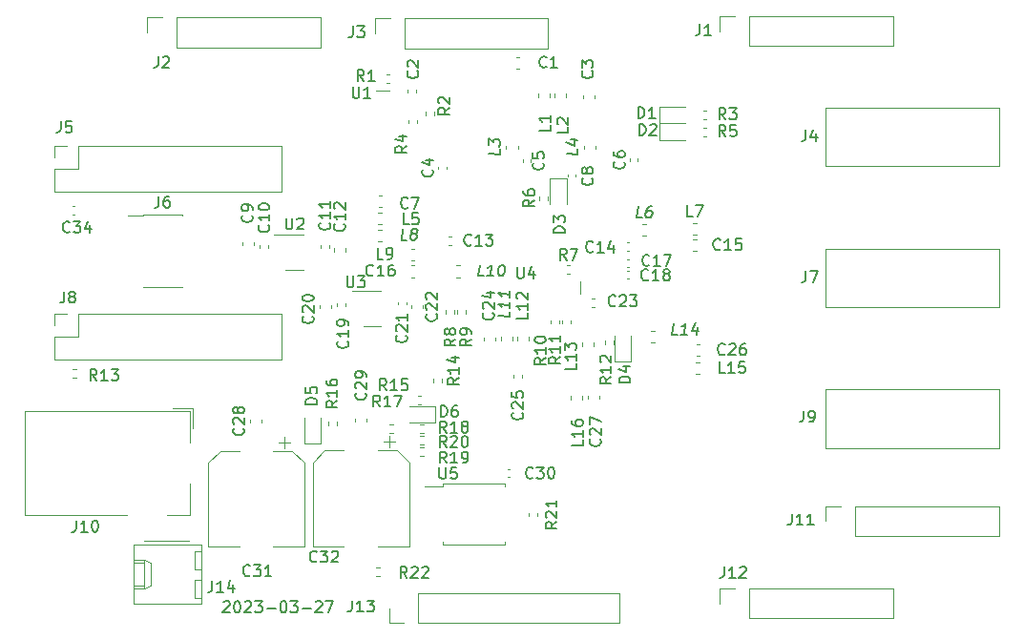
<source format=gbr>
%TF.GenerationSoftware,KiCad,Pcbnew,7.0.0*%
%TF.CreationDate,2023-03-27T16:14:08-06:00*%
%TF.ProjectId,FPGA_2,46504741-5f32-42e6-9b69-6361645f7063,rev?*%
%TF.SameCoordinates,Original*%
%TF.FileFunction,Legend,Top*%
%TF.FilePolarity,Positive*%
%FSLAX46Y46*%
G04 Gerber Fmt 4.6, Leading zero omitted, Abs format (unit mm)*
G04 Created by KiCad (PCBNEW 7.0.0) date 2023-03-27 16:14:08*
%MOMM*%
%LPD*%
G01*
G04 APERTURE LIST*
%ADD10C,0.150000*%
%ADD11C,0.120000*%
G04 APERTURE END LIST*
D10*
X68166028Y-150427619D02*
X68213647Y-150380000D01*
X68213647Y-150380000D02*
X68308885Y-150332380D01*
X68308885Y-150332380D02*
X68546980Y-150332380D01*
X68546980Y-150332380D02*
X68642218Y-150380000D01*
X68642218Y-150380000D02*
X68689837Y-150427619D01*
X68689837Y-150427619D02*
X68737456Y-150522857D01*
X68737456Y-150522857D02*
X68737456Y-150618095D01*
X68737456Y-150618095D02*
X68689837Y-150760952D01*
X68689837Y-150760952D02*
X68118409Y-151332380D01*
X68118409Y-151332380D02*
X68737456Y-151332380D01*
X69356504Y-150332380D02*
X69451742Y-150332380D01*
X69451742Y-150332380D02*
X69546980Y-150380000D01*
X69546980Y-150380000D02*
X69594599Y-150427619D01*
X69594599Y-150427619D02*
X69642218Y-150522857D01*
X69642218Y-150522857D02*
X69689837Y-150713333D01*
X69689837Y-150713333D02*
X69689837Y-150951428D01*
X69689837Y-150951428D02*
X69642218Y-151141904D01*
X69642218Y-151141904D02*
X69594599Y-151237142D01*
X69594599Y-151237142D02*
X69546980Y-151284761D01*
X69546980Y-151284761D02*
X69451742Y-151332380D01*
X69451742Y-151332380D02*
X69356504Y-151332380D01*
X69356504Y-151332380D02*
X69261266Y-151284761D01*
X69261266Y-151284761D02*
X69213647Y-151237142D01*
X69213647Y-151237142D02*
X69166028Y-151141904D01*
X69166028Y-151141904D02*
X69118409Y-150951428D01*
X69118409Y-150951428D02*
X69118409Y-150713333D01*
X69118409Y-150713333D02*
X69166028Y-150522857D01*
X69166028Y-150522857D02*
X69213647Y-150427619D01*
X69213647Y-150427619D02*
X69261266Y-150380000D01*
X69261266Y-150380000D02*
X69356504Y-150332380D01*
X70070790Y-150427619D02*
X70118409Y-150380000D01*
X70118409Y-150380000D02*
X70213647Y-150332380D01*
X70213647Y-150332380D02*
X70451742Y-150332380D01*
X70451742Y-150332380D02*
X70546980Y-150380000D01*
X70546980Y-150380000D02*
X70594599Y-150427619D01*
X70594599Y-150427619D02*
X70642218Y-150522857D01*
X70642218Y-150522857D02*
X70642218Y-150618095D01*
X70642218Y-150618095D02*
X70594599Y-150760952D01*
X70594599Y-150760952D02*
X70023171Y-151332380D01*
X70023171Y-151332380D02*
X70642218Y-151332380D01*
X70975552Y-150332380D02*
X71594599Y-150332380D01*
X71594599Y-150332380D02*
X71261266Y-150713333D01*
X71261266Y-150713333D02*
X71404123Y-150713333D01*
X71404123Y-150713333D02*
X71499361Y-150760952D01*
X71499361Y-150760952D02*
X71546980Y-150808571D01*
X71546980Y-150808571D02*
X71594599Y-150903809D01*
X71594599Y-150903809D02*
X71594599Y-151141904D01*
X71594599Y-151141904D02*
X71546980Y-151237142D01*
X71546980Y-151237142D02*
X71499361Y-151284761D01*
X71499361Y-151284761D02*
X71404123Y-151332380D01*
X71404123Y-151332380D02*
X71118409Y-151332380D01*
X71118409Y-151332380D02*
X71023171Y-151284761D01*
X71023171Y-151284761D02*
X70975552Y-151237142D01*
X72023171Y-150951428D02*
X72785076Y-150951428D01*
X73451742Y-150332380D02*
X73546980Y-150332380D01*
X73546980Y-150332380D02*
X73642218Y-150380000D01*
X73642218Y-150380000D02*
X73689837Y-150427619D01*
X73689837Y-150427619D02*
X73737456Y-150522857D01*
X73737456Y-150522857D02*
X73785075Y-150713333D01*
X73785075Y-150713333D02*
X73785075Y-150951428D01*
X73785075Y-150951428D02*
X73737456Y-151141904D01*
X73737456Y-151141904D02*
X73689837Y-151237142D01*
X73689837Y-151237142D02*
X73642218Y-151284761D01*
X73642218Y-151284761D02*
X73546980Y-151332380D01*
X73546980Y-151332380D02*
X73451742Y-151332380D01*
X73451742Y-151332380D02*
X73356504Y-151284761D01*
X73356504Y-151284761D02*
X73308885Y-151237142D01*
X73308885Y-151237142D02*
X73261266Y-151141904D01*
X73261266Y-151141904D02*
X73213647Y-150951428D01*
X73213647Y-150951428D02*
X73213647Y-150713333D01*
X73213647Y-150713333D02*
X73261266Y-150522857D01*
X73261266Y-150522857D02*
X73308885Y-150427619D01*
X73308885Y-150427619D02*
X73356504Y-150380000D01*
X73356504Y-150380000D02*
X73451742Y-150332380D01*
X74118409Y-150332380D02*
X74737456Y-150332380D01*
X74737456Y-150332380D02*
X74404123Y-150713333D01*
X74404123Y-150713333D02*
X74546980Y-150713333D01*
X74546980Y-150713333D02*
X74642218Y-150760952D01*
X74642218Y-150760952D02*
X74689837Y-150808571D01*
X74689837Y-150808571D02*
X74737456Y-150903809D01*
X74737456Y-150903809D02*
X74737456Y-151141904D01*
X74737456Y-151141904D02*
X74689837Y-151237142D01*
X74689837Y-151237142D02*
X74642218Y-151284761D01*
X74642218Y-151284761D02*
X74546980Y-151332380D01*
X74546980Y-151332380D02*
X74261266Y-151332380D01*
X74261266Y-151332380D02*
X74166028Y-151284761D01*
X74166028Y-151284761D02*
X74118409Y-151237142D01*
X75166028Y-150951428D02*
X75927933Y-150951428D01*
X76356504Y-150427619D02*
X76404123Y-150380000D01*
X76404123Y-150380000D02*
X76499361Y-150332380D01*
X76499361Y-150332380D02*
X76737456Y-150332380D01*
X76737456Y-150332380D02*
X76832694Y-150380000D01*
X76832694Y-150380000D02*
X76880313Y-150427619D01*
X76880313Y-150427619D02*
X76927932Y-150522857D01*
X76927932Y-150522857D02*
X76927932Y-150618095D01*
X76927932Y-150618095D02*
X76880313Y-150760952D01*
X76880313Y-150760952D02*
X76308885Y-151332380D01*
X76308885Y-151332380D02*
X76927932Y-151332380D01*
X77261266Y-150332380D02*
X77927932Y-150332380D01*
X77927932Y-150332380D02*
X77499361Y-151332380D01*
%TO.C,J10*%
X55116028Y-143167380D02*
X55116028Y-143881666D01*
X55116028Y-143881666D02*
X55068409Y-144024523D01*
X55068409Y-144024523D02*
X54973171Y-144119761D01*
X54973171Y-144119761D02*
X54830314Y-144167380D01*
X54830314Y-144167380D02*
X54735076Y-144167380D01*
X56116028Y-144167380D02*
X55544600Y-144167380D01*
X55830314Y-144167380D02*
X55830314Y-143167380D01*
X55830314Y-143167380D02*
X55735076Y-143310238D01*
X55735076Y-143310238D02*
X55639838Y-143405476D01*
X55639838Y-143405476D02*
X55544600Y-143453095D01*
X56735076Y-143167380D02*
X56830314Y-143167380D01*
X56830314Y-143167380D02*
X56925552Y-143215000D01*
X56925552Y-143215000D02*
X56973171Y-143262619D01*
X56973171Y-143262619D02*
X57020790Y-143357857D01*
X57020790Y-143357857D02*
X57068409Y-143548333D01*
X57068409Y-143548333D02*
X57068409Y-143786428D01*
X57068409Y-143786428D02*
X57020790Y-143976904D01*
X57020790Y-143976904D02*
X56973171Y-144072142D01*
X56973171Y-144072142D02*
X56925552Y-144119761D01*
X56925552Y-144119761D02*
X56830314Y-144167380D01*
X56830314Y-144167380D02*
X56735076Y-144167380D01*
X56735076Y-144167380D02*
X56639838Y-144119761D01*
X56639838Y-144119761D02*
X56592219Y-144072142D01*
X56592219Y-144072142D02*
X56544600Y-143976904D01*
X56544600Y-143976904D02*
X56496981Y-143786428D01*
X56496981Y-143786428D02*
X56496981Y-143548333D01*
X56496981Y-143548333D02*
X56544600Y-143357857D01*
X56544600Y-143357857D02*
X56592219Y-143262619D01*
X56592219Y-143262619D02*
X56639838Y-143215000D01*
X56639838Y-143215000D02*
X56735076Y-143167380D01*
%TO.C,L1*%
X97167380Y-108066666D02*
X97167380Y-108542856D01*
X97167380Y-108542856D02*
X96167380Y-108542856D01*
X97167380Y-107209523D02*
X97167380Y-107780951D01*
X97167380Y-107495237D02*
X96167380Y-107495237D01*
X96167380Y-107495237D02*
X96310238Y-107590475D01*
X96310238Y-107590475D02*
X96405476Y-107685713D01*
X96405476Y-107685713D02*
X96453095Y-107780951D01*
%TO.C,J6*%
X62442218Y-114382380D02*
X62442218Y-115096666D01*
X62442218Y-115096666D02*
X62394599Y-115239523D01*
X62394599Y-115239523D02*
X62299361Y-115334761D01*
X62299361Y-115334761D02*
X62156504Y-115382380D01*
X62156504Y-115382380D02*
X62061266Y-115382380D01*
X63346980Y-114382380D02*
X63156504Y-114382380D01*
X63156504Y-114382380D02*
X63061266Y-114430000D01*
X63061266Y-114430000D02*
X63013647Y-114477619D01*
X63013647Y-114477619D02*
X62918409Y-114620476D01*
X62918409Y-114620476D02*
X62870790Y-114810952D01*
X62870790Y-114810952D02*
X62870790Y-115191904D01*
X62870790Y-115191904D02*
X62918409Y-115287142D01*
X62918409Y-115287142D02*
X62966028Y-115334761D01*
X62966028Y-115334761D02*
X63061266Y-115382380D01*
X63061266Y-115382380D02*
X63251742Y-115382380D01*
X63251742Y-115382380D02*
X63346980Y-115334761D01*
X63346980Y-115334761D02*
X63394599Y-115287142D01*
X63394599Y-115287142D02*
X63442218Y-115191904D01*
X63442218Y-115191904D02*
X63442218Y-114953809D01*
X63442218Y-114953809D02*
X63394599Y-114858571D01*
X63394599Y-114858571D02*
X63346980Y-114810952D01*
X63346980Y-114810952D02*
X63251742Y-114763333D01*
X63251742Y-114763333D02*
X63061266Y-114763333D01*
X63061266Y-114763333D02*
X62966028Y-114810952D01*
X62966028Y-114810952D02*
X62918409Y-114858571D01*
X62918409Y-114858571D02*
X62870790Y-114953809D01*
%TO.C,L12*%
X95167380Y-124742857D02*
X95167380Y-125219047D01*
X95167380Y-125219047D02*
X94167380Y-125219047D01*
X95167380Y-123885714D02*
X95167380Y-124457142D01*
X95167380Y-124171428D02*
X94167380Y-124171428D01*
X94167380Y-124171428D02*
X94310238Y-124266666D01*
X94310238Y-124266666D02*
X94405476Y-124361904D01*
X94405476Y-124361904D02*
X94453095Y-124457142D01*
X94262619Y-123504761D02*
X94215000Y-123457142D01*
X94215000Y-123457142D02*
X94167380Y-123361904D01*
X94167380Y-123361904D02*
X94167380Y-123123809D01*
X94167380Y-123123809D02*
X94215000Y-123028571D01*
X94215000Y-123028571D02*
X94262619Y-122980952D01*
X94262619Y-122980952D02*
X94357857Y-122933333D01*
X94357857Y-122933333D02*
X94453095Y-122933333D01*
X94453095Y-122933333D02*
X94595952Y-122980952D01*
X94595952Y-122980952D02*
X95167380Y-123552380D01*
X95167380Y-123552380D02*
X95167380Y-122933333D01*
%TO.C,C3*%
X100872142Y-103266666D02*
X100919761Y-103314285D01*
X100919761Y-103314285D02*
X100967380Y-103457142D01*
X100967380Y-103457142D02*
X100967380Y-103552380D01*
X100967380Y-103552380D02*
X100919761Y-103695237D01*
X100919761Y-103695237D02*
X100824523Y-103790475D01*
X100824523Y-103790475D02*
X100729285Y-103838094D01*
X100729285Y-103838094D02*
X100538809Y-103885713D01*
X100538809Y-103885713D02*
X100395952Y-103885713D01*
X100395952Y-103885713D02*
X100205476Y-103838094D01*
X100205476Y-103838094D02*
X100110238Y-103790475D01*
X100110238Y-103790475D02*
X100015000Y-103695237D01*
X100015000Y-103695237D02*
X99967380Y-103552380D01*
X99967380Y-103552380D02*
X99967380Y-103457142D01*
X99967380Y-103457142D02*
X100015000Y-103314285D01*
X100015000Y-103314285D02*
X100062619Y-103266666D01*
X99967380Y-102933332D02*
X99967380Y-102314285D01*
X99967380Y-102314285D02*
X100348333Y-102647618D01*
X100348333Y-102647618D02*
X100348333Y-102504761D01*
X100348333Y-102504761D02*
X100395952Y-102409523D01*
X100395952Y-102409523D02*
X100443571Y-102361904D01*
X100443571Y-102361904D02*
X100538809Y-102314285D01*
X100538809Y-102314285D02*
X100776904Y-102314285D01*
X100776904Y-102314285D02*
X100872142Y-102361904D01*
X100872142Y-102361904D02*
X100919761Y-102409523D01*
X100919761Y-102409523D02*
X100967380Y-102504761D01*
X100967380Y-102504761D02*
X100967380Y-102790475D01*
X100967380Y-102790475D02*
X100919761Y-102885713D01*
X100919761Y-102885713D02*
X100872142Y-102933332D01*
%TO.C,D2*%
X105061905Y-108967380D02*
X105061905Y-107967380D01*
X105061905Y-107967380D02*
X105300000Y-107967380D01*
X105300000Y-107967380D02*
X105442857Y-108015000D01*
X105442857Y-108015000D02*
X105538095Y-108110238D01*
X105538095Y-108110238D02*
X105585714Y-108205476D01*
X105585714Y-108205476D02*
X105633333Y-108395952D01*
X105633333Y-108395952D02*
X105633333Y-108538809D01*
X105633333Y-108538809D02*
X105585714Y-108729285D01*
X105585714Y-108729285D02*
X105538095Y-108824523D01*
X105538095Y-108824523D02*
X105442857Y-108919761D01*
X105442857Y-108919761D02*
X105300000Y-108967380D01*
X105300000Y-108967380D02*
X105061905Y-108967380D01*
X106014286Y-108062619D02*
X106061905Y-108015000D01*
X106061905Y-108015000D02*
X106157143Y-107967380D01*
X106157143Y-107967380D02*
X106395238Y-107967380D01*
X106395238Y-107967380D02*
X106490476Y-108015000D01*
X106490476Y-108015000D02*
X106538095Y-108062619D01*
X106538095Y-108062619D02*
X106585714Y-108157857D01*
X106585714Y-108157857D02*
X106585714Y-108253095D01*
X106585714Y-108253095D02*
X106538095Y-108395952D01*
X106538095Y-108395952D02*
X105966667Y-108967380D01*
X105966667Y-108967380D02*
X106585714Y-108967380D01*
%TO.C,C18*%
X105857142Y-121772142D02*
X105809523Y-121819761D01*
X105809523Y-121819761D02*
X105666666Y-121867380D01*
X105666666Y-121867380D02*
X105571428Y-121867380D01*
X105571428Y-121867380D02*
X105428571Y-121819761D01*
X105428571Y-121819761D02*
X105333333Y-121724523D01*
X105333333Y-121724523D02*
X105285714Y-121629285D01*
X105285714Y-121629285D02*
X105238095Y-121438809D01*
X105238095Y-121438809D02*
X105238095Y-121295952D01*
X105238095Y-121295952D02*
X105285714Y-121105476D01*
X105285714Y-121105476D02*
X105333333Y-121010238D01*
X105333333Y-121010238D02*
X105428571Y-120915000D01*
X105428571Y-120915000D02*
X105571428Y-120867380D01*
X105571428Y-120867380D02*
X105666666Y-120867380D01*
X105666666Y-120867380D02*
X105809523Y-120915000D01*
X105809523Y-120915000D02*
X105857142Y-120962619D01*
X106809523Y-121867380D02*
X106238095Y-121867380D01*
X106523809Y-121867380D02*
X106523809Y-120867380D01*
X106523809Y-120867380D02*
X106428571Y-121010238D01*
X106428571Y-121010238D02*
X106333333Y-121105476D01*
X106333333Y-121105476D02*
X106238095Y-121153095D01*
X107380952Y-121295952D02*
X107285714Y-121248333D01*
X107285714Y-121248333D02*
X107238095Y-121200714D01*
X107238095Y-121200714D02*
X107190476Y-121105476D01*
X107190476Y-121105476D02*
X107190476Y-121057857D01*
X107190476Y-121057857D02*
X107238095Y-120962619D01*
X107238095Y-120962619D02*
X107285714Y-120915000D01*
X107285714Y-120915000D02*
X107380952Y-120867380D01*
X107380952Y-120867380D02*
X107571428Y-120867380D01*
X107571428Y-120867380D02*
X107666666Y-120915000D01*
X107666666Y-120915000D02*
X107714285Y-120962619D01*
X107714285Y-120962619D02*
X107761904Y-121057857D01*
X107761904Y-121057857D02*
X107761904Y-121105476D01*
X107761904Y-121105476D02*
X107714285Y-121200714D01*
X107714285Y-121200714D02*
X107666666Y-121248333D01*
X107666666Y-121248333D02*
X107571428Y-121295952D01*
X107571428Y-121295952D02*
X107380952Y-121295952D01*
X107380952Y-121295952D02*
X107285714Y-121343571D01*
X107285714Y-121343571D02*
X107238095Y-121391190D01*
X107238095Y-121391190D02*
X107190476Y-121486428D01*
X107190476Y-121486428D02*
X107190476Y-121676904D01*
X107190476Y-121676904D02*
X107238095Y-121772142D01*
X107238095Y-121772142D02*
X107285714Y-121819761D01*
X107285714Y-121819761D02*
X107380952Y-121867380D01*
X107380952Y-121867380D02*
X107571428Y-121867380D01*
X107571428Y-121867380D02*
X107666666Y-121819761D01*
X107666666Y-121819761D02*
X107714285Y-121772142D01*
X107714285Y-121772142D02*
X107761904Y-121676904D01*
X107761904Y-121676904D02*
X107761904Y-121486428D01*
X107761904Y-121486428D02*
X107714285Y-121391190D01*
X107714285Y-121391190D02*
X107666666Y-121343571D01*
X107666666Y-121343571D02*
X107571428Y-121295952D01*
%TO.C,R8*%
X88767380Y-127066666D02*
X88291190Y-127399999D01*
X88767380Y-127638094D02*
X87767380Y-127638094D01*
X87767380Y-127638094D02*
X87767380Y-127257142D01*
X87767380Y-127257142D02*
X87815000Y-127161904D01*
X87815000Y-127161904D02*
X87862619Y-127114285D01*
X87862619Y-127114285D02*
X87957857Y-127066666D01*
X87957857Y-127066666D02*
X88100714Y-127066666D01*
X88100714Y-127066666D02*
X88195952Y-127114285D01*
X88195952Y-127114285D02*
X88243571Y-127161904D01*
X88243571Y-127161904D02*
X88291190Y-127257142D01*
X88291190Y-127257142D02*
X88291190Y-127638094D01*
X88195952Y-126495237D02*
X88148333Y-126590475D01*
X88148333Y-126590475D02*
X88100714Y-126638094D01*
X88100714Y-126638094D02*
X88005476Y-126685713D01*
X88005476Y-126685713D02*
X87957857Y-126685713D01*
X87957857Y-126685713D02*
X87862619Y-126638094D01*
X87862619Y-126638094D02*
X87815000Y-126590475D01*
X87815000Y-126590475D02*
X87767380Y-126495237D01*
X87767380Y-126495237D02*
X87767380Y-126304761D01*
X87767380Y-126304761D02*
X87815000Y-126209523D01*
X87815000Y-126209523D02*
X87862619Y-126161904D01*
X87862619Y-126161904D02*
X87957857Y-126114285D01*
X87957857Y-126114285D02*
X88005476Y-126114285D01*
X88005476Y-126114285D02*
X88100714Y-126161904D01*
X88100714Y-126161904D02*
X88148333Y-126209523D01*
X88148333Y-126209523D02*
X88195952Y-126304761D01*
X88195952Y-126304761D02*
X88195952Y-126495237D01*
X88195952Y-126495237D02*
X88243571Y-126590475D01*
X88243571Y-126590475D02*
X88291190Y-126638094D01*
X88291190Y-126638094D02*
X88386428Y-126685713D01*
X88386428Y-126685713D02*
X88576904Y-126685713D01*
X88576904Y-126685713D02*
X88672142Y-126638094D01*
X88672142Y-126638094D02*
X88719761Y-126590475D01*
X88719761Y-126590475D02*
X88767380Y-126495237D01*
X88767380Y-126495237D02*
X88767380Y-126304761D01*
X88767380Y-126304761D02*
X88719761Y-126209523D01*
X88719761Y-126209523D02*
X88672142Y-126161904D01*
X88672142Y-126161904D02*
X88576904Y-126114285D01*
X88576904Y-126114285D02*
X88386428Y-126114285D01*
X88386428Y-126114285D02*
X88291190Y-126161904D01*
X88291190Y-126161904D02*
X88243571Y-126209523D01*
X88243571Y-126209523D02*
X88195952Y-126304761D01*
%TO.C,L4*%
X99612932Y-110210713D02*
X99612932Y-110686904D01*
X99612932Y-110686904D02*
X98612932Y-110561904D01*
X98946266Y-109365475D02*
X99612932Y-109448808D01*
X98565313Y-109555951D02*
X99279599Y-109883332D01*
X99279599Y-109883332D02*
X99279599Y-109264285D01*
%TO.C,J4*%
X119847218Y-108497380D02*
X119847218Y-109211666D01*
X119847218Y-109211666D02*
X119799599Y-109354523D01*
X119799599Y-109354523D02*
X119704361Y-109449761D01*
X119704361Y-109449761D02*
X119561504Y-109497380D01*
X119561504Y-109497380D02*
X119466266Y-109497380D01*
X120751980Y-108830714D02*
X120751980Y-109497380D01*
X120513885Y-108449761D02*
X120275790Y-109164047D01*
X120275790Y-109164047D02*
X120894837Y-109164047D01*
%TO.C,C28*%
X69917694Y-134992857D02*
X69965313Y-135040476D01*
X69965313Y-135040476D02*
X70012932Y-135183333D01*
X70012932Y-135183333D02*
X70012932Y-135278571D01*
X70012932Y-135278571D02*
X69965313Y-135421428D01*
X69965313Y-135421428D02*
X69870075Y-135516666D01*
X69870075Y-135516666D02*
X69774837Y-135564285D01*
X69774837Y-135564285D02*
X69584361Y-135611904D01*
X69584361Y-135611904D02*
X69441504Y-135611904D01*
X69441504Y-135611904D02*
X69251028Y-135564285D01*
X69251028Y-135564285D02*
X69155790Y-135516666D01*
X69155790Y-135516666D02*
X69060552Y-135421428D01*
X69060552Y-135421428D02*
X69012932Y-135278571D01*
X69012932Y-135278571D02*
X69012932Y-135183333D01*
X69012932Y-135183333D02*
X69060552Y-135040476D01*
X69060552Y-135040476D02*
X69108171Y-134992857D01*
X69108171Y-134611904D02*
X69060552Y-134564285D01*
X69060552Y-134564285D02*
X69012932Y-134469047D01*
X69012932Y-134469047D02*
X69012932Y-134230952D01*
X69012932Y-134230952D02*
X69060552Y-134135714D01*
X69060552Y-134135714D02*
X69108171Y-134088095D01*
X69108171Y-134088095D02*
X69203409Y-134040476D01*
X69203409Y-134040476D02*
X69298647Y-134040476D01*
X69298647Y-134040476D02*
X69441504Y-134088095D01*
X69441504Y-134088095D02*
X70012932Y-134659523D01*
X70012932Y-134659523D02*
X70012932Y-134040476D01*
X69441504Y-133469047D02*
X69393885Y-133564285D01*
X69393885Y-133564285D02*
X69346266Y-133611904D01*
X69346266Y-133611904D02*
X69251028Y-133659523D01*
X69251028Y-133659523D02*
X69203409Y-133659523D01*
X69203409Y-133659523D02*
X69108171Y-133611904D01*
X69108171Y-133611904D02*
X69060552Y-133564285D01*
X69060552Y-133564285D02*
X69012932Y-133469047D01*
X69012932Y-133469047D02*
X69012932Y-133278571D01*
X69012932Y-133278571D02*
X69060552Y-133183333D01*
X69060552Y-133183333D02*
X69108171Y-133135714D01*
X69108171Y-133135714D02*
X69203409Y-133088095D01*
X69203409Y-133088095D02*
X69251028Y-133088095D01*
X69251028Y-133088095D02*
X69346266Y-133135714D01*
X69346266Y-133135714D02*
X69393885Y-133183333D01*
X69393885Y-133183333D02*
X69441504Y-133278571D01*
X69441504Y-133278571D02*
X69441504Y-133469047D01*
X69441504Y-133469047D02*
X69489123Y-133564285D01*
X69489123Y-133564285D02*
X69536742Y-133611904D01*
X69536742Y-133611904D02*
X69631980Y-133659523D01*
X69631980Y-133659523D02*
X69822456Y-133659523D01*
X69822456Y-133659523D02*
X69917694Y-133611904D01*
X69917694Y-133611904D02*
X69965313Y-133564285D01*
X69965313Y-133564285D02*
X70012932Y-133469047D01*
X70012932Y-133469047D02*
X70012932Y-133278571D01*
X70012932Y-133278571D02*
X69965313Y-133183333D01*
X69965313Y-133183333D02*
X69917694Y-133135714D01*
X69917694Y-133135714D02*
X69822456Y-133088095D01*
X69822456Y-133088095D02*
X69631980Y-133088095D01*
X69631980Y-133088095D02*
X69536742Y-133135714D01*
X69536742Y-133135714D02*
X69489123Y-133183333D01*
X69489123Y-133183333D02*
X69441504Y-133278571D01*
%TO.C,L2*%
X98767380Y-108266666D02*
X98767380Y-108742856D01*
X98767380Y-108742856D02*
X97767380Y-108742856D01*
X97862619Y-107980951D02*
X97815000Y-107933332D01*
X97815000Y-107933332D02*
X97767380Y-107838094D01*
X97767380Y-107838094D02*
X97767380Y-107599999D01*
X97767380Y-107599999D02*
X97815000Y-107504761D01*
X97815000Y-107504761D02*
X97862619Y-107457142D01*
X97862619Y-107457142D02*
X97957857Y-107409523D01*
X97957857Y-107409523D02*
X98053095Y-107409523D01*
X98053095Y-107409523D02*
X98195952Y-107457142D01*
X98195952Y-107457142D02*
X98767380Y-108028570D01*
X98767380Y-108028570D02*
X98767380Y-107409523D01*
%TO.C,J11*%
X118590476Y-142567380D02*
X118590476Y-143281666D01*
X118590476Y-143281666D02*
X118542857Y-143424523D01*
X118542857Y-143424523D02*
X118447619Y-143519761D01*
X118447619Y-143519761D02*
X118304762Y-143567380D01*
X118304762Y-143567380D02*
X118209524Y-143567380D01*
X119590476Y-143567380D02*
X119019048Y-143567380D01*
X119304762Y-143567380D02*
X119304762Y-142567380D01*
X119304762Y-142567380D02*
X119209524Y-142710238D01*
X119209524Y-142710238D02*
X119114286Y-142805476D01*
X119114286Y-142805476D02*
X119019048Y-142853095D01*
X120542857Y-143567380D02*
X119971429Y-143567380D01*
X120257143Y-143567380D02*
X120257143Y-142567380D01*
X120257143Y-142567380D02*
X120161905Y-142710238D01*
X120161905Y-142710238D02*
X120066667Y-142805476D01*
X120066667Y-142805476D02*
X119971429Y-142853095D01*
%TO.C,C27*%
X101572142Y-135942857D02*
X101619761Y-135990476D01*
X101619761Y-135990476D02*
X101667380Y-136133333D01*
X101667380Y-136133333D02*
X101667380Y-136228571D01*
X101667380Y-136228571D02*
X101619761Y-136371428D01*
X101619761Y-136371428D02*
X101524523Y-136466666D01*
X101524523Y-136466666D02*
X101429285Y-136514285D01*
X101429285Y-136514285D02*
X101238809Y-136561904D01*
X101238809Y-136561904D02*
X101095952Y-136561904D01*
X101095952Y-136561904D02*
X100905476Y-136514285D01*
X100905476Y-136514285D02*
X100810238Y-136466666D01*
X100810238Y-136466666D02*
X100715000Y-136371428D01*
X100715000Y-136371428D02*
X100667380Y-136228571D01*
X100667380Y-136228571D02*
X100667380Y-136133333D01*
X100667380Y-136133333D02*
X100715000Y-135990476D01*
X100715000Y-135990476D02*
X100762619Y-135942857D01*
X100762619Y-135561904D02*
X100715000Y-135514285D01*
X100715000Y-135514285D02*
X100667380Y-135419047D01*
X100667380Y-135419047D02*
X100667380Y-135180952D01*
X100667380Y-135180952D02*
X100715000Y-135085714D01*
X100715000Y-135085714D02*
X100762619Y-135038095D01*
X100762619Y-135038095D02*
X100857857Y-134990476D01*
X100857857Y-134990476D02*
X100953095Y-134990476D01*
X100953095Y-134990476D02*
X101095952Y-135038095D01*
X101095952Y-135038095D02*
X101667380Y-135609523D01*
X101667380Y-135609523D02*
X101667380Y-134990476D01*
X100667380Y-134657142D02*
X100667380Y-133990476D01*
X100667380Y-133990476D02*
X101667380Y-134419047D01*
%TO.C,R3*%
X112733333Y-107567380D02*
X112400000Y-107091190D01*
X112161905Y-107567380D02*
X112161905Y-106567380D01*
X112161905Y-106567380D02*
X112542857Y-106567380D01*
X112542857Y-106567380D02*
X112638095Y-106615000D01*
X112638095Y-106615000D02*
X112685714Y-106662619D01*
X112685714Y-106662619D02*
X112733333Y-106757857D01*
X112733333Y-106757857D02*
X112733333Y-106900714D01*
X112733333Y-106900714D02*
X112685714Y-106995952D01*
X112685714Y-106995952D02*
X112638095Y-107043571D01*
X112638095Y-107043571D02*
X112542857Y-107091190D01*
X112542857Y-107091190D02*
X112161905Y-107091190D01*
X113066667Y-106567380D02*
X113685714Y-106567380D01*
X113685714Y-106567380D02*
X113352381Y-106948333D01*
X113352381Y-106948333D02*
X113495238Y-106948333D01*
X113495238Y-106948333D02*
X113590476Y-106995952D01*
X113590476Y-106995952D02*
X113638095Y-107043571D01*
X113638095Y-107043571D02*
X113685714Y-107138809D01*
X113685714Y-107138809D02*
X113685714Y-107376904D01*
X113685714Y-107376904D02*
X113638095Y-107472142D01*
X113638095Y-107472142D02*
X113590476Y-107519761D01*
X113590476Y-107519761D02*
X113495238Y-107567380D01*
X113495238Y-107567380D02*
X113209524Y-107567380D01*
X113209524Y-107567380D02*
X113114286Y-107519761D01*
X113114286Y-107519761D02*
X113066667Y-107472142D01*
%TO.C,C25*%
X94672694Y-133592857D02*
X94720313Y-133640476D01*
X94720313Y-133640476D02*
X94767932Y-133783333D01*
X94767932Y-133783333D02*
X94767932Y-133878571D01*
X94767932Y-133878571D02*
X94720313Y-134021428D01*
X94720313Y-134021428D02*
X94625075Y-134116666D01*
X94625075Y-134116666D02*
X94529837Y-134164285D01*
X94529837Y-134164285D02*
X94339361Y-134211904D01*
X94339361Y-134211904D02*
X94196504Y-134211904D01*
X94196504Y-134211904D02*
X94006028Y-134164285D01*
X94006028Y-134164285D02*
X93910790Y-134116666D01*
X93910790Y-134116666D02*
X93815552Y-134021428D01*
X93815552Y-134021428D02*
X93767932Y-133878571D01*
X93767932Y-133878571D02*
X93767932Y-133783333D01*
X93767932Y-133783333D02*
X93815552Y-133640476D01*
X93815552Y-133640476D02*
X93863171Y-133592857D01*
X93863171Y-133211904D02*
X93815552Y-133164285D01*
X93815552Y-133164285D02*
X93767932Y-133069047D01*
X93767932Y-133069047D02*
X93767932Y-132830952D01*
X93767932Y-132830952D02*
X93815552Y-132735714D01*
X93815552Y-132735714D02*
X93863171Y-132688095D01*
X93863171Y-132688095D02*
X93958409Y-132640476D01*
X93958409Y-132640476D02*
X94053647Y-132640476D01*
X94053647Y-132640476D02*
X94196504Y-132688095D01*
X94196504Y-132688095D02*
X94767932Y-133259523D01*
X94767932Y-133259523D02*
X94767932Y-132640476D01*
X93767932Y-131735714D02*
X93767932Y-132211904D01*
X93767932Y-132211904D02*
X94244123Y-132259523D01*
X94244123Y-132259523D02*
X94196504Y-132211904D01*
X94196504Y-132211904D02*
X94148885Y-132116666D01*
X94148885Y-132116666D02*
X94148885Y-131878571D01*
X94148885Y-131878571D02*
X94196504Y-131783333D01*
X94196504Y-131783333D02*
X94244123Y-131735714D01*
X94244123Y-131735714D02*
X94339361Y-131688095D01*
X94339361Y-131688095D02*
X94577456Y-131688095D01*
X94577456Y-131688095D02*
X94672694Y-131735714D01*
X94672694Y-131735714D02*
X94720313Y-131783333D01*
X94720313Y-131783333D02*
X94767932Y-131878571D01*
X94767932Y-131878571D02*
X94767932Y-132116666D01*
X94767932Y-132116666D02*
X94720313Y-132211904D01*
X94720313Y-132211904D02*
X94672694Y-132259523D01*
%TO.C,C5*%
X96507694Y-111416666D02*
X96555313Y-111464285D01*
X96555313Y-111464285D02*
X96602932Y-111607142D01*
X96602932Y-111607142D02*
X96602932Y-111702380D01*
X96602932Y-111702380D02*
X96555313Y-111845237D01*
X96555313Y-111845237D02*
X96460075Y-111940475D01*
X96460075Y-111940475D02*
X96364837Y-111988094D01*
X96364837Y-111988094D02*
X96174361Y-112035713D01*
X96174361Y-112035713D02*
X96031504Y-112035713D01*
X96031504Y-112035713D02*
X95841028Y-111988094D01*
X95841028Y-111988094D02*
X95745790Y-111940475D01*
X95745790Y-111940475D02*
X95650552Y-111845237D01*
X95650552Y-111845237D02*
X95602932Y-111702380D01*
X95602932Y-111702380D02*
X95602932Y-111607142D01*
X95602932Y-111607142D02*
X95650552Y-111464285D01*
X95650552Y-111464285D02*
X95698171Y-111416666D01*
X95602932Y-110511904D02*
X95602932Y-110988094D01*
X95602932Y-110988094D02*
X96079123Y-111035713D01*
X96079123Y-111035713D02*
X96031504Y-110988094D01*
X96031504Y-110988094D02*
X95983885Y-110892856D01*
X95983885Y-110892856D02*
X95983885Y-110654761D01*
X95983885Y-110654761D02*
X96031504Y-110559523D01*
X96031504Y-110559523D02*
X96079123Y-110511904D01*
X96079123Y-110511904D02*
X96174361Y-110464285D01*
X96174361Y-110464285D02*
X96412456Y-110464285D01*
X96412456Y-110464285D02*
X96507694Y-110511904D01*
X96507694Y-110511904D02*
X96555313Y-110559523D01*
X96555313Y-110559523D02*
X96602932Y-110654761D01*
X96602932Y-110654761D02*
X96602932Y-110892856D01*
X96602932Y-110892856D02*
X96555313Y-110988094D01*
X96555313Y-110988094D02*
X96507694Y-111035713D01*
%TO.C,J9*%
X119642218Y-133417380D02*
X119642218Y-134131666D01*
X119642218Y-134131666D02*
X119594599Y-134274523D01*
X119594599Y-134274523D02*
X119499361Y-134369761D01*
X119499361Y-134369761D02*
X119356504Y-134417380D01*
X119356504Y-134417380D02*
X119261266Y-134417380D01*
X120166028Y-134417380D02*
X120356504Y-134417380D01*
X120356504Y-134417380D02*
X120451742Y-134369761D01*
X120451742Y-134369761D02*
X120499361Y-134322142D01*
X120499361Y-134322142D02*
X120594599Y-134179285D01*
X120594599Y-134179285D02*
X120642218Y-133988809D01*
X120642218Y-133988809D02*
X120642218Y-133607857D01*
X120642218Y-133607857D02*
X120594599Y-133512619D01*
X120594599Y-133512619D02*
X120546980Y-133465000D01*
X120546980Y-133465000D02*
X120451742Y-133417380D01*
X120451742Y-133417380D02*
X120261266Y-133417380D01*
X120261266Y-133417380D02*
X120166028Y-133465000D01*
X120166028Y-133465000D02*
X120118409Y-133512619D01*
X120118409Y-133512619D02*
X120070790Y-133607857D01*
X120070790Y-133607857D02*
X120070790Y-133845952D01*
X120070790Y-133845952D02*
X120118409Y-133941190D01*
X120118409Y-133941190D02*
X120166028Y-133988809D01*
X120166028Y-133988809D02*
X120261266Y-134036428D01*
X120261266Y-134036428D02*
X120451742Y-134036428D01*
X120451742Y-134036428D02*
X120546980Y-133988809D01*
X120546980Y-133988809D02*
X120594599Y-133941190D01*
X120594599Y-133941190D02*
X120642218Y-133845952D01*
%TO.C,C24*%
X92072142Y-124742857D02*
X92119761Y-124790476D01*
X92119761Y-124790476D02*
X92167380Y-124933333D01*
X92167380Y-124933333D02*
X92167380Y-125028571D01*
X92167380Y-125028571D02*
X92119761Y-125171428D01*
X92119761Y-125171428D02*
X92024523Y-125266666D01*
X92024523Y-125266666D02*
X91929285Y-125314285D01*
X91929285Y-125314285D02*
X91738809Y-125361904D01*
X91738809Y-125361904D02*
X91595952Y-125361904D01*
X91595952Y-125361904D02*
X91405476Y-125314285D01*
X91405476Y-125314285D02*
X91310238Y-125266666D01*
X91310238Y-125266666D02*
X91215000Y-125171428D01*
X91215000Y-125171428D02*
X91167380Y-125028571D01*
X91167380Y-125028571D02*
X91167380Y-124933333D01*
X91167380Y-124933333D02*
X91215000Y-124790476D01*
X91215000Y-124790476D02*
X91262619Y-124742857D01*
X91262619Y-124361904D02*
X91215000Y-124314285D01*
X91215000Y-124314285D02*
X91167380Y-124219047D01*
X91167380Y-124219047D02*
X91167380Y-123980952D01*
X91167380Y-123980952D02*
X91215000Y-123885714D01*
X91215000Y-123885714D02*
X91262619Y-123838095D01*
X91262619Y-123838095D02*
X91357857Y-123790476D01*
X91357857Y-123790476D02*
X91453095Y-123790476D01*
X91453095Y-123790476D02*
X91595952Y-123838095D01*
X91595952Y-123838095D02*
X92167380Y-124409523D01*
X92167380Y-124409523D02*
X92167380Y-123790476D01*
X91500714Y-122933333D02*
X92167380Y-122933333D01*
X91119761Y-123171428D02*
X91834047Y-123409523D01*
X91834047Y-123409523D02*
X91834047Y-122790476D01*
%TO.C,L14*%
X108463095Y-126667380D02*
X107986904Y-126667380D01*
X107986904Y-126667380D02*
X108111904Y-125667380D01*
X109320238Y-126667380D02*
X108748809Y-126667380D01*
X109034523Y-126667380D02*
X109159523Y-125667380D01*
X109159523Y-125667380D02*
X109046428Y-125810238D01*
X109046428Y-125810238D02*
X108939285Y-125905476D01*
X108939285Y-125905476D02*
X108838095Y-125953095D01*
X110260714Y-126000714D02*
X110177381Y-126667380D01*
X110070238Y-125619761D02*
X109742857Y-126334047D01*
X109742857Y-126334047D02*
X110361904Y-126334047D01*
%TO.C,C29*%
X80772142Y-131842857D02*
X80819761Y-131890476D01*
X80819761Y-131890476D02*
X80867380Y-132033333D01*
X80867380Y-132033333D02*
X80867380Y-132128571D01*
X80867380Y-132128571D02*
X80819761Y-132271428D01*
X80819761Y-132271428D02*
X80724523Y-132366666D01*
X80724523Y-132366666D02*
X80629285Y-132414285D01*
X80629285Y-132414285D02*
X80438809Y-132461904D01*
X80438809Y-132461904D02*
X80295952Y-132461904D01*
X80295952Y-132461904D02*
X80105476Y-132414285D01*
X80105476Y-132414285D02*
X80010238Y-132366666D01*
X80010238Y-132366666D02*
X79915000Y-132271428D01*
X79915000Y-132271428D02*
X79867380Y-132128571D01*
X79867380Y-132128571D02*
X79867380Y-132033333D01*
X79867380Y-132033333D02*
X79915000Y-131890476D01*
X79915000Y-131890476D02*
X79962619Y-131842857D01*
X79962619Y-131461904D02*
X79915000Y-131414285D01*
X79915000Y-131414285D02*
X79867380Y-131319047D01*
X79867380Y-131319047D02*
X79867380Y-131080952D01*
X79867380Y-131080952D02*
X79915000Y-130985714D01*
X79915000Y-130985714D02*
X79962619Y-130938095D01*
X79962619Y-130938095D02*
X80057857Y-130890476D01*
X80057857Y-130890476D02*
X80153095Y-130890476D01*
X80153095Y-130890476D02*
X80295952Y-130938095D01*
X80295952Y-130938095D02*
X80867380Y-131509523D01*
X80867380Y-131509523D02*
X80867380Y-130890476D01*
X80867380Y-130414285D02*
X80867380Y-130223809D01*
X80867380Y-130223809D02*
X80819761Y-130128571D01*
X80819761Y-130128571D02*
X80772142Y-130080952D01*
X80772142Y-130080952D02*
X80629285Y-129985714D01*
X80629285Y-129985714D02*
X80438809Y-129938095D01*
X80438809Y-129938095D02*
X80057857Y-129938095D01*
X80057857Y-129938095D02*
X79962619Y-129985714D01*
X79962619Y-129985714D02*
X79915000Y-130033333D01*
X79915000Y-130033333D02*
X79867380Y-130128571D01*
X79867380Y-130128571D02*
X79867380Y-130319047D01*
X79867380Y-130319047D02*
X79915000Y-130414285D01*
X79915000Y-130414285D02*
X79962619Y-130461904D01*
X79962619Y-130461904D02*
X80057857Y-130509523D01*
X80057857Y-130509523D02*
X80295952Y-130509523D01*
X80295952Y-130509523D02*
X80391190Y-130461904D01*
X80391190Y-130461904D02*
X80438809Y-130414285D01*
X80438809Y-130414285D02*
X80486428Y-130319047D01*
X80486428Y-130319047D02*
X80486428Y-130128571D01*
X80486428Y-130128571D02*
X80438809Y-130033333D01*
X80438809Y-130033333D02*
X80391190Y-129985714D01*
X80391190Y-129985714D02*
X80295952Y-129938095D01*
%TO.C,R7*%
X98608885Y-120047380D02*
X98275552Y-119571190D01*
X98037457Y-120047380D02*
X98037457Y-119047380D01*
X98037457Y-119047380D02*
X98418409Y-119047380D01*
X98418409Y-119047380D02*
X98513647Y-119095000D01*
X98513647Y-119095000D02*
X98561266Y-119142619D01*
X98561266Y-119142619D02*
X98608885Y-119237857D01*
X98608885Y-119237857D02*
X98608885Y-119380714D01*
X98608885Y-119380714D02*
X98561266Y-119475952D01*
X98561266Y-119475952D02*
X98513647Y-119523571D01*
X98513647Y-119523571D02*
X98418409Y-119571190D01*
X98418409Y-119571190D02*
X98037457Y-119571190D01*
X98942219Y-119047380D02*
X99608885Y-119047380D01*
X99608885Y-119047380D02*
X99180314Y-120047380D01*
%TO.C,C34*%
X54532694Y-117522142D02*
X54485075Y-117569761D01*
X54485075Y-117569761D02*
X54342218Y-117617380D01*
X54342218Y-117617380D02*
X54246980Y-117617380D01*
X54246980Y-117617380D02*
X54104123Y-117569761D01*
X54104123Y-117569761D02*
X54008885Y-117474523D01*
X54008885Y-117474523D02*
X53961266Y-117379285D01*
X53961266Y-117379285D02*
X53913647Y-117188809D01*
X53913647Y-117188809D02*
X53913647Y-117045952D01*
X53913647Y-117045952D02*
X53961266Y-116855476D01*
X53961266Y-116855476D02*
X54008885Y-116760238D01*
X54008885Y-116760238D02*
X54104123Y-116665000D01*
X54104123Y-116665000D02*
X54246980Y-116617380D01*
X54246980Y-116617380D02*
X54342218Y-116617380D01*
X54342218Y-116617380D02*
X54485075Y-116665000D01*
X54485075Y-116665000D02*
X54532694Y-116712619D01*
X54866028Y-116617380D02*
X55485075Y-116617380D01*
X55485075Y-116617380D02*
X55151742Y-116998333D01*
X55151742Y-116998333D02*
X55294599Y-116998333D01*
X55294599Y-116998333D02*
X55389837Y-117045952D01*
X55389837Y-117045952D02*
X55437456Y-117093571D01*
X55437456Y-117093571D02*
X55485075Y-117188809D01*
X55485075Y-117188809D02*
X55485075Y-117426904D01*
X55485075Y-117426904D02*
X55437456Y-117522142D01*
X55437456Y-117522142D02*
X55389837Y-117569761D01*
X55389837Y-117569761D02*
X55294599Y-117617380D01*
X55294599Y-117617380D02*
X55008885Y-117617380D01*
X55008885Y-117617380D02*
X54913647Y-117569761D01*
X54913647Y-117569761D02*
X54866028Y-117522142D01*
X56342218Y-116950714D02*
X56342218Y-117617380D01*
X56104123Y-116569761D02*
X55866028Y-117284047D01*
X55866028Y-117284047D02*
X56485075Y-117284047D01*
%TO.C,R21*%
X97742932Y-143292857D02*
X97266742Y-143626190D01*
X97742932Y-143864285D02*
X96742932Y-143864285D01*
X96742932Y-143864285D02*
X96742932Y-143483333D01*
X96742932Y-143483333D02*
X96790552Y-143388095D01*
X96790552Y-143388095D02*
X96838171Y-143340476D01*
X96838171Y-143340476D02*
X96933409Y-143292857D01*
X96933409Y-143292857D02*
X97076266Y-143292857D01*
X97076266Y-143292857D02*
X97171504Y-143340476D01*
X97171504Y-143340476D02*
X97219123Y-143388095D01*
X97219123Y-143388095D02*
X97266742Y-143483333D01*
X97266742Y-143483333D02*
X97266742Y-143864285D01*
X96838171Y-142911904D02*
X96790552Y-142864285D01*
X96790552Y-142864285D02*
X96742932Y-142769047D01*
X96742932Y-142769047D02*
X96742932Y-142530952D01*
X96742932Y-142530952D02*
X96790552Y-142435714D01*
X96790552Y-142435714D02*
X96838171Y-142388095D01*
X96838171Y-142388095D02*
X96933409Y-142340476D01*
X96933409Y-142340476D02*
X97028647Y-142340476D01*
X97028647Y-142340476D02*
X97171504Y-142388095D01*
X97171504Y-142388095D02*
X97742932Y-142959523D01*
X97742932Y-142959523D02*
X97742932Y-142340476D01*
X97742932Y-141388095D02*
X97742932Y-141959523D01*
X97742932Y-141673809D02*
X96742932Y-141673809D01*
X96742932Y-141673809D02*
X96885790Y-141769047D01*
X96885790Y-141769047D02*
X96981028Y-141864285D01*
X96981028Y-141864285D02*
X97028647Y-141959523D01*
%TO.C,J8*%
X54042218Y-122842380D02*
X54042218Y-123556666D01*
X54042218Y-123556666D02*
X53994599Y-123699523D01*
X53994599Y-123699523D02*
X53899361Y-123794761D01*
X53899361Y-123794761D02*
X53756504Y-123842380D01*
X53756504Y-123842380D02*
X53661266Y-123842380D01*
X54661266Y-123270952D02*
X54566028Y-123223333D01*
X54566028Y-123223333D02*
X54518409Y-123175714D01*
X54518409Y-123175714D02*
X54470790Y-123080476D01*
X54470790Y-123080476D02*
X54470790Y-123032857D01*
X54470790Y-123032857D02*
X54518409Y-122937619D01*
X54518409Y-122937619D02*
X54566028Y-122890000D01*
X54566028Y-122890000D02*
X54661266Y-122842380D01*
X54661266Y-122842380D02*
X54851742Y-122842380D01*
X54851742Y-122842380D02*
X54946980Y-122890000D01*
X54946980Y-122890000D02*
X54994599Y-122937619D01*
X54994599Y-122937619D02*
X55042218Y-123032857D01*
X55042218Y-123032857D02*
X55042218Y-123080476D01*
X55042218Y-123080476D02*
X54994599Y-123175714D01*
X54994599Y-123175714D02*
X54946980Y-123223333D01*
X54946980Y-123223333D02*
X54851742Y-123270952D01*
X54851742Y-123270952D02*
X54661266Y-123270952D01*
X54661266Y-123270952D02*
X54566028Y-123318571D01*
X54566028Y-123318571D02*
X54518409Y-123366190D01*
X54518409Y-123366190D02*
X54470790Y-123461428D01*
X54470790Y-123461428D02*
X54470790Y-123651904D01*
X54470790Y-123651904D02*
X54518409Y-123747142D01*
X54518409Y-123747142D02*
X54566028Y-123794761D01*
X54566028Y-123794761D02*
X54661266Y-123842380D01*
X54661266Y-123842380D02*
X54851742Y-123842380D01*
X54851742Y-123842380D02*
X54946980Y-123794761D01*
X54946980Y-123794761D02*
X54994599Y-123747142D01*
X54994599Y-123747142D02*
X55042218Y-123651904D01*
X55042218Y-123651904D02*
X55042218Y-123461428D01*
X55042218Y-123461428D02*
X54994599Y-123366190D01*
X54994599Y-123366190D02*
X54946980Y-123318571D01*
X54946980Y-123318571D02*
X54851742Y-123270952D01*
%TO.C,R13*%
X56932694Y-130742380D02*
X56599361Y-130266190D01*
X56361266Y-130742380D02*
X56361266Y-129742380D01*
X56361266Y-129742380D02*
X56742218Y-129742380D01*
X56742218Y-129742380D02*
X56837456Y-129790000D01*
X56837456Y-129790000D02*
X56885075Y-129837619D01*
X56885075Y-129837619D02*
X56932694Y-129932857D01*
X56932694Y-129932857D02*
X56932694Y-130075714D01*
X56932694Y-130075714D02*
X56885075Y-130170952D01*
X56885075Y-130170952D02*
X56837456Y-130218571D01*
X56837456Y-130218571D02*
X56742218Y-130266190D01*
X56742218Y-130266190D02*
X56361266Y-130266190D01*
X57885075Y-130742380D02*
X57313647Y-130742380D01*
X57599361Y-130742380D02*
X57599361Y-129742380D01*
X57599361Y-129742380D02*
X57504123Y-129885238D01*
X57504123Y-129885238D02*
X57408885Y-129980476D01*
X57408885Y-129980476D02*
X57313647Y-130028095D01*
X58218409Y-129742380D02*
X58837456Y-129742380D01*
X58837456Y-129742380D02*
X58504123Y-130123333D01*
X58504123Y-130123333D02*
X58646980Y-130123333D01*
X58646980Y-130123333D02*
X58742218Y-130170952D01*
X58742218Y-130170952D02*
X58789837Y-130218571D01*
X58789837Y-130218571D02*
X58837456Y-130313809D01*
X58837456Y-130313809D02*
X58837456Y-130551904D01*
X58837456Y-130551904D02*
X58789837Y-130647142D01*
X58789837Y-130647142D02*
X58742218Y-130694761D01*
X58742218Y-130694761D02*
X58646980Y-130742380D01*
X58646980Y-130742380D02*
X58361266Y-130742380D01*
X58361266Y-130742380D02*
X58266028Y-130694761D01*
X58266028Y-130694761D02*
X58218409Y-130647142D01*
%TO.C,C10*%
X72172142Y-116942857D02*
X72219761Y-116990476D01*
X72219761Y-116990476D02*
X72267380Y-117133333D01*
X72267380Y-117133333D02*
X72267380Y-117228571D01*
X72267380Y-117228571D02*
X72219761Y-117371428D01*
X72219761Y-117371428D02*
X72124523Y-117466666D01*
X72124523Y-117466666D02*
X72029285Y-117514285D01*
X72029285Y-117514285D02*
X71838809Y-117561904D01*
X71838809Y-117561904D02*
X71695952Y-117561904D01*
X71695952Y-117561904D02*
X71505476Y-117514285D01*
X71505476Y-117514285D02*
X71410238Y-117466666D01*
X71410238Y-117466666D02*
X71315000Y-117371428D01*
X71315000Y-117371428D02*
X71267380Y-117228571D01*
X71267380Y-117228571D02*
X71267380Y-117133333D01*
X71267380Y-117133333D02*
X71315000Y-116990476D01*
X71315000Y-116990476D02*
X71362619Y-116942857D01*
X72267380Y-115990476D02*
X72267380Y-116561904D01*
X72267380Y-116276190D02*
X71267380Y-116276190D01*
X71267380Y-116276190D02*
X71410238Y-116371428D01*
X71410238Y-116371428D02*
X71505476Y-116466666D01*
X71505476Y-116466666D02*
X71553095Y-116561904D01*
X71267380Y-115371428D02*
X71267380Y-115276190D01*
X71267380Y-115276190D02*
X71315000Y-115180952D01*
X71315000Y-115180952D02*
X71362619Y-115133333D01*
X71362619Y-115133333D02*
X71457857Y-115085714D01*
X71457857Y-115085714D02*
X71648333Y-115038095D01*
X71648333Y-115038095D02*
X71886428Y-115038095D01*
X71886428Y-115038095D02*
X72076904Y-115085714D01*
X72076904Y-115085714D02*
X72172142Y-115133333D01*
X72172142Y-115133333D02*
X72219761Y-115180952D01*
X72219761Y-115180952D02*
X72267380Y-115276190D01*
X72267380Y-115276190D02*
X72267380Y-115371428D01*
X72267380Y-115371428D02*
X72219761Y-115466666D01*
X72219761Y-115466666D02*
X72172142Y-115514285D01*
X72172142Y-115514285D02*
X72076904Y-115561904D01*
X72076904Y-115561904D02*
X71886428Y-115609523D01*
X71886428Y-115609523D02*
X71648333Y-115609523D01*
X71648333Y-115609523D02*
X71457857Y-115561904D01*
X71457857Y-115561904D02*
X71362619Y-115514285D01*
X71362619Y-115514285D02*
X71315000Y-115466666D01*
X71315000Y-115466666D02*
X71267380Y-115371428D01*
%TO.C,C30*%
X95632694Y-139347142D02*
X95585075Y-139394761D01*
X95585075Y-139394761D02*
X95442218Y-139442380D01*
X95442218Y-139442380D02*
X95346980Y-139442380D01*
X95346980Y-139442380D02*
X95204123Y-139394761D01*
X95204123Y-139394761D02*
X95108885Y-139299523D01*
X95108885Y-139299523D02*
X95061266Y-139204285D01*
X95061266Y-139204285D02*
X95013647Y-139013809D01*
X95013647Y-139013809D02*
X95013647Y-138870952D01*
X95013647Y-138870952D02*
X95061266Y-138680476D01*
X95061266Y-138680476D02*
X95108885Y-138585238D01*
X95108885Y-138585238D02*
X95204123Y-138490000D01*
X95204123Y-138490000D02*
X95346980Y-138442380D01*
X95346980Y-138442380D02*
X95442218Y-138442380D01*
X95442218Y-138442380D02*
X95585075Y-138490000D01*
X95585075Y-138490000D02*
X95632694Y-138537619D01*
X95966028Y-138442380D02*
X96585075Y-138442380D01*
X96585075Y-138442380D02*
X96251742Y-138823333D01*
X96251742Y-138823333D02*
X96394599Y-138823333D01*
X96394599Y-138823333D02*
X96489837Y-138870952D01*
X96489837Y-138870952D02*
X96537456Y-138918571D01*
X96537456Y-138918571D02*
X96585075Y-139013809D01*
X96585075Y-139013809D02*
X96585075Y-139251904D01*
X96585075Y-139251904D02*
X96537456Y-139347142D01*
X96537456Y-139347142D02*
X96489837Y-139394761D01*
X96489837Y-139394761D02*
X96394599Y-139442380D01*
X96394599Y-139442380D02*
X96108885Y-139442380D01*
X96108885Y-139442380D02*
X96013647Y-139394761D01*
X96013647Y-139394761D02*
X95966028Y-139347142D01*
X97204123Y-138442380D02*
X97299361Y-138442380D01*
X97299361Y-138442380D02*
X97394599Y-138490000D01*
X97394599Y-138490000D02*
X97442218Y-138537619D01*
X97442218Y-138537619D02*
X97489837Y-138632857D01*
X97489837Y-138632857D02*
X97537456Y-138823333D01*
X97537456Y-138823333D02*
X97537456Y-139061428D01*
X97537456Y-139061428D02*
X97489837Y-139251904D01*
X97489837Y-139251904D02*
X97442218Y-139347142D01*
X97442218Y-139347142D02*
X97394599Y-139394761D01*
X97394599Y-139394761D02*
X97299361Y-139442380D01*
X97299361Y-139442380D02*
X97204123Y-139442380D01*
X97204123Y-139442380D02*
X97108885Y-139394761D01*
X97108885Y-139394761D02*
X97061266Y-139347142D01*
X97061266Y-139347142D02*
X97013647Y-139251904D01*
X97013647Y-139251904D02*
X96966028Y-139061428D01*
X96966028Y-139061428D02*
X96966028Y-138823333D01*
X96966028Y-138823333D02*
X97013647Y-138632857D01*
X97013647Y-138632857D02*
X97061266Y-138537619D01*
X97061266Y-138537619D02*
X97108885Y-138490000D01*
X97108885Y-138490000D02*
X97204123Y-138442380D01*
%TO.C,R19*%
X87957142Y-138067380D02*
X87623809Y-137591190D01*
X87385714Y-138067380D02*
X87385714Y-137067380D01*
X87385714Y-137067380D02*
X87766666Y-137067380D01*
X87766666Y-137067380D02*
X87861904Y-137115000D01*
X87861904Y-137115000D02*
X87909523Y-137162619D01*
X87909523Y-137162619D02*
X87957142Y-137257857D01*
X87957142Y-137257857D02*
X87957142Y-137400714D01*
X87957142Y-137400714D02*
X87909523Y-137495952D01*
X87909523Y-137495952D02*
X87861904Y-137543571D01*
X87861904Y-137543571D02*
X87766666Y-137591190D01*
X87766666Y-137591190D02*
X87385714Y-137591190D01*
X88909523Y-138067380D02*
X88338095Y-138067380D01*
X88623809Y-138067380D02*
X88623809Y-137067380D01*
X88623809Y-137067380D02*
X88528571Y-137210238D01*
X88528571Y-137210238D02*
X88433333Y-137305476D01*
X88433333Y-137305476D02*
X88338095Y-137353095D01*
X89385714Y-138067380D02*
X89576190Y-138067380D01*
X89576190Y-138067380D02*
X89671428Y-138019761D01*
X89671428Y-138019761D02*
X89719047Y-137972142D01*
X89719047Y-137972142D02*
X89814285Y-137829285D01*
X89814285Y-137829285D02*
X89861904Y-137638809D01*
X89861904Y-137638809D02*
X89861904Y-137257857D01*
X89861904Y-137257857D02*
X89814285Y-137162619D01*
X89814285Y-137162619D02*
X89766666Y-137115000D01*
X89766666Y-137115000D02*
X89671428Y-137067380D01*
X89671428Y-137067380D02*
X89480952Y-137067380D01*
X89480952Y-137067380D02*
X89385714Y-137115000D01*
X89385714Y-137115000D02*
X89338095Y-137162619D01*
X89338095Y-137162619D02*
X89290476Y-137257857D01*
X89290476Y-137257857D02*
X89290476Y-137495952D01*
X89290476Y-137495952D02*
X89338095Y-137591190D01*
X89338095Y-137591190D02*
X89385714Y-137638809D01*
X89385714Y-137638809D02*
X89480952Y-137686428D01*
X89480952Y-137686428D02*
X89671428Y-137686428D01*
X89671428Y-137686428D02*
X89766666Y-137638809D01*
X89766666Y-137638809D02*
X89814285Y-137591190D01*
X89814285Y-137591190D02*
X89861904Y-137495952D01*
%TO.C,C17*%
X105957142Y-120472142D02*
X105909523Y-120519761D01*
X105909523Y-120519761D02*
X105766666Y-120567380D01*
X105766666Y-120567380D02*
X105671428Y-120567380D01*
X105671428Y-120567380D02*
X105528571Y-120519761D01*
X105528571Y-120519761D02*
X105433333Y-120424523D01*
X105433333Y-120424523D02*
X105385714Y-120329285D01*
X105385714Y-120329285D02*
X105338095Y-120138809D01*
X105338095Y-120138809D02*
X105338095Y-119995952D01*
X105338095Y-119995952D02*
X105385714Y-119805476D01*
X105385714Y-119805476D02*
X105433333Y-119710238D01*
X105433333Y-119710238D02*
X105528571Y-119615000D01*
X105528571Y-119615000D02*
X105671428Y-119567380D01*
X105671428Y-119567380D02*
X105766666Y-119567380D01*
X105766666Y-119567380D02*
X105909523Y-119615000D01*
X105909523Y-119615000D02*
X105957142Y-119662619D01*
X106909523Y-120567380D02*
X106338095Y-120567380D01*
X106623809Y-120567380D02*
X106623809Y-119567380D01*
X106623809Y-119567380D02*
X106528571Y-119710238D01*
X106528571Y-119710238D02*
X106433333Y-119805476D01*
X106433333Y-119805476D02*
X106338095Y-119853095D01*
X107242857Y-119567380D02*
X107909523Y-119567380D01*
X107909523Y-119567380D02*
X107480952Y-120567380D01*
%TO.C,J13*%
X79590476Y-150267380D02*
X79590476Y-150981666D01*
X79590476Y-150981666D02*
X79542857Y-151124523D01*
X79542857Y-151124523D02*
X79447619Y-151219761D01*
X79447619Y-151219761D02*
X79304762Y-151267380D01*
X79304762Y-151267380D02*
X79209524Y-151267380D01*
X80590476Y-151267380D02*
X80019048Y-151267380D01*
X80304762Y-151267380D02*
X80304762Y-150267380D01*
X80304762Y-150267380D02*
X80209524Y-150410238D01*
X80209524Y-150410238D02*
X80114286Y-150505476D01*
X80114286Y-150505476D02*
X80019048Y-150553095D01*
X80923810Y-150267380D02*
X81542857Y-150267380D01*
X81542857Y-150267380D02*
X81209524Y-150648333D01*
X81209524Y-150648333D02*
X81352381Y-150648333D01*
X81352381Y-150648333D02*
X81447619Y-150695952D01*
X81447619Y-150695952D02*
X81495238Y-150743571D01*
X81495238Y-150743571D02*
X81542857Y-150838809D01*
X81542857Y-150838809D02*
X81542857Y-151076904D01*
X81542857Y-151076904D02*
X81495238Y-151172142D01*
X81495238Y-151172142D02*
X81447619Y-151219761D01*
X81447619Y-151219761D02*
X81352381Y-151267380D01*
X81352381Y-151267380D02*
X81066667Y-151267380D01*
X81066667Y-151267380D02*
X80971429Y-151219761D01*
X80971429Y-151219761D02*
X80923810Y-151172142D01*
%TO.C,C7*%
X84533333Y-115372142D02*
X84485714Y-115419761D01*
X84485714Y-115419761D02*
X84342857Y-115467380D01*
X84342857Y-115467380D02*
X84247619Y-115467380D01*
X84247619Y-115467380D02*
X84104762Y-115419761D01*
X84104762Y-115419761D02*
X84009524Y-115324523D01*
X84009524Y-115324523D02*
X83961905Y-115229285D01*
X83961905Y-115229285D02*
X83914286Y-115038809D01*
X83914286Y-115038809D02*
X83914286Y-114895952D01*
X83914286Y-114895952D02*
X83961905Y-114705476D01*
X83961905Y-114705476D02*
X84009524Y-114610238D01*
X84009524Y-114610238D02*
X84104762Y-114515000D01*
X84104762Y-114515000D02*
X84247619Y-114467380D01*
X84247619Y-114467380D02*
X84342857Y-114467380D01*
X84342857Y-114467380D02*
X84485714Y-114515000D01*
X84485714Y-114515000D02*
X84533333Y-114562619D01*
X84866667Y-114467380D02*
X85533333Y-114467380D01*
X85533333Y-114467380D02*
X85104762Y-115467380D01*
%TO.C,U1*%
X79638095Y-104667380D02*
X79638095Y-105476904D01*
X79638095Y-105476904D02*
X79685714Y-105572142D01*
X79685714Y-105572142D02*
X79733333Y-105619761D01*
X79733333Y-105619761D02*
X79828571Y-105667380D01*
X79828571Y-105667380D02*
X80019047Y-105667380D01*
X80019047Y-105667380D02*
X80114285Y-105619761D01*
X80114285Y-105619761D02*
X80161904Y-105572142D01*
X80161904Y-105572142D02*
X80209523Y-105476904D01*
X80209523Y-105476904D02*
X80209523Y-104667380D01*
X81209523Y-105667380D02*
X80638095Y-105667380D01*
X80923809Y-105667380D02*
X80923809Y-104667380D01*
X80923809Y-104667380D02*
X80828571Y-104810238D01*
X80828571Y-104810238D02*
X80733333Y-104905476D01*
X80733333Y-104905476D02*
X80638095Y-104953095D01*
%TO.C,C9*%
X70672142Y-116066666D02*
X70719761Y-116114285D01*
X70719761Y-116114285D02*
X70767380Y-116257142D01*
X70767380Y-116257142D02*
X70767380Y-116352380D01*
X70767380Y-116352380D02*
X70719761Y-116495237D01*
X70719761Y-116495237D02*
X70624523Y-116590475D01*
X70624523Y-116590475D02*
X70529285Y-116638094D01*
X70529285Y-116638094D02*
X70338809Y-116685713D01*
X70338809Y-116685713D02*
X70195952Y-116685713D01*
X70195952Y-116685713D02*
X70005476Y-116638094D01*
X70005476Y-116638094D02*
X69910238Y-116590475D01*
X69910238Y-116590475D02*
X69815000Y-116495237D01*
X69815000Y-116495237D02*
X69767380Y-116352380D01*
X69767380Y-116352380D02*
X69767380Y-116257142D01*
X69767380Y-116257142D02*
X69815000Y-116114285D01*
X69815000Y-116114285D02*
X69862619Y-116066666D01*
X70767380Y-115590475D02*
X70767380Y-115399999D01*
X70767380Y-115399999D02*
X70719761Y-115304761D01*
X70719761Y-115304761D02*
X70672142Y-115257142D01*
X70672142Y-115257142D02*
X70529285Y-115161904D01*
X70529285Y-115161904D02*
X70338809Y-115114285D01*
X70338809Y-115114285D02*
X69957857Y-115114285D01*
X69957857Y-115114285D02*
X69862619Y-115161904D01*
X69862619Y-115161904D02*
X69815000Y-115209523D01*
X69815000Y-115209523D02*
X69767380Y-115304761D01*
X69767380Y-115304761D02*
X69767380Y-115495237D01*
X69767380Y-115495237D02*
X69815000Y-115590475D01*
X69815000Y-115590475D02*
X69862619Y-115638094D01*
X69862619Y-115638094D02*
X69957857Y-115685713D01*
X69957857Y-115685713D02*
X70195952Y-115685713D01*
X70195952Y-115685713D02*
X70291190Y-115638094D01*
X70291190Y-115638094D02*
X70338809Y-115590475D01*
X70338809Y-115590475D02*
X70386428Y-115495237D01*
X70386428Y-115495237D02*
X70386428Y-115304761D01*
X70386428Y-115304761D02*
X70338809Y-115209523D01*
X70338809Y-115209523D02*
X70291190Y-115161904D01*
X70291190Y-115161904D02*
X70195952Y-115114285D01*
%TO.C,J1*%
X110447218Y-99092380D02*
X110447218Y-99806666D01*
X110447218Y-99806666D02*
X110399599Y-99949523D01*
X110399599Y-99949523D02*
X110304361Y-100044761D01*
X110304361Y-100044761D02*
X110161504Y-100092380D01*
X110161504Y-100092380D02*
X110066266Y-100092380D01*
X111447218Y-100092380D02*
X110875790Y-100092380D01*
X111161504Y-100092380D02*
X111161504Y-99092380D01*
X111161504Y-99092380D02*
X111066266Y-99235238D01*
X111066266Y-99235238D02*
X110971028Y-99330476D01*
X110971028Y-99330476D02*
X110875790Y-99378095D01*
%TO.C,C21*%
X84372142Y-126742857D02*
X84419761Y-126790476D01*
X84419761Y-126790476D02*
X84467380Y-126933333D01*
X84467380Y-126933333D02*
X84467380Y-127028571D01*
X84467380Y-127028571D02*
X84419761Y-127171428D01*
X84419761Y-127171428D02*
X84324523Y-127266666D01*
X84324523Y-127266666D02*
X84229285Y-127314285D01*
X84229285Y-127314285D02*
X84038809Y-127361904D01*
X84038809Y-127361904D02*
X83895952Y-127361904D01*
X83895952Y-127361904D02*
X83705476Y-127314285D01*
X83705476Y-127314285D02*
X83610238Y-127266666D01*
X83610238Y-127266666D02*
X83515000Y-127171428D01*
X83515000Y-127171428D02*
X83467380Y-127028571D01*
X83467380Y-127028571D02*
X83467380Y-126933333D01*
X83467380Y-126933333D02*
X83515000Y-126790476D01*
X83515000Y-126790476D02*
X83562619Y-126742857D01*
X83562619Y-126361904D02*
X83515000Y-126314285D01*
X83515000Y-126314285D02*
X83467380Y-126219047D01*
X83467380Y-126219047D02*
X83467380Y-125980952D01*
X83467380Y-125980952D02*
X83515000Y-125885714D01*
X83515000Y-125885714D02*
X83562619Y-125838095D01*
X83562619Y-125838095D02*
X83657857Y-125790476D01*
X83657857Y-125790476D02*
X83753095Y-125790476D01*
X83753095Y-125790476D02*
X83895952Y-125838095D01*
X83895952Y-125838095D02*
X84467380Y-126409523D01*
X84467380Y-126409523D02*
X84467380Y-125790476D01*
X84467380Y-124838095D02*
X84467380Y-125409523D01*
X84467380Y-125123809D02*
X83467380Y-125123809D01*
X83467380Y-125123809D02*
X83610238Y-125219047D01*
X83610238Y-125219047D02*
X83705476Y-125314285D01*
X83705476Y-125314285D02*
X83753095Y-125409523D01*
%TO.C,J14*%
X67166028Y-148517380D02*
X67166028Y-149231666D01*
X67166028Y-149231666D02*
X67118409Y-149374523D01*
X67118409Y-149374523D02*
X67023171Y-149469761D01*
X67023171Y-149469761D02*
X66880314Y-149517380D01*
X66880314Y-149517380D02*
X66785076Y-149517380D01*
X68166028Y-149517380D02*
X67594600Y-149517380D01*
X67880314Y-149517380D02*
X67880314Y-148517380D01*
X67880314Y-148517380D02*
X67785076Y-148660238D01*
X67785076Y-148660238D02*
X67689838Y-148755476D01*
X67689838Y-148755476D02*
X67594600Y-148803095D01*
X69023171Y-148850714D02*
X69023171Y-149517380D01*
X68785076Y-148469761D02*
X68546981Y-149184047D01*
X68546981Y-149184047D02*
X69166028Y-149184047D01*
%TO.C,L6*%
X105314838Y-116287380D02*
X104838647Y-116287380D01*
X104838647Y-116287380D02*
X104963647Y-115287380D01*
X106201743Y-115287380D02*
X106011266Y-115287380D01*
X106011266Y-115287380D02*
X105910076Y-115335000D01*
X105910076Y-115335000D02*
X105856504Y-115382619D01*
X105856504Y-115382619D02*
X105743409Y-115525476D01*
X105743409Y-115525476D02*
X105671981Y-115715952D01*
X105671981Y-115715952D02*
X105624362Y-116096904D01*
X105624362Y-116096904D02*
X105660076Y-116192142D01*
X105660076Y-116192142D02*
X105701743Y-116239761D01*
X105701743Y-116239761D02*
X105791028Y-116287380D01*
X105791028Y-116287380D02*
X105981504Y-116287380D01*
X105981504Y-116287380D02*
X106082695Y-116239761D01*
X106082695Y-116239761D02*
X106136266Y-116192142D01*
X106136266Y-116192142D02*
X106195790Y-116096904D01*
X106195790Y-116096904D02*
X106225552Y-115858809D01*
X106225552Y-115858809D02*
X106189838Y-115763571D01*
X106189838Y-115763571D02*
X106148171Y-115715952D01*
X106148171Y-115715952D02*
X106058885Y-115668333D01*
X106058885Y-115668333D02*
X105868409Y-115668333D01*
X105868409Y-115668333D02*
X105767219Y-115715952D01*
X105767219Y-115715952D02*
X105713647Y-115763571D01*
X105713647Y-115763571D02*
X105654124Y-115858809D01*
%TO.C,C13*%
X90157142Y-118672142D02*
X90109523Y-118719761D01*
X90109523Y-118719761D02*
X89966666Y-118767380D01*
X89966666Y-118767380D02*
X89871428Y-118767380D01*
X89871428Y-118767380D02*
X89728571Y-118719761D01*
X89728571Y-118719761D02*
X89633333Y-118624523D01*
X89633333Y-118624523D02*
X89585714Y-118529285D01*
X89585714Y-118529285D02*
X89538095Y-118338809D01*
X89538095Y-118338809D02*
X89538095Y-118195952D01*
X89538095Y-118195952D02*
X89585714Y-118005476D01*
X89585714Y-118005476D02*
X89633333Y-117910238D01*
X89633333Y-117910238D02*
X89728571Y-117815000D01*
X89728571Y-117815000D02*
X89871428Y-117767380D01*
X89871428Y-117767380D02*
X89966666Y-117767380D01*
X89966666Y-117767380D02*
X90109523Y-117815000D01*
X90109523Y-117815000D02*
X90157142Y-117862619D01*
X91109523Y-118767380D02*
X90538095Y-118767380D01*
X90823809Y-118767380D02*
X90823809Y-117767380D01*
X90823809Y-117767380D02*
X90728571Y-117910238D01*
X90728571Y-117910238D02*
X90633333Y-118005476D01*
X90633333Y-118005476D02*
X90538095Y-118053095D01*
X91442857Y-117767380D02*
X92061904Y-117767380D01*
X92061904Y-117767380D02*
X91728571Y-118148333D01*
X91728571Y-118148333D02*
X91871428Y-118148333D01*
X91871428Y-118148333D02*
X91966666Y-118195952D01*
X91966666Y-118195952D02*
X92014285Y-118243571D01*
X92014285Y-118243571D02*
X92061904Y-118338809D01*
X92061904Y-118338809D02*
X92061904Y-118576904D01*
X92061904Y-118576904D02*
X92014285Y-118672142D01*
X92014285Y-118672142D02*
X91966666Y-118719761D01*
X91966666Y-118719761D02*
X91871428Y-118767380D01*
X91871428Y-118767380D02*
X91585714Y-118767380D01*
X91585714Y-118767380D02*
X91490476Y-118719761D01*
X91490476Y-118719761D02*
X91442857Y-118672142D01*
%TO.C,R14*%
X89042932Y-130492857D02*
X88566742Y-130826190D01*
X89042932Y-131064285D02*
X88042932Y-131064285D01*
X88042932Y-131064285D02*
X88042932Y-130683333D01*
X88042932Y-130683333D02*
X88090552Y-130588095D01*
X88090552Y-130588095D02*
X88138171Y-130540476D01*
X88138171Y-130540476D02*
X88233409Y-130492857D01*
X88233409Y-130492857D02*
X88376266Y-130492857D01*
X88376266Y-130492857D02*
X88471504Y-130540476D01*
X88471504Y-130540476D02*
X88519123Y-130588095D01*
X88519123Y-130588095D02*
X88566742Y-130683333D01*
X88566742Y-130683333D02*
X88566742Y-131064285D01*
X89042932Y-129540476D02*
X89042932Y-130111904D01*
X89042932Y-129826190D02*
X88042932Y-129826190D01*
X88042932Y-129826190D02*
X88185790Y-129921428D01*
X88185790Y-129921428D02*
X88281028Y-130016666D01*
X88281028Y-130016666D02*
X88328647Y-130111904D01*
X88376266Y-128683333D02*
X89042932Y-128683333D01*
X87995313Y-128921428D02*
X88709599Y-129159523D01*
X88709599Y-129159523D02*
X88709599Y-128540476D01*
%TO.C,C26*%
X112657142Y-128372142D02*
X112609523Y-128419761D01*
X112609523Y-128419761D02*
X112466666Y-128467380D01*
X112466666Y-128467380D02*
X112371428Y-128467380D01*
X112371428Y-128467380D02*
X112228571Y-128419761D01*
X112228571Y-128419761D02*
X112133333Y-128324523D01*
X112133333Y-128324523D02*
X112085714Y-128229285D01*
X112085714Y-128229285D02*
X112038095Y-128038809D01*
X112038095Y-128038809D02*
X112038095Y-127895952D01*
X112038095Y-127895952D02*
X112085714Y-127705476D01*
X112085714Y-127705476D02*
X112133333Y-127610238D01*
X112133333Y-127610238D02*
X112228571Y-127515000D01*
X112228571Y-127515000D02*
X112371428Y-127467380D01*
X112371428Y-127467380D02*
X112466666Y-127467380D01*
X112466666Y-127467380D02*
X112609523Y-127515000D01*
X112609523Y-127515000D02*
X112657142Y-127562619D01*
X113038095Y-127562619D02*
X113085714Y-127515000D01*
X113085714Y-127515000D02*
X113180952Y-127467380D01*
X113180952Y-127467380D02*
X113419047Y-127467380D01*
X113419047Y-127467380D02*
X113514285Y-127515000D01*
X113514285Y-127515000D02*
X113561904Y-127562619D01*
X113561904Y-127562619D02*
X113609523Y-127657857D01*
X113609523Y-127657857D02*
X113609523Y-127753095D01*
X113609523Y-127753095D02*
X113561904Y-127895952D01*
X113561904Y-127895952D02*
X112990476Y-128467380D01*
X112990476Y-128467380D02*
X113609523Y-128467380D01*
X114466666Y-127467380D02*
X114276190Y-127467380D01*
X114276190Y-127467380D02*
X114180952Y-127515000D01*
X114180952Y-127515000D02*
X114133333Y-127562619D01*
X114133333Y-127562619D02*
X114038095Y-127705476D01*
X114038095Y-127705476D02*
X113990476Y-127895952D01*
X113990476Y-127895952D02*
X113990476Y-128276904D01*
X113990476Y-128276904D02*
X114038095Y-128372142D01*
X114038095Y-128372142D02*
X114085714Y-128419761D01*
X114085714Y-128419761D02*
X114180952Y-128467380D01*
X114180952Y-128467380D02*
X114371428Y-128467380D01*
X114371428Y-128467380D02*
X114466666Y-128419761D01*
X114466666Y-128419761D02*
X114514285Y-128372142D01*
X114514285Y-128372142D02*
X114561904Y-128276904D01*
X114561904Y-128276904D02*
X114561904Y-128038809D01*
X114561904Y-128038809D02*
X114514285Y-127943571D01*
X114514285Y-127943571D02*
X114466666Y-127895952D01*
X114466666Y-127895952D02*
X114371428Y-127848333D01*
X114371428Y-127848333D02*
X114180952Y-127848333D01*
X114180952Y-127848333D02*
X114085714Y-127895952D01*
X114085714Y-127895952D02*
X114038095Y-127943571D01*
X114038095Y-127943571D02*
X113990476Y-128038809D01*
%TO.C,R20*%
X87957142Y-136667380D02*
X87623809Y-136191190D01*
X87385714Y-136667380D02*
X87385714Y-135667380D01*
X87385714Y-135667380D02*
X87766666Y-135667380D01*
X87766666Y-135667380D02*
X87861904Y-135715000D01*
X87861904Y-135715000D02*
X87909523Y-135762619D01*
X87909523Y-135762619D02*
X87957142Y-135857857D01*
X87957142Y-135857857D02*
X87957142Y-136000714D01*
X87957142Y-136000714D02*
X87909523Y-136095952D01*
X87909523Y-136095952D02*
X87861904Y-136143571D01*
X87861904Y-136143571D02*
X87766666Y-136191190D01*
X87766666Y-136191190D02*
X87385714Y-136191190D01*
X88338095Y-135762619D02*
X88385714Y-135715000D01*
X88385714Y-135715000D02*
X88480952Y-135667380D01*
X88480952Y-135667380D02*
X88719047Y-135667380D01*
X88719047Y-135667380D02*
X88814285Y-135715000D01*
X88814285Y-135715000D02*
X88861904Y-135762619D01*
X88861904Y-135762619D02*
X88909523Y-135857857D01*
X88909523Y-135857857D02*
X88909523Y-135953095D01*
X88909523Y-135953095D02*
X88861904Y-136095952D01*
X88861904Y-136095952D02*
X88290476Y-136667380D01*
X88290476Y-136667380D02*
X88909523Y-136667380D01*
X89528571Y-135667380D02*
X89623809Y-135667380D01*
X89623809Y-135667380D02*
X89719047Y-135715000D01*
X89719047Y-135715000D02*
X89766666Y-135762619D01*
X89766666Y-135762619D02*
X89814285Y-135857857D01*
X89814285Y-135857857D02*
X89861904Y-136048333D01*
X89861904Y-136048333D02*
X89861904Y-136286428D01*
X89861904Y-136286428D02*
X89814285Y-136476904D01*
X89814285Y-136476904D02*
X89766666Y-136572142D01*
X89766666Y-136572142D02*
X89719047Y-136619761D01*
X89719047Y-136619761D02*
X89623809Y-136667380D01*
X89623809Y-136667380D02*
X89528571Y-136667380D01*
X89528571Y-136667380D02*
X89433333Y-136619761D01*
X89433333Y-136619761D02*
X89385714Y-136572142D01*
X89385714Y-136572142D02*
X89338095Y-136476904D01*
X89338095Y-136476904D02*
X89290476Y-136286428D01*
X89290476Y-136286428D02*
X89290476Y-136048333D01*
X89290476Y-136048333D02*
X89338095Y-135857857D01*
X89338095Y-135857857D02*
X89385714Y-135762619D01*
X89385714Y-135762619D02*
X89433333Y-135715000D01*
X89433333Y-135715000D02*
X89528571Y-135667380D01*
%TO.C,J12*%
X112590476Y-147267380D02*
X112590476Y-147981666D01*
X112590476Y-147981666D02*
X112542857Y-148124523D01*
X112542857Y-148124523D02*
X112447619Y-148219761D01*
X112447619Y-148219761D02*
X112304762Y-148267380D01*
X112304762Y-148267380D02*
X112209524Y-148267380D01*
X113590476Y-148267380D02*
X113019048Y-148267380D01*
X113304762Y-148267380D02*
X113304762Y-147267380D01*
X113304762Y-147267380D02*
X113209524Y-147410238D01*
X113209524Y-147410238D02*
X113114286Y-147505476D01*
X113114286Y-147505476D02*
X113019048Y-147553095D01*
X113971429Y-147362619D02*
X114019048Y-147315000D01*
X114019048Y-147315000D02*
X114114286Y-147267380D01*
X114114286Y-147267380D02*
X114352381Y-147267380D01*
X114352381Y-147267380D02*
X114447619Y-147315000D01*
X114447619Y-147315000D02*
X114495238Y-147362619D01*
X114495238Y-147362619D02*
X114542857Y-147457857D01*
X114542857Y-147457857D02*
X114542857Y-147553095D01*
X114542857Y-147553095D02*
X114495238Y-147695952D01*
X114495238Y-147695952D02*
X113923810Y-148267380D01*
X113923810Y-148267380D02*
X114542857Y-148267380D01*
%TO.C,L8*%
X84439286Y-118267380D02*
X83963095Y-118267380D01*
X83963095Y-118267380D02*
X84088095Y-117267380D01*
X84986905Y-117695952D02*
X84897619Y-117648333D01*
X84897619Y-117648333D02*
X84855952Y-117600714D01*
X84855952Y-117600714D02*
X84820238Y-117505476D01*
X84820238Y-117505476D02*
X84826191Y-117457857D01*
X84826191Y-117457857D02*
X84885714Y-117362619D01*
X84885714Y-117362619D02*
X84939286Y-117315000D01*
X84939286Y-117315000D02*
X85040476Y-117267380D01*
X85040476Y-117267380D02*
X85230952Y-117267380D01*
X85230952Y-117267380D02*
X85320238Y-117315000D01*
X85320238Y-117315000D02*
X85361905Y-117362619D01*
X85361905Y-117362619D02*
X85397619Y-117457857D01*
X85397619Y-117457857D02*
X85391667Y-117505476D01*
X85391667Y-117505476D02*
X85332143Y-117600714D01*
X85332143Y-117600714D02*
X85278572Y-117648333D01*
X85278572Y-117648333D02*
X85177381Y-117695952D01*
X85177381Y-117695952D02*
X84986905Y-117695952D01*
X84986905Y-117695952D02*
X84885714Y-117743571D01*
X84885714Y-117743571D02*
X84832143Y-117791190D01*
X84832143Y-117791190D02*
X84772619Y-117886428D01*
X84772619Y-117886428D02*
X84748810Y-118076904D01*
X84748810Y-118076904D02*
X84784524Y-118172142D01*
X84784524Y-118172142D02*
X84826191Y-118219761D01*
X84826191Y-118219761D02*
X84915476Y-118267380D01*
X84915476Y-118267380D02*
X85105952Y-118267380D01*
X85105952Y-118267380D02*
X85207143Y-118219761D01*
X85207143Y-118219761D02*
X85260714Y-118172142D01*
X85260714Y-118172142D02*
X85320238Y-118076904D01*
X85320238Y-118076904D02*
X85344048Y-117886428D01*
X85344048Y-117886428D02*
X85308333Y-117791190D01*
X85308333Y-117791190D02*
X85266667Y-117743571D01*
X85266667Y-117743571D02*
X85177381Y-117695952D01*
%TO.C,D4*%
X104267380Y-130938094D02*
X103267380Y-130938094D01*
X103267380Y-130938094D02*
X103267380Y-130699999D01*
X103267380Y-130699999D02*
X103315000Y-130557142D01*
X103315000Y-130557142D02*
X103410238Y-130461904D01*
X103410238Y-130461904D02*
X103505476Y-130414285D01*
X103505476Y-130414285D02*
X103695952Y-130366666D01*
X103695952Y-130366666D02*
X103838809Y-130366666D01*
X103838809Y-130366666D02*
X104029285Y-130414285D01*
X104029285Y-130414285D02*
X104124523Y-130461904D01*
X104124523Y-130461904D02*
X104219761Y-130557142D01*
X104219761Y-130557142D02*
X104267380Y-130699999D01*
X104267380Y-130699999D02*
X104267380Y-130938094D01*
X103600714Y-129509523D02*
X104267380Y-129509523D01*
X103219761Y-129747618D02*
X103934047Y-129985713D01*
X103934047Y-129985713D02*
X103934047Y-129366666D01*
%TO.C,R10*%
X96767380Y-128742857D02*
X96291190Y-129076190D01*
X96767380Y-129314285D02*
X95767380Y-129314285D01*
X95767380Y-129314285D02*
X95767380Y-128933333D01*
X95767380Y-128933333D02*
X95815000Y-128838095D01*
X95815000Y-128838095D02*
X95862619Y-128790476D01*
X95862619Y-128790476D02*
X95957857Y-128742857D01*
X95957857Y-128742857D02*
X96100714Y-128742857D01*
X96100714Y-128742857D02*
X96195952Y-128790476D01*
X96195952Y-128790476D02*
X96243571Y-128838095D01*
X96243571Y-128838095D02*
X96291190Y-128933333D01*
X96291190Y-128933333D02*
X96291190Y-129314285D01*
X96767380Y-127790476D02*
X96767380Y-128361904D01*
X96767380Y-128076190D02*
X95767380Y-128076190D01*
X95767380Y-128076190D02*
X95910238Y-128171428D01*
X95910238Y-128171428D02*
X96005476Y-128266666D01*
X96005476Y-128266666D02*
X96053095Y-128361904D01*
X95767380Y-127171428D02*
X95767380Y-127076190D01*
X95767380Y-127076190D02*
X95815000Y-126980952D01*
X95815000Y-126980952D02*
X95862619Y-126933333D01*
X95862619Y-126933333D02*
X95957857Y-126885714D01*
X95957857Y-126885714D02*
X96148333Y-126838095D01*
X96148333Y-126838095D02*
X96386428Y-126838095D01*
X96386428Y-126838095D02*
X96576904Y-126885714D01*
X96576904Y-126885714D02*
X96672142Y-126933333D01*
X96672142Y-126933333D02*
X96719761Y-126980952D01*
X96719761Y-126980952D02*
X96767380Y-127076190D01*
X96767380Y-127076190D02*
X96767380Y-127171428D01*
X96767380Y-127171428D02*
X96719761Y-127266666D01*
X96719761Y-127266666D02*
X96672142Y-127314285D01*
X96672142Y-127314285D02*
X96576904Y-127361904D01*
X96576904Y-127361904D02*
X96386428Y-127409523D01*
X96386428Y-127409523D02*
X96148333Y-127409523D01*
X96148333Y-127409523D02*
X95957857Y-127361904D01*
X95957857Y-127361904D02*
X95862619Y-127314285D01*
X95862619Y-127314285D02*
X95815000Y-127266666D01*
X95815000Y-127266666D02*
X95767380Y-127171428D01*
%TO.C,R15*%
X82632694Y-131617380D02*
X82299361Y-131141190D01*
X82061266Y-131617380D02*
X82061266Y-130617380D01*
X82061266Y-130617380D02*
X82442218Y-130617380D01*
X82442218Y-130617380D02*
X82537456Y-130665000D01*
X82537456Y-130665000D02*
X82585075Y-130712619D01*
X82585075Y-130712619D02*
X82632694Y-130807857D01*
X82632694Y-130807857D02*
X82632694Y-130950714D01*
X82632694Y-130950714D02*
X82585075Y-131045952D01*
X82585075Y-131045952D02*
X82537456Y-131093571D01*
X82537456Y-131093571D02*
X82442218Y-131141190D01*
X82442218Y-131141190D02*
X82061266Y-131141190D01*
X83585075Y-131617380D02*
X83013647Y-131617380D01*
X83299361Y-131617380D02*
X83299361Y-130617380D01*
X83299361Y-130617380D02*
X83204123Y-130760238D01*
X83204123Y-130760238D02*
X83108885Y-130855476D01*
X83108885Y-130855476D02*
X83013647Y-130903095D01*
X84489837Y-130617380D02*
X84013647Y-130617380D01*
X84013647Y-130617380D02*
X83966028Y-131093571D01*
X83966028Y-131093571D02*
X84013647Y-131045952D01*
X84013647Y-131045952D02*
X84108885Y-130998333D01*
X84108885Y-130998333D02*
X84346980Y-130998333D01*
X84346980Y-130998333D02*
X84442218Y-131045952D01*
X84442218Y-131045952D02*
X84489837Y-131093571D01*
X84489837Y-131093571D02*
X84537456Y-131188809D01*
X84537456Y-131188809D02*
X84537456Y-131426904D01*
X84537456Y-131426904D02*
X84489837Y-131522142D01*
X84489837Y-131522142D02*
X84442218Y-131569761D01*
X84442218Y-131569761D02*
X84346980Y-131617380D01*
X84346980Y-131617380D02*
X84108885Y-131617380D01*
X84108885Y-131617380D02*
X84013647Y-131569761D01*
X84013647Y-131569761D02*
X83966028Y-131522142D01*
%TO.C,R2*%
X88242932Y-106516666D02*
X87766742Y-106849999D01*
X88242932Y-107088094D02*
X87242932Y-107088094D01*
X87242932Y-107088094D02*
X87242932Y-106707142D01*
X87242932Y-106707142D02*
X87290552Y-106611904D01*
X87290552Y-106611904D02*
X87338171Y-106564285D01*
X87338171Y-106564285D02*
X87433409Y-106516666D01*
X87433409Y-106516666D02*
X87576266Y-106516666D01*
X87576266Y-106516666D02*
X87671504Y-106564285D01*
X87671504Y-106564285D02*
X87719123Y-106611904D01*
X87719123Y-106611904D02*
X87766742Y-106707142D01*
X87766742Y-106707142D02*
X87766742Y-107088094D01*
X87338171Y-106135713D02*
X87290552Y-106088094D01*
X87290552Y-106088094D02*
X87242932Y-105992856D01*
X87242932Y-105992856D02*
X87242932Y-105754761D01*
X87242932Y-105754761D02*
X87290552Y-105659523D01*
X87290552Y-105659523D02*
X87338171Y-105611904D01*
X87338171Y-105611904D02*
X87433409Y-105564285D01*
X87433409Y-105564285D02*
X87528647Y-105564285D01*
X87528647Y-105564285D02*
X87671504Y-105611904D01*
X87671504Y-105611904D02*
X88242932Y-106183332D01*
X88242932Y-106183332D02*
X88242932Y-105564285D01*
%TO.C,R16*%
X78267380Y-132542857D02*
X77791190Y-132876190D01*
X78267380Y-133114285D02*
X77267380Y-133114285D01*
X77267380Y-133114285D02*
X77267380Y-132733333D01*
X77267380Y-132733333D02*
X77315000Y-132638095D01*
X77315000Y-132638095D02*
X77362619Y-132590476D01*
X77362619Y-132590476D02*
X77457857Y-132542857D01*
X77457857Y-132542857D02*
X77600714Y-132542857D01*
X77600714Y-132542857D02*
X77695952Y-132590476D01*
X77695952Y-132590476D02*
X77743571Y-132638095D01*
X77743571Y-132638095D02*
X77791190Y-132733333D01*
X77791190Y-132733333D02*
X77791190Y-133114285D01*
X78267380Y-131590476D02*
X78267380Y-132161904D01*
X78267380Y-131876190D02*
X77267380Y-131876190D01*
X77267380Y-131876190D02*
X77410238Y-131971428D01*
X77410238Y-131971428D02*
X77505476Y-132066666D01*
X77505476Y-132066666D02*
X77553095Y-132161904D01*
X77267380Y-130733333D02*
X77267380Y-130923809D01*
X77267380Y-130923809D02*
X77315000Y-131019047D01*
X77315000Y-131019047D02*
X77362619Y-131066666D01*
X77362619Y-131066666D02*
X77505476Y-131161904D01*
X77505476Y-131161904D02*
X77695952Y-131209523D01*
X77695952Y-131209523D02*
X78076904Y-131209523D01*
X78076904Y-131209523D02*
X78172142Y-131161904D01*
X78172142Y-131161904D02*
X78219761Y-131114285D01*
X78219761Y-131114285D02*
X78267380Y-131019047D01*
X78267380Y-131019047D02*
X78267380Y-130828571D01*
X78267380Y-130828571D02*
X78219761Y-130733333D01*
X78219761Y-130733333D02*
X78172142Y-130685714D01*
X78172142Y-130685714D02*
X78076904Y-130638095D01*
X78076904Y-130638095D02*
X77838809Y-130638095D01*
X77838809Y-130638095D02*
X77743571Y-130685714D01*
X77743571Y-130685714D02*
X77695952Y-130733333D01*
X77695952Y-130733333D02*
X77648333Y-130828571D01*
X77648333Y-130828571D02*
X77648333Y-131019047D01*
X77648333Y-131019047D02*
X77695952Y-131114285D01*
X77695952Y-131114285D02*
X77743571Y-131161904D01*
X77743571Y-131161904D02*
X77838809Y-131209523D01*
%TO.C,D3*%
X98467380Y-117638094D02*
X97467380Y-117638094D01*
X97467380Y-117638094D02*
X97467380Y-117399999D01*
X97467380Y-117399999D02*
X97515000Y-117257142D01*
X97515000Y-117257142D02*
X97610238Y-117161904D01*
X97610238Y-117161904D02*
X97705476Y-117114285D01*
X97705476Y-117114285D02*
X97895952Y-117066666D01*
X97895952Y-117066666D02*
X98038809Y-117066666D01*
X98038809Y-117066666D02*
X98229285Y-117114285D01*
X98229285Y-117114285D02*
X98324523Y-117161904D01*
X98324523Y-117161904D02*
X98419761Y-117257142D01*
X98419761Y-117257142D02*
X98467380Y-117399999D01*
X98467380Y-117399999D02*
X98467380Y-117638094D01*
X97467380Y-116733332D02*
X97467380Y-116114285D01*
X97467380Y-116114285D02*
X97848333Y-116447618D01*
X97848333Y-116447618D02*
X97848333Y-116304761D01*
X97848333Y-116304761D02*
X97895952Y-116209523D01*
X97895952Y-116209523D02*
X97943571Y-116161904D01*
X97943571Y-116161904D02*
X98038809Y-116114285D01*
X98038809Y-116114285D02*
X98276904Y-116114285D01*
X98276904Y-116114285D02*
X98372142Y-116161904D01*
X98372142Y-116161904D02*
X98419761Y-116209523D01*
X98419761Y-116209523D02*
X98467380Y-116304761D01*
X98467380Y-116304761D02*
X98467380Y-116590475D01*
X98467380Y-116590475D02*
X98419761Y-116685713D01*
X98419761Y-116685713D02*
X98372142Y-116733332D01*
%TO.C,R18*%
X87957142Y-135367380D02*
X87623809Y-134891190D01*
X87385714Y-135367380D02*
X87385714Y-134367380D01*
X87385714Y-134367380D02*
X87766666Y-134367380D01*
X87766666Y-134367380D02*
X87861904Y-134415000D01*
X87861904Y-134415000D02*
X87909523Y-134462619D01*
X87909523Y-134462619D02*
X87957142Y-134557857D01*
X87957142Y-134557857D02*
X87957142Y-134700714D01*
X87957142Y-134700714D02*
X87909523Y-134795952D01*
X87909523Y-134795952D02*
X87861904Y-134843571D01*
X87861904Y-134843571D02*
X87766666Y-134891190D01*
X87766666Y-134891190D02*
X87385714Y-134891190D01*
X88909523Y-135367380D02*
X88338095Y-135367380D01*
X88623809Y-135367380D02*
X88623809Y-134367380D01*
X88623809Y-134367380D02*
X88528571Y-134510238D01*
X88528571Y-134510238D02*
X88433333Y-134605476D01*
X88433333Y-134605476D02*
X88338095Y-134653095D01*
X89480952Y-134795952D02*
X89385714Y-134748333D01*
X89385714Y-134748333D02*
X89338095Y-134700714D01*
X89338095Y-134700714D02*
X89290476Y-134605476D01*
X89290476Y-134605476D02*
X89290476Y-134557857D01*
X89290476Y-134557857D02*
X89338095Y-134462619D01*
X89338095Y-134462619D02*
X89385714Y-134415000D01*
X89385714Y-134415000D02*
X89480952Y-134367380D01*
X89480952Y-134367380D02*
X89671428Y-134367380D01*
X89671428Y-134367380D02*
X89766666Y-134415000D01*
X89766666Y-134415000D02*
X89814285Y-134462619D01*
X89814285Y-134462619D02*
X89861904Y-134557857D01*
X89861904Y-134557857D02*
X89861904Y-134605476D01*
X89861904Y-134605476D02*
X89814285Y-134700714D01*
X89814285Y-134700714D02*
X89766666Y-134748333D01*
X89766666Y-134748333D02*
X89671428Y-134795952D01*
X89671428Y-134795952D02*
X89480952Y-134795952D01*
X89480952Y-134795952D02*
X89385714Y-134843571D01*
X89385714Y-134843571D02*
X89338095Y-134891190D01*
X89338095Y-134891190D02*
X89290476Y-134986428D01*
X89290476Y-134986428D02*
X89290476Y-135176904D01*
X89290476Y-135176904D02*
X89338095Y-135272142D01*
X89338095Y-135272142D02*
X89385714Y-135319761D01*
X89385714Y-135319761D02*
X89480952Y-135367380D01*
X89480952Y-135367380D02*
X89671428Y-135367380D01*
X89671428Y-135367380D02*
X89766666Y-135319761D01*
X89766666Y-135319761D02*
X89814285Y-135272142D01*
X89814285Y-135272142D02*
X89861904Y-135176904D01*
X89861904Y-135176904D02*
X89861904Y-134986428D01*
X89861904Y-134986428D02*
X89814285Y-134891190D01*
X89814285Y-134891190D02*
X89766666Y-134843571D01*
X89766666Y-134843571D02*
X89671428Y-134795952D01*
%TO.C,U5*%
X87338095Y-138467380D02*
X87338095Y-139276904D01*
X87338095Y-139276904D02*
X87385714Y-139372142D01*
X87385714Y-139372142D02*
X87433333Y-139419761D01*
X87433333Y-139419761D02*
X87528571Y-139467380D01*
X87528571Y-139467380D02*
X87719047Y-139467380D01*
X87719047Y-139467380D02*
X87814285Y-139419761D01*
X87814285Y-139419761D02*
X87861904Y-139372142D01*
X87861904Y-139372142D02*
X87909523Y-139276904D01*
X87909523Y-139276904D02*
X87909523Y-138467380D01*
X88861904Y-138467380D02*
X88385714Y-138467380D01*
X88385714Y-138467380D02*
X88338095Y-138943571D01*
X88338095Y-138943571D02*
X88385714Y-138895952D01*
X88385714Y-138895952D02*
X88480952Y-138848333D01*
X88480952Y-138848333D02*
X88719047Y-138848333D01*
X88719047Y-138848333D02*
X88814285Y-138895952D01*
X88814285Y-138895952D02*
X88861904Y-138943571D01*
X88861904Y-138943571D02*
X88909523Y-139038809D01*
X88909523Y-139038809D02*
X88909523Y-139276904D01*
X88909523Y-139276904D02*
X88861904Y-139372142D01*
X88861904Y-139372142D02*
X88814285Y-139419761D01*
X88814285Y-139419761D02*
X88719047Y-139467380D01*
X88719047Y-139467380D02*
X88480952Y-139467380D01*
X88480952Y-139467380D02*
X88385714Y-139419761D01*
X88385714Y-139419761D02*
X88338095Y-139372142D01*
%TO.C,C32*%
X76457142Y-146772142D02*
X76409523Y-146819761D01*
X76409523Y-146819761D02*
X76266666Y-146867380D01*
X76266666Y-146867380D02*
X76171428Y-146867380D01*
X76171428Y-146867380D02*
X76028571Y-146819761D01*
X76028571Y-146819761D02*
X75933333Y-146724523D01*
X75933333Y-146724523D02*
X75885714Y-146629285D01*
X75885714Y-146629285D02*
X75838095Y-146438809D01*
X75838095Y-146438809D02*
X75838095Y-146295952D01*
X75838095Y-146295952D02*
X75885714Y-146105476D01*
X75885714Y-146105476D02*
X75933333Y-146010238D01*
X75933333Y-146010238D02*
X76028571Y-145915000D01*
X76028571Y-145915000D02*
X76171428Y-145867380D01*
X76171428Y-145867380D02*
X76266666Y-145867380D01*
X76266666Y-145867380D02*
X76409523Y-145915000D01*
X76409523Y-145915000D02*
X76457142Y-145962619D01*
X76790476Y-145867380D02*
X77409523Y-145867380D01*
X77409523Y-145867380D02*
X77076190Y-146248333D01*
X77076190Y-146248333D02*
X77219047Y-146248333D01*
X77219047Y-146248333D02*
X77314285Y-146295952D01*
X77314285Y-146295952D02*
X77361904Y-146343571D01*
X77361904Y-146343571D02*
X77409523Y-146438809D01*
X77409523Y-146438809D02*
X77409523Y-146676904D01*
X77409523Y-146676904D02*
X77361904Y-146772142D01*
X77361904Y-146772142D02*
X77314285Y-146819761D01*
X77314285Y-146819761D02*
X77219047Y-146867380D01*
X77219047Y-146867380D02*
X76933333Y-146867380D01*
X76933333Y-146867380D02*
X76838095Y-146819761D01*
X76838095Y-146819761D02*
X76790476Y-146772142D01*
X77790476Y-145962619D02*
X77838095Y-145915000D01*
X77838095Y-145915000D02*
X77933333Y-145867380D01*
X77933333Y-145867380D02*
X78171428Y-145867380D01*
X78171428Y-145867380D02*
X78266666Y-145915000D01*
X78266666Y-145915000D02*
X78314285Y-145962619D01*
X78314285Y-145962619D02*
X78361904Y-146057857D01*
X78361904Y-146057857D02*
X78361904Y-146153095D01*
X78361904Y-146153095D02*
X78314285Y-146295952D01*
X78314285Y-146295952D02*
X77742857Y-146867380D01*
X77742857Y-146867380D02*
X78361904Y-146867380D01*
%TO.C,C14*%
X100957142Y-119272142D02*
X100909523Y-119319761D01*
X100909523Y-119319761D02*
X100766666Y-119367380D01*
X100766666Y-119367380D02*
X100671428Y-119367380D01*
X100671428Y-119367380D02*
X100528571Y-119319761D01*
X100528571Y-119319761D02*
X100433333Y-119224523D01*
X100433333Y-119224523D02*
X100385714Y-119129285D01*
X100385714Y-119129285D02*
X100338095Y-118938809D01*
X100338095Y-118938809D02*
X100338095Y-118795952D01*
X100338095Y-118795952D02*
X100385714Y-118605476D01*
X100385714Y-118605476D02*
X100433333Y-118510238D01*
X100433333Y-118510238D02*
X100528571Y-118415000D01*
X100528571Y-118415000D02*
X100671428Y-118367380D01*
X100671428Y-118367380D02*
X100766666Y-118367380D01*
X100766666Y-118367380D02*
X100909523Y-118415000D01*
X100909523Y-118415000D02*
X100957142Y-118462619D01*
X101909523Y-119367380D02*
X101338095Y-119367380D01*
X101623809Y-119367380D02*
X101623809Y-118367380D01*
X101623809Y-118367380D02*
X101528571Y-118510238D01*
X101528571Y-118510238D02*
X101433333Y-118605476D01*
X101433333Y-118605476D02*
X101338095Y-118653095D01*
X102766666Y-118700714D02*
X102766666Y-119367380D01*
X102528571Y-118319761D02*
X102290476Y-119034047D01*
X102290476Y-119034047D02*
X102909523Y-119034047D01*
%TO.C,C19*%
X79172142Y-127242857D02*
X79219761Y-127290476D01*
X79219761Y-127290476D02*
X79267380Y-127433333D01*
X79267380Y-127433333D02*
X79267380Y-127528571D01*
X79267380Y-127528571D02*
X79219761Y-127671428D01*
X79219761Y-127671428D02*
X79124523Y-127766666D01*
X79124523Y-127766666D02*
X79029285Y-127814285D01*
X79029285Y-127814285D02*
X78838809Y-127861904D01*
X78838809Y-127861904D02*
X78695952Y-127861904D01*
X78695952Y-127861904D02*
X78505476Y-127814285D01*
X78505476Y-127814285D02*
X78410238Y-127766666D01*
X78410238Y-127766666D02*
X78315000Y-127671428D01*
X78315000Y-127671428D02*
X78267380Y-127528571D01*
X78267380Y-127528571D02*
X78267380Y-127433333D01*
X78267380Y-127433333D02*
X78315000Y-127290476D01*
X78315000Y-127290476D02*
X78362619Y-127242857D01*
X79267380Y-126290476D02*
X79267380Y-126861904D01*
X79267380Y-126576190D02*
X78267380Y-126576190D01*
X78267380Y-126576190D02*
X78410238Y-126671428D01*
X78410238Y-126671428D02*
X78505476Y-126766666D01*
X78505476Y-126766666D02*
X78553095Y-126861904D01*
X79267380Y-125814285D02*
X79267380Y-125623809D01*
X79267380Y-125623809D02*
X79219761Y-125528571D01*
X79219761Y-125528571D02*
X79172142Y-125480952D01*
X79172142Y-125480952D02*
X79029285Y-125385714D01*
X79029285Y-125385714D02*
X78838809Y-125338095D01*
X78838809Y-125338095D02*
X78457857Y-125338095D01*
X78457857Y-125338095D02*
X78362619Y-125385714D01*
X78362619Y-125385714D02*
X78315000Y-125433333D01*
X78315000Y-125433333D02*
X78267380Y-125528571D01*
X78267380Y-125528571D02*
X78267380Y-125719047D01*
X78267380Y-125719047D02*
X78315000Y-125814285D01*
X78315000Y-125814285D02*
X78362619Y-125861904D01*
X78362619Y-125861904D02*
X78457857Y-125909523D01*
X78457857Y-125909523D02*
X78695952Y-125909523D01*
X78695952Y-125909523D02*
X78791190Y-125861904D01*
X78791190Y-125861904D02*
X78838809Y-125814285D01*
X78838809Y-125814285D02*
X78886428Y-125719047D01*
X78886428Y-125719047D02*
X78886428Y-125528571D01*
X78886428Y-125528571D02*
X78838809Y-125433333D01*
X78838809Y-125433333D02*
X78791190Y-125385714D01*
X78791190Y-125385714D02*
X78695952Y-125338095D01*
%TO.C,R12*%
X102567380Y-130442857D02*
X102091190Y-130776190D01*
X102567380Y-131014285D02*
X101567380Y-131014285D01*
X101567380Y-131014285D02*
X101567380Y-130633333D01*
X101567380Y-130633333D02*
X101615000Y-130538095D01*
X101615000Y-130538095D02*
X101662619Y-130490476D01*
X101662619Y-130490476D02*
X101757857Y-130442857D01*
X101757857Y-130442857D02*
X101900714Y-130442857D01*
X101900714Y-130442857D02*
X101995952Y-130490476D01*
X101995952Y-130490476D02*
X102043571Y-130538095D01*
X102043571Y-130538095D02*
X102091190Y-130633333D01*
X102091190Y-130633333D02*
X102091190Y-131014285D01*
X102567380Y-129490476D02*
X102567380Y-130061904D01*
X102567380Y-129776190D02*
X101567380Y-129776190D01*
X101567380Y-129776190D02*
X101710238Y-129871428D01*
X101710238Y-129871428D02*
X101805476Y-129966666D01*
X101805476Y-129966666D02*
X101853095Y-130061904D01*
X101662619Y-129109523D02*
X101615000Y-129061904D01*
X101615000Y-129061904D02*
X101567380Y-128966666D01*
X101567380Y-128966666D02*
X101567380Y-128728571D01*
X101567380Y-128728571D02*
X101615000Y-128633333D01*
X101615000Y-128633333D02*
X101662619Y-128585714D01*
X101662619Y-128585714D02*
X101757857Y-128538095D01*
X101757857Y-128538095D02*
X101853095Y-128538095D01*
X101853095Y-128538095D02*
X101995952Y-128585714D01*
X101995952Y-128585714D02*
X102567380Y-129157142D01*
X102567380Y-129157142D02*
X102567380Y-128538095D01*
%TO.C,C31*%
X70532694Y-148022142D02*
X70485075Y-148069761D01*
X70485075Y-148069761D02*
X70342218Y-148117380D01*
X70342218Y-148117380D02*
X70246980Y-148117380D01*
X70246980Y-148117380D02*
X70104123Y-148069761D01*
X70104123Y-148069761D02*
X70008885Y-147974523D01*
X70008885Y-147974523D02*
X69961266Y-147879285D01*
X69961266Y-147879285D02*
X69913647Y-147688809D01*
X69913647Y-147688809D02*
X69913647Y-147545952D01*
X69913647Y-147545952D02*
X69961266Y-147355476D01*
X69961266Y-147355476D02*
X70008885Y-147260238D01*
X70008885Y-147260238D02*
X70104123Y-147165000D01*
X70104123Y-147165000D02*
X70246980Y-147117380D01*
X70246980Y-147117380D02*
X70342218Y-147117380D01*
X70342218Y-147117380D02*
X70485075Y-147165000D01*
X70485075Y-147165000D02*
X70532694Y-147212619D01*
X70866028Y-147117380D02*
X71485075Y-147117380D01*
X71485075Y-147117380D02*
X71151742Y-147498333D01*
X71151742Y-147498333D02*
X71294599Y-147498333D01*
X71294599Y-147498333D02*
X71389837Y-147545952D01*
X71389837Y-147545952D02*
X71437456Y-147593571D01*
X71437456Y-147593571D02*
X71485075Y-147688809D01*
X71485075Y-147688809D02*
X71485075Y-147926904D01*
X71485075Y-147926904D02*
X71437456Y-148022142D01*
X71437456Y-148022142D02*
X71389837Y-148069761D01*
X71389837Y-148069761D02*
X71294599Y-148117380D01*
X71294599Y-148117380D02*
X71008885Y-148117380D01*
X71008885Y-148117380D02*
X70913647Y-148069761D01*
X70913647Y-148069761D02*
X70866028Y-148022142D01*
X72437456Y-148117380D02*
X71866028Y-148117380D01*
X72151742Y-148117380D02*
X72151742Y-147117380D01*
X72151742Y-147117380D02*
X72056504Y-147260238D01*
X72056504Y-147260238D02*
X71961266Y-147355476D01*
X71961266Y-147355476D02*
X71866028Y-147403095D01*
%TO.C,R5*%
X112733333Y-109067380D02*
X112400000Y-108591190D01*
X112161905Y-109067380D02*
X112161905Y-108067380D01*
X112161905Y-108067380D02*
X112542857Y-108067380D01*
X112542857Y-108067380D02*
X112638095Y-108115000D01*
X112638095Y-108115000D02*
X112685714Y-108162619D01*
X112685714Y-108162619D02*
X112733333Y-108257857D01*
X112733333Y-108257857D02*
X112733333Y-108400714D01*
X112733333Y-108400714D02*
X112685714Y-108495952D01*
X112685714Y-108495952D02*
X112638095Y-108543571D01*
X112638095Y-108543571D02*
X112542857Y-108591190D01*
X112542857Y-108591190D02*
X112161905Y-108591190D01*
X113638095Y-108067380D02*
X113161905Y-108067380D01*
X113161905Y-108067380D02*
X113114286Y-108543571D01*
X113114286Y-108543571D02*
X113161905Y-108495952D01*
X113161905Y-108495952D02*
X113257143Y-108448333D01*
X113257143Y-108448333D02*
X113495238Y-108448333D01*
X113495238Y-108448333D02*
X113590476Y-108495952D01*
X113590476Y-108495952D02*
X113638095Y-108543571D01*
X113638095Y-108543571D02*
X113685714Y-108638809D01*
X113685714Y-108638809D02*
X113685714Y-108876904D01*
X113685714Y-108876904D02*
X113638095Y-108972142D01*
X113638095Y-108972142D02*
X113590476Y-109019761D01*
X113590476Y-109019761D02*
X113495238Y-109067380D01*
X113495238Y-109067380D02*
X113257143Y-109067380D01*
X113257143Y-109067380D02*
X113161905Y-109019761D01*
X113161905Y-109019761D02*
X113114286Y-108972142D01*
%TO.C,C22*%
X87040194Y-124842857D02*
X87087813Y-124890476D01*
X87087813Y-124890476D02*
X87135432Y-125033333D01*
X87135432Y-125033333D02*
X87135432Y-125128571D01*
X87135432Y-125128571D02*
X87087813Y-125271428D01*
X87087813Y-125271428D02*
X86992575Y-125366666D01*
X86992575Y-125366666D02*
X86897337Y-125414285D01*
X86897337Y-125414285D02*
X86706861Y-125461904D01*
X86706861Y-125461904D02*
X86564004Y-125461904D01*
X86564004Y-125461904D02*
X86373528Y-125414285D01*
X86373528Y-125414285D02*
X86278290Y-125366666D01*
X86278290Y-125366666D02*
X86183052Y-125271428D01*
X86183052Y-125271428D02*
X86135432Y-125128571D01*
X86135432Y-125128571D02*
X86135432Y-125033333D01*
X86135432Y-125033333D02*
X86183052Y-124890476D01*
X86183052Y-124890476D02*
X86230671Y-124842857D01*
X86230671Y-124461904D02*
X86183052Y-124414285D01*
X86183052Y-124414285D02*
X86135432Y-124319047D01*
X86135432Y-124319047D02*
X86135432Y-124080952D01*
X86135432Y-124080952D02*
X86183052Y-123985714D01*
X86183052Y-123985714D02*
X86230671Y-123938095D01*
X86230671Y-123938095D02*
X86325909Y-123890476D01*
X86325909Y-123890476D02*
X86421147Y-123890476D01*
X86421147Y-123890476D02*
X86564004Y-123938095D01*
X86564004Y-123938095D02*
X87135432Y-124509523D01*
X87135432Y-124509523D02*
X87135432Y-123890476D01*
X86230671Y-123509523D02*
X86183052Y-123461904D01*
X86183052Y-123461904D02*
X86135432Y-123366666D01*
X86135432Y-123366666D02*
X86135432Y-123128571D01*
X86135432Y-123128571D02*
X86183052Y-123033333D01*
X86183052Y-123033333D02*
X86230671Y-122985714D01*
X86230671Y-122985714D02*
X86325909Y-122938095D01*
X86325909Y-122938095D02*
X86421147Y-122938095D01*
X86421147Y-122938095D02*
X86564004Y-122985714D01*
X86564004Y-122985714D02*
X87135432Y-123557142D01*
X87135432Y-123557142D02*
X87135432Y-122938095D01*
%TO.C,U4*%
X94238095Y-120667380D02*
X94238095Y-121476904D01*
X94238095Y-121476904D02*
X94285714Y-121572142D01*
X94285714Y-121572142D02*
X94333333Y-121619761D01*
X94333333Y-121619761D02*
X94428571Y-121667380D01*
X94428571Y-121667380D02*
X94619047Y-121667380D01*
X94619047Y-121667380D02*
X94714285Y-121619761D01*
X94714285Y-121619761D02*
X94761904Y-121572142D01*
X94761904Y-121572142D02*
X94809523Y-121476904D01*
X94809523Y-121476904D02*
X94809523Y-120667380D01*
X95714285Y-121000714D02*
X95714285Y-121667380D01*
X95476190Y-120619761D02*
X95238095Y-121334047D01*
X95238095Y-121334047D02*
X95857142Y-121334047D01*
%TO.C,R1*%
X80633333Y-104167380D02*
X80300000Y-103691190D01*
X80061905Y-104167380D02*
X80061905Y-103167380D01*
X80061905Y-103167380D02*
X80442857Y-103167380D01*
X80442857Y-103167380D02*
X80538095Y-103215000D01*
X80538095Y-103215000D02*
X80585714Y-103262619D01*
X80585714Y-103262619D02*
X80633333Y-103357857D01*
X80633333Y-103357857D02*
X80633333Y-103500714D01*
X80633333Y-103500714D02*
X80585714Y-103595952D01*
X80585714Y-103595952D02*
X80538095Y-103643571D01*
X80538095Y-103643571D02*
X80442857Y-103691190D01*
X80442857Y-103691190D02*
X80061905Y-103691190D01*
X81585714Y-104167380D02*
X81014286Y-104167380D01*
X81300000Y-104167380D02*
X81300000Y-103167380D01*
X81300000Y-103167380D02*
X81204762Y-103310238D01*
X81204762Y-103310238D02*
X81109524Y-103405476D01*
X81109524Y-103405476D02*
X81014286Y-103453095D01*
%TO.C,D6*%
X87461905Y-133967380D02*
X87461905Y-132967380D01*
X87461905Y-132967380D02*
X87700000Y-132967380D01*
X87700000Y-132967380D02*
X87842857Y-133015000D01*
X87842857Y-133015000D02*
X87938095Y-133110238D01*
X87938095Y-133110238D02*
X87985714Y-133205476D01*
X87985714Y-133205476D02*
X88033333Y-133395952D01*
X88033333Y-133395952D02*
X88033333Y-133538809D01*
X88033333Y-133538809D02*
X87985714Y-133729285D01*
X87985714Y-133729285D02*
X87938095Y-133824523D01*
X87938095Y-133824523D02*
X87842857Y-133919761D01*
X87842857Y-133919761D02*
X87700000Y-133967380D01*
X87700000Y-133967380D02*
X87461905Y-133967380D01*
X88890476Y-132967380D02*
X88700000Y-132967380D01*
X88700000Y-132967380D02*
X88604762Y-133015000D01*
X88604762Y-133015000D02*
X88557143Y-133062619D01*
X88557143Y-133062619D02*
X88461905Y-133205476D01*
X88461905Y-133205476D02*
X88414286Y-133395952D01*
X88414286Y-133395952D02*
X88414286Y-133776904D01*
X88414286Y-133776904D02*
X88461905Y-133872142D01*
X88461905Y-133872142D02*
X88509524Y-133919761D01*
X88509524Y-133919761D02*
X88604762Y-133967380D01*
X88604762Y-133967380D02*
X88795238Y-133967380D01*
X88795238Y-133967380D02*
X88890476Y-133919761D01*
X88890476Y-133919761D02*
X88938095Y-133872142D01*
X88938095Y-133872142D02*
X88985714Y-133776904D01*
X88985714Y-133776904D02*
X88985714Y-133538809D01*
X88985714Y-133538809D02*
X88938095Y-133443571D01*
X88938095Y-133443571D02*
X88890476Y-133395952D01*
X88890476Y-133395952D02*
X88795238Y-133348333D01*
X88795238Y-133348333D02*
X88604762Y-133348333D01*
X88604762Y-133348333D02*
X88509524Y-133395952D01*
X88509524Y-133395952D02*
X88461905Y-133443571D01*
X88461905Y-133443571D02*
X88414286Y-133538809D01*
%TO.C,C4*%
X86687694Y-112016666D02*
X86735313Y-112064285D01*
X86735313Y-112064285D02*
X86782932Y-112207142D01*
X86782932Y-112207142D02*
X86782932Y-112302380D01*
X86782932Y-112302380D02*
X86735313Y-112445237D01*
X86735313Y-112445237D02*
X86640075Y-112540475D01*
X86640075Y-112540475D02*
X86544837Y-112588094D01*
X86544837Y-112588094D02*
X86354361Y-112635713D01*
X86354361Y-112635713D02*
X86211504Y-112635713D01*
X86211504Y-112635713D02*
X86021028Y-112588094D01*
X86021028Y-112588094D02*
X85925790Y-112540475D01*
X85925790Y-112540475D02*
X85830552Y-112445237D01*
X85830552Y-112445237D02*
X85782932Y-112302380D01*
X85782932Y-112302380D02*
X85782932Y-112207142D01*
X85782932Y-112207142D02*
X85830552Y-112064285D01*
X85830552Y-112064285D02*
X85878171Y-112016666D01*
X86116266Y-111159523D02*
X86782932Y-111159523D01*
X85735313Y-111397618D02*
X86449599Y-111635713D01*
X86449599Y-111635713D02*
X86449599Y-111016666D01*
%TO.C,R11*%
X98067380Y-128642857D02*
X97591190Y-128976190D01*
X98067380Y-129214285D02*
X97067380Y-129214285D01*
X97067380Y-129214285D02*
X97067380Y-128833333D01*
X97067380Y-128833333D02*
X97115000Y-128738095D01*
X97115000Y-128738095D02*
X97162619Y-128690476D01*
X97162619Y-128690476D02*
X97257857Y-128642857D01*
X97257857Y-128642857D02*
X97400714Y-128642857D01*
X97400714Y-128642857D02*
X97495952Y-128690476D01*
X97495952Y-128690476D02*
X97543571Y-128738095D01*
X97543571Y-128738095D02*
X97591190Y-128833333D01*
X97591190Y-128833333D02*
X97591190Y-129214285D01*
X98067380Y-127690476D02*
X98067380Y-128261904D01*
X98067380Y-127976190D02*
X97067380Y-127976190D01*
X97067380Y-127976190D02*
X97210238Y-128071428D01*
X97210238Y-128071428D02*
X97305476Y-128166666D01*
X97305476Y-128166666D02*
X97353095Y-128261904D01*
X98067380Y-126738095D02*
X98067380Y-127309523D01*
X98067380Y-127023809D02*
X97067380Y-127023809D01*
X97067380Y-127023809D02*
X97210238Y-127119047D01*
X97210238Y-127119047D02*
X97305476Y-127214285D01*
X97305476Y-127214285D02*
X97353095Y-127309523D01*
%TO.C,R22*%
X84457142Y-148267380D02*
X84123809Y-147791190D01*
X83885714Y-148267380D02*
X83885714Y-147267380D01*
X83885714Y-147267380D02*
X84266666Y-147267380D01*
X84266666Y-147267380D02*
X84361904Y-147315000D01*
X84361904Y-147315000D02*
X84409523Y-147362619D01*
X84409523Y-147362619D02*
X84457142Y-147457857D01*
X84457142Y-147457857D02*
X84457142Y-147600714D01*
X84457142Y-147600714D02*
X84409523Y-147695952D01*
X84409523Y-147695952D02*
X84361904Y-147743571D01*
X84361904Y-147743571D02*
X84266666Y-147791190D01*
X84266666Y-147791190D02*
X83885714Y-147791190D01*
X84838095Y-147362619D02*
X84885714Y-147315000D01*
X84885714Y-147315000D02*
X84980952Y-147267380D01*
X84980952Y-147267380D02*
X85219047Y-147267380D01*
X85219047Y-147267380D02*
X85314285Y-147315000D01*
X85314285Y-147315000D02*
X85361904Y-147362619D01*
X85361904Y-147362619D02*
X85409523Y-147457857D01*
X85409523Y-147457857D02*
X85409523Y-147553095D01*
X85409523Y-147553095D02*
X85361904Y-147695952D01*
X85361904Y-147695952D02*
X84790476Y-148267380D01*
X84790476Y-148267380D02*
X85409523Y-148267380D01*
X85790476Y-147362619D02*
X85838095Y-147315000D01*
X85838095Y-147315000D02*
X85933333Y-147267380D01*
X85933333Y-147267380D02*
X86171428Y-147267380D01*
X86171428Y-147267380D02*
X86266666Y-147315000D01*
X86266666Y-147315000D02*
X86314285Y-147362619D01*
X86314285Y-147362619D02*
X86361904Y-147457857D01*
X86361904Y-147457857D02*
X86361904Y-147553095D01*
X86361904Y-147553095D02*
X86314285Y-147695952D01*
X86314285Y-147695952D02*
X85742857Y-148267380D01*
X85742857Y-148267380D02*
X86361904Y-148267380D01*
%TO.C,C11*%
X77572142Y-116742857D02*
X77619761Y-116790476D01*
X77619761Y-116790476D02*
X77667380Y-116933333D01*
X77667380Y-116933333D02*
X77667380Y-117028571D01*
X77667380Y-117028571D02*
X77619761Y-117171428D01*
X77619761Y-117171428D02*
X77524523Y-117266666D01*
X77524523Y-117266666D02*
X77429285Y-117314285D01*
X77429285Y-117314285D02*
X77238809Y-117361904D01*
X77238809Y-117361904D02*
X77095952Y-117361904D01*
X77095952Y-117361904D02*
X76905476Y-117314285D01*
X76905476Y-117314285D02*
X76810238Y-117266666D01*
X76810238Y-117266666D02*
X76715000Y-117171428D01*
X76715000Y-117171428D02*
X76667380Y-117028571D01*
X76667380Y-117028571D02*
X76667380Y-116933333D01*
X76667380Y-116933333D02*
X76715000Y-116790476D01*
X76715000Y-116790476D02*
X76762619Y-116742857D01*
X77667380Y-115790476D02*
X77667380Y-116361904D01*
X77667380Y-116076190D02*
X76667380Y-116076190D01*
X76667380Y-116076190D02*
X76810238Y-116171428D01*
X76810238Y-116171428D02*
X76905476Y-116266666D01*
X76905476Y-116266666D02*
X76953095Y-116361904D01*
X77667380Y-114838095D02*
X77667380Y-115409523D01*
X77667380Y-115123809D02*
X76667380Y-115123809D01*
X76667380Y-115123809D02*
X76810238Y-115219047D01*
X76810238Y-115219047D02*
X76905476Y-115314285D01*
X76905476Y-115314285D02*
X76953095Y-115409523D01*
%TO.C,J2*%
X62366666Y-101967380D02*
X62366666Y-102681666D01*
X62366666Y-102681666D02*
X62319047Y-102824523D01*
X62319047Y-102824523D02*
X62223809Y-102919761D01*
X62223809Y-102919761D02*
X62080952Y-102967380D01*
X62080952Y-102967380D02*
X61985714Y-102967380D01*
X62795238Y-102062619D02*
X62842857Y-102015000D01*
X62842857Y-102015000D02*
X62938095Y-101967380D01*
X62938095Y-101967380D02*
X63176190Y-101967380D01*
X63176190Y-101967380D02*
X63271428Y-102015000D01*
X63271428Y-102015000D02*
X63319047Y-102062619D01*
X63319047Y-102062619D02*
X63366666Y-102157857D01*
X63366666Y-102157857D02*
X63366666Y-102253095D01*
X63366666Y-102253095D02*
X63319047Y-102395952D01*
X63319047Y-102395952D02*
X62747619Y-102967380D01*
X62747619Y-102967380D02*
X63366666Y-102967380D01*
%TO.C,L7*%
X109808885Y-116187380D02*
X109332695Y-116187380D01*
X109332695Y-116187380D02*
X109332695Y-115187380D01*
X110046981Y-115187380D02*
X110713647Y-115187380D01*
X110713647Y-115187380D02*
X110285076Y-116187380D01*
%TO.C,L5*%
X84633333Y-116867380D02*
X84157143Y-116867380D01*
X84157143Y-116867380D02*
X84157143Y-115867380D01*
X85442857Y-115867380D02*
X84966667Y-115867380D01*
X84966667Y-115867380D02*
X84919048Y-116343571D01*
X84919048Y-116343571D02*
X84966667Y-116295952D01*
X84966667Y-116295952D02*
X85061905Y-116248333D01*
X85061905Y-116248333D02*
X85300000Y-116248333D01*
X85300000Y-116248333D02*
X85395238Y-116295952D01*
X85395238Y-116295952D02*
X85442857Y-116343571D01*
X85442857Y-116343571D02*
X85490476Y-116438809D01*
X85490476Y-116438809D02*
X85490476Y-116676904D01*
X85490476Y-116676904D02*
X85442857Y-116772142D01*
X85442857Y-116772142D02*
X85395238Y-116819761D01*
X85395238Y-116819761D02*
X85300000Y-116867380D01*
X85300000Y-116867380D02*
X85061905Y-116867380D01*
X85061905Y-116867380D02*
X84966667Y-116819761D01*
X84966667Y-116819761D02*
X84919048Y-116772142D01*
%TO.C,L13*%
X99467380Y-129242857D02*
X99467380Y-129719047D01*
X99467380Y-129719047D02*
X98467380Y-129719047D01*
X99467380Y-128385714D02*
X99467380Y-128957142D01*
X99467380Y-128671428D02*
X98467380Y-128671428D01*
X98467380Y-128671428D02*
X98610238Y-128766666D01*
X98610238Y-128766666D02*
X98705476Y-128861904D01*
X98705476Y-128861904D02*
X98753095Y-128957142D01*
X98467380Y-128052380D02*
X98467380Y-127433333D01*
X98467380Y-127433333D02*
X98848333Y-127766666D01*
X98848333Y-127766666D02*
X98848333Y-127623809D01*
X98848333Y-127623809D02*
X98895952Y-127528571D01*
X98895952Y-127528571D02*
X98943571Y-127480952D01*
X98943571Y-127480952D02*
X99038809Y-127433333D01*
X99038809Y-127433333D02*
X99276904Y-127433333D01*
X99276904Y-127433333D02*
X99372142Y-127480952D01*
X99372142Y-127480952D02*
X99419761Y-127528571D01*
X99419761Y-127528571D02*
X99467380Y-127623809D01*
X99467380Y-127623809D02*
X99467380Y-127909523D01*
X99467380Y-127909523D02*
X99419761Y-128004761D01*
X99419761Y-128004761D02*
X99372142Y-128052380D01*
%TO.C,L9*%
X82333333Y-119967380D02*
X81857143Y-119967380D01*
X81857143Y-119967380D02*
X81857143Y-118967380D01*
X82714286Y-119967380D02*
X82904762Y-119967380D01*
X82904762Y-119967380D02*
X83000000Y-119919761D01*
X83000000Y-119919761D02*
X83047619Y-119872142D01*
X83047619Y-119872142D02*
X83142857Y-119729285D01*
X83142857Y-119729285D02*
X83190476Y-119538809D01*
X83190476Y-119538809D02*
X83190476Y-119157857D01*
X83190476Y-119157857D02*
X83142857Y-119062619D01*
X83142857Y-119062619D02*
X83095238Y-119015000D01*
X83095238Y-119015000D02*
X83000000Y-118967380D01*
X83000000Y-118967380D02*
X82809524Y-118967380D01*
X82809524Y-118967380D02*
X82714286Y-119015000D01*
X82714286Y-119015000D02*
X82666667Y-119062619D01*
X82666667Y-119062619D02*
X82619048Y-119157857D01*
X82619048Y-119157857D02*
X82619048Y-119395952D01*
X82619048Y-119395952D02*
X82666667Y-119491190D01*
X82666667Y-119491190D02*
X82714286Y-119538809D01*
X82714286Y-119538809D02*
X82809524Y-119586428D01*
X82809524Y-119586428D02*
X83000000Y-119586428D01*
X83000000Y-119586428D02*
X83095238Y-119538809D01*
X83095238Y-119538809D02*
X83142857Y-119491190D01*
X83142857Y-119491190D02*
X83190476Y-119395952D01*
%TO.C,C23*%
X102957142Y-124072142D02*
X102909523Y-124119761D01*
X102909523Y-124119761D02*
X102766666Y-124167380D01*
X102766666Y-124167380D02*
X102671428Y-124167380D01*
X102671428Y-124167380D02*
X102528571Y-124119761D01*
X102528571Y-124119761D02*
X102433333Y-124024523D01*
X102433333Y-124024523D02*
X102385714Y-123929285D01*
X102385714Y-123929285D02*
X102338095Y-123738809D01*
X102338095Y-123738809D02*
X102338095Y-123595952D01*
X102338095Y-123595952D02*
X102385714Y-123405476D01*
X102385714Y-123405476D02*
X102433333Y-123310238D01*
X102433333Y-123310238D02*
X102528571Y-123215000D01*
X102528571Y-123215000D02*
X102671428Y-123167380D01*
X102671428Y-123167380D02*
X102766666Y-123167380D01*
X102766666Y-123167380D02*
X102909523Y-123215000D01*
X102909523Y-123215000D02*
X102957142Y-123262619D01*
X103338095Y-123262619D02*
X103385714Y-123215000D01*
X103385714Y-123215000D02*
X103480952Y-123167380D01*
X103480952Y-123167380D02*
X103719047Y-123167380D01*
X103719047Y-123167380D02*
X103814285Y-123215000D01*
X103814285Y-123215000D02*
X103861904Y-123262619D01*
X103861904Y-123262619D02*
X103909523Y-123357857D01*
X103909523Y-123357857D02*
X103909523Y-123453095D01*
X103909523Y-123453095D02*
X103861904Y-123595952D01*
X103861904Y-123595952D02*
X103290476Y-124167380D01*
X103290476Y-124167380D02*
X103909523Y-124167380D01*
X104242857Y-123167380D02*
X104861904Y-123167380D01*
X104861904Y-123167380D02*
X104528571Y-123548333D01*
X104528571Y-123548333D02*
X104671428Y-123548333D01*
X104671428Y-123548333D02*
X104766666Y-123595952D01*
X104766666Y-123595952D02*
X104814285Y-123643571D01*
X104814285Y-123643571D02*
X104861904Y-123738809D01*
X104861904Y-123738809D02*
X104861904Y-123976904D01*
X104861904Y-123976904D02*
X104814285Y-124072142D01*
X104814285Y-124072142D02*
X104766666Y-124119761D01*
X104766666Y-124119761D02*
X104671428Y-124167380D01*
X104671428Y-124167380D02*
X104385714Y-124167380D01*
X104385714Y-124167380D02*
X104290476Y-124119761D01*
X104290476Y-124119761D02*
X104242857Y-124072142D01*
%TO.C,C20*%
X76072142Y-125042857D02*
X76119761Y-125090476D01*
X76119761Y-125090476D02*
X76167380Y-125233333D01*
X76167380Y-125233333D02*
X76167380Y-125328571D01*
X76167380Y-125328571D02*
X76119761Y-125471428D01*
X76119761Y-125471428D02*
X76024523Y-125566666D01*
X76024523Y-125566666D02*
X75929285Y-125614285D01*
X75929285Y-125614285D02*
X75738809Y-125661904D01*
X75738809Y-125661904D02*
X75595952Y-125661904D01*
X75595952Y-125661904D02*
X75405476Y-125614285D01*
X75405476Y-125614285D02*
X75310238Y-125566666D01*
X75310238Y-125566666D02*
X75215000Y-125471428D01*
X75215000Y-125471428D02*
X75167380Y-125328571D01*
X75167380Y-125328571D02*
X75167380Y-125233333D01*
X75167380Y-125233333D02*
X75215000Y-125090476D01*
X75215000Y-125090476D02*
X75262619Y-125042857D01*
X75262619Y-124661904D02*
X75215000Y-124614285D01*
X75215000Y-124614285D02*
X75167380Y-124519047D01*
X75167380Y-124519047D02*
X75167380Y-124280952D01*
X75167380Y-124280952D02*
X75215000Y-124185714D01*
X75215000Y-124185714D02*
X75262619Y-124138095D01*
X75262619Y-124138095D02*
X75357857Y-124090476D01*
X75357857Y-124090476D02*
X75453095Y-124090476D01*
X75453095Y-124090476D02*
X75595952Y-124138095D01*
X75595952Y-124138095D02*
X76167380Y-124709523D01*
X76167380Y-124709523D02*
X76167380Y-124090476D01*
X75167380Y-123471428D02*
X75167380Y-123376190D01*
X75167380Y-123376190D02*
X75215000Y-123280952D01*
X75215000Y-123280952D02*
X75262619Y-123233333D01*
X75262619Y-123233333D02*
X75357857Y-123185714D01*
X75357857Y-123185714D02*
X75548333Y-123138095D01*
X75548333Y-123138095D02*
X75786428Y-123138095D01*
X75786428Y-123138095D02*
X75976904Y-123185714D01*
X75976904Y-123185714D02*
X76072142Y-123233333D01*
X76072142Y-123233333D02*
X76119761Y-123280952D01*
X76119761Y-123280952D02*
X76167380Y-123376190D01*
X76167380Y-123376190D02*
X76167380Y-123471428D01*
X76167380Y-123471428D02*
X76119761Y-123566666D01*
X76119761Y-123566666D02*
X76072142Y-123614285D01*
X76072142Y-123614285D02*
X75976904Y-123661904D01*
X75976904Y-123661904D02*
X75786428Y-123709523D01*
X75786428Y-123709523D02*
X75548333Y-123709523D01*
X75548333Y-123709523D02*
X75357857Y-123661904D01*
X75357857Y-123661904D02*
X75262619Y-123614285D01*
X75262619Y-123614285D02*
X75215000Y-123566666D01*
X75215000Y-123566666D02*
X75167380Y-123471428D01*
%TO.C,C15*%
X112257142Y-119072142D02*
X112209523Y-119119761D01*
X112209523Y-119119761D02*
X112066666Y-119167380D01*
X112066666Y-119167380D02*
X111971428Y-119167380D01*
X111971428Y-119167380D02*
X111828571Y-119119761D01*
X111828571Y-119119761D02*
X111733333Y-119024523D01*
X111733333Y-119024523D02*
X111685714Y-118929285D01*
X111685714Y-118929285D02*
X111638095Y-118738809D01*
X111638095Y-118738809D02*
X111638095Y-118595952D01*
X111638095Y-118595952D02*
X111685714Y-118405476D01*
X111685714Y-118405476D02*
X111733333Y-118310238D01*
X111733333Y-118310238D02*
X111828571Y-118215000D01*
X111828571Y-118215000D02*
X111971428Y-118167380D01*
X111971428Y-118167380D02*
X112066666Y-118167380D01*
X112066666Y-118167380D02*
X112209523Y-118215000D01*
X112209523Y-118215000D02*
X112257142Y-118262619D01*
X113209523Y-119167380D02*
X112638095Y-119167380D01*
X112923809Y-119167380D02*
X112923809Y-118167380D01*
X112923809Y-118167380D02*
X112828571Y-118310238D01*
X112828571Y-118310238D02*
X112733333Y-118405476D01*
X112733333Y-118405476D02*
X112638095Y-118453095D01*
X114114285Y-118167380D02*
X113638095Y-118167380D01*
X113638095Y-118167380D02*
X113590476Y-118643571D01*
X113590476Y-118643571D02*
X113638095Y-118595952D01*
X113638095Y-118595952D02*
X113733333Y-118548333D01*
X113733333Y-118548333D02*
X113971428Y-118548333D01*
X113971428Y-118548333D02*
X114066666Y-118595952D01*
X114066666Y-118595952D02*
X114114285Y-118643571D01*
X114114285Y-118643571D02*
X114161904Y-118738809D01*
X114161904Y-118738809D02*
X114161904Y-118976904D01*
X114161904Y-118976904D02*
X114114285Y-119072142D01*
X114114285Y-119072142D02*
X114066666Y-119119761D01*
X114066666Y-119119761D02*
X113971428Y-119167380D01*
X113971428Y-119167380D02*
X113733333Y-119167380D01*
X113733333Y-119167380D02*
X113638095Y-119119761D01*
X113638095Y-119119761D02*
X113590476Y-119072142D01*
%TO.C,C2*%
X85372142Y-103266666D02*
X85419761Y-103314285D01*
X85419761Y-103314285D02*
X85467380Y-103457142D01*
X85467380Y-103457142D02*
X85467380Y-103552380D01*
X85467380Y-103552380D02*
X85419761Y-103695237D01*
X85419761Y-103695237D02*
X85324523Y-103790475D01*
X85324523Y-103790475D02*
X85229285Y-103838094D01*
X85229285Y-103838094D02*
X85038809Y-103885713D01*
X85038809Y-103885713D02*
X84895952Y-103885713D01*
X84895952Y-103885713D02*
X84705476Y-103838094D01*
X84705476Y-103838094D02*
X84610238Y-103790475D01*
X84610238Y-103790475D02*
X84515000Y-103695237D01*
X84515000Y-103695237D02*
X84467380Y-103552380D01*
X84467380Y-103552380D02*
X84467380Y-103457142D01*
X84467380Y-103457142D02*
X84515000Y-103314285D01*
X84515000Y-103314285D02*
X84562619Y-103266666D01*
X84562619Y-102885713D02*
X84515000Y-102838094D01*
X84515000Y-102838094D02*
X84467380Y-102742856D01*
X84467380Y-102742856D02*
X84467380Y-102504761D01*
X84467380Y-102504761D02*
X84515000Y-102409523D01*
X84515000Y-102409523D02*
X84562619Y-102361904D01*
X84562619Y-102361904D02*
X84657857Y-102314285D01*
X84657857Y-102314285D02*
X84753095Y-102314285D01*
X84753095Y-102314285D02*
X84895952Y-102361904D01*
X84895952Y-102361904D02*
X85467380Y-102933332D01*
X85467380Y-102933332D02*
X85467380Y-102314285D01*
%TO.C,C6*%
X103687694Y-111316666D02*
X103735313Y-111364285D01*
X103735313Y-111364285D02*
X103782932Y-111507142D01*
X103782932Y-111507142D02*
X103782932Y-111602380D01*
X103782932Y-111602380D02*
X103735313Y-111745237D01*
X103735313Y-111745237D02*
X103640075Y-111840475D01*
X103640075Y-111840475D02*
X103544837Y-111888094D01*
X103544837Y-111888094D02*
X103354361Y-111935713D01*
X103354361Y-111935713D02*
X103211504Y-111935713D01*
X103211504Y-111935713D02*
X103021028Y-111888094D01*
X103021028Y-111888094D02*
X102925790Y-111840475D01*
X102925790Y-111840475D02*
X102830552Y-111745237D01*
X102830552Y-111745237D02*
X102782932Y-111602380D01*
X102782932Y-111602380D02*
X102782932Y-111507142D01*
X102782932Y-111507142D02*
X102830552Y-111364285D01*
X102830552Y-111364285D02*
X102878171Y-111316666D01*
X102782932Y-110459523D02*
X102782932Y-110649999D01*
X102782932Y-110649999D02*
X102830552Y-110745237D01*
X102830552Y-110745237D02*
X102878171Y-110792856D01*
X102878171Y-110792856D02*
X103021028Y-110888094D01*
X103021028Y-110888094D02*
X103211504Y-110935713D01*
X103211504Y-110935713D02*
X103592456Y-110935713D01*
X103592456Y-110935713D02*
X103687694Y-110888094D01*
X103687694Y-110888094D02*
X103735313Y-110840475D01*
X103735313Y-110840475D02*
X103782932Y-110745237D01*
X103782932Y-110745237D02*
X103782932Y-110554761D01*
X103782932Y-110554761D02*
X103735313Y-110459523D01*
X103735313Y-110459523D02*
X103687694Y-110411904D01*
X103687694Y-110411904D02*
X103592456Y-110364285D01*
X103592456Y-110364285D02*
X103354361Y-110364285D01*
X103354361Y-110364285D02*
X103259123Y-110411904D01*
X103259123Y-110411904D02*
X103211504Y-110459523D01*
X103211504Y-110459523D02*
X103163885Y-110554761D01*
X103163885Y-110554761D02*
X103163885Y-110745237D01*
X103163885Y-110745237D02*
X103211504Y-110840475D01*
X103211504Y-110840475D02*
X103259123Y-110888094D01*
X103259123Y-110888094D02*
X103354361Y-110935713D01*
%TO.C,L3*%
X92712932Y-110210713D02*
X92712932Y-110686904D01*
X92712932Y-110686904D02*
X91712932Y-110561904D01*
X91712932Y-109847618D02*
X91712932Y-109228570D01*
X91712932Y-109228570D02*
X92093885Y-109609523D01*
X92093885Y-109609523D02*
X92093885Y-109466666D01*
X92093885Y-109466666D02*
X92141504Y-109377380D01*
X92141504Y-109377380D02*
X92189123Y-109335713D01*
X92189123Y-109335713D02*
X92284361Y-109299999D01*
X92284361Y-109299999D02*
X92522456Y-109329761D01*
X92522456Y-109329761D02*
X92617694Y-109389285D01*
X92617694Y-109389285D02*
X92665313Y-109442856D01*
X92665313Y-109442856D02*
X92712932Y-109544047D01*
X92712932Y-109544047D02*
X92712932Y-109829761D01*
X92712932Y-109829761D02*
X92665313Y-109919047D01*
X92665313Y-109919047D02*
X92617694Y-109960713D01*
%TO.C,R9*%
X90167380Y-127066666D02*
X89691190Y-127399999D01*
X90167380Y-127638094D02*
X89167380Y-127638094D01*
X89167380Y-127638094D02*
X89167380Y-127257142D01*
X89167380Y-127257142D02*
X89215000Y-127161904D01*
X89215000Y-127161904D02*
X89262619Y-127114285D01*
X89262619Y-127114285D02*
X89357857Y-127066666D01*
X89357857Y-127066666D02*
X89500714Y-127066666D01*
X89500714Y-127066666D02*
X89595952Y-127114285D01*
X89595952Y-127114285D02*
X89643571Y-127161904D01*
X89643571Y-127161904D02*
X89691190Y-127257142D01*
X89691190Y-127257142D02*
X89691190Y-127638094D01*
X90167380Y-126590475D02*
X90167380Y-126399999D01*
X90167380Y-126399999D02*
X90119761Y-126304761D01*
X90119761Y-126304761D02*
X90072142Y-126257142D01*
X90072142Y-126257142D02*
X89929285Y-126161904D01*
X89929285Y-126161904D02*
X89738809Y-126114285D01*
X89738809Y-126114285D02*
X89357857Y-126114285D01*
X89357857Y-126114285D02*
X89262619Y-126161904D01*
X89262619Y-126161904D02*
X89215000Y-126209523D01*
X89215000Y-126209523D02*
X89167380Y-126304761D01*
X89167380Y-126304761D02*
X89167380Y-126495237D01*
X89167380Y-126495237D02*
X89215000Y-126590475D01*
X89215000Y-126590475D02*
X89262619Y-126638094D01*
X89262619Y-126638094D02*
X89357857Y-126685713D01*
X89357857Y-126685713D02*
X89595952Y-126685713D01*
X89595952Y-126685713D02*
X89691190Y-126638094D01*
X89691190Y-126638094D02*
X89738809Y-126590475D01*
X89738809Y-126590475D02*
X89786428Y-126495237D01*
X89786428Y-126495237D02*
X89786428Y-126304761D01*
X89786428Y-126304761D02*
X89738809Y-126209523D01*
X89738809Y-126209523D02*
X89691190Y-126161904D01*
X89691190Y-126161904D02*
X89595952Y-126114285D01*
%TO.C,R6*%
X95772932Y-114716666D02*
X95296742Y-115049999D01*
X95772932Y-115288094D02*
X94772932Y-115288094D01*
X94772932Y-115288094D02*
X94772932Y-114907142D01*
X94772932Y-114907142D02*
X94820552Y-114811904D01*
X94820552Y-114811904D02*
X94868171Y-114764285D01*
X94868171Y-114764285D02*
X94963409Y-114716666D01*
X94963409Y-114716666D02*
X95106266Y-114716666D01*
X95106266Y-114716666D02*
X95201504Y-114764285D01*
X95201504Y-114764285D02*
X95249123Y-114811904D01*
X95249123Y-114811904D02*
X95296742Y-114907142D01*
X95296742Y-114907142D02*
X95296742Y-115288094D01*
X94772932Y-113859523D02*
X94772932Y-114049999D01*
X94772932Y-114049999D02*
X94820552Y-114145237D01*
X94820552Y-114145237D02*
X94868171Y-114192856D01*
X94868171Y-114192856D02*
X95011028Y-114288094D01*
X95011028Y-114288094D02*
X95201504Y-114335713D01*
X95201504Y-114335713D02*
X95582456Y-114335713D01*
X95582456Y-114335713D02*
X95677694Y-114288094D01*
X95677694Y-114288094D02*
X95725313Y-114240475D01*
X95725313Y-114240475D02*
X95772932Y-114145237D01*
X95772932Y-114145237D02*
X95772932Y-113954761D01*
X95772932Y-113954761D02*
X95725313Y-113859523D01*
X95725313Y-113859523D02*
X95677694Y-113811904D01*
X95677694Y-113811904D02*
X95582456Y-113764285D01*
X95582456Y-113764285D02*
X95344361Y-113764285D01*
X95344361Y-113764285D02*
X95249123Y-113811904D01*
X95249123Y-113811904D02*
X95201504Y-113859523D01*
X95201504Y-113859523D02*
X95153885Y-113954761D01*
X95153885Y-113954761D02*
X95153885Y-114145237D01*
X95153885Y-114145237D02*
X95201504Y-114240475D01*
X95201504Y-114240475D02*
X95249123Y-114288094D01*
X95249123Y-114288094D02*
X95344361Y-114335713D01*
%TO.C,J3*%
X79666666Y-99292380D02*
X79666666Y-100006666D01*
X79666666Y-100006666D02*
X79619047Y-100149523D01*
X79619047Y-100149523D02*
X79523809Y-100244761D01*
X79523809Y-100244761D02*
X79380952Y-100292380D01*
X79380952Y-100292380D02*
X79285714Y-100292380D01*
X80047619Y-99292380D02*
X80666666Y-99292380D01*
X80666666Y-99292380D02*
X80333333Y-99673333D01*
X80333333Y-99673333D02*
X80476190Y-99673333D01*
X80476190Y-99673333D02*
X80571428Y-99720952D01*
X80571428Y-99720952D02*
X80619047Y-99768571D01*
X80619047Y-99768571D02*
X80666666Y-99863809D01*
X80666666Y-99863809D02*
X80666666Y-100101904D01*
X80666666Y-100101904D02*
X80619047Y-100197142D01*
X80619047Y-100197142D02*
X80571428Y-100244761D01*
X80571428Y-100244761D02*
X80476190Y-100292380D01*
X80476190Y-100292380D02*
X80190476Y-100292380D01*
X80190476Y-100292380D02*
X80095238Y-100244761D01*
X80095238Y-100244761D02*
X80047619Y-100197142D01*
%TO.C,D1*%
X104961905Y-107467380D02*
X104961905Y-106467380D01*
X104961905Y-106467380D02*
X105200000Y-106467380D01*
X105200000Y-106467380D02*
X105342857Y-106515000D01*
X105342857Y-106515000D02*
X105438095Y-106610238D01*
X105438095Y-106610238D02*
X105485714Y-106705476D01*
X105485714Y-106705476D02*
X105533333Y-106895952D01*
X105533333Y-106895952D02*
X105533333Y-107038809D01*
X105533333Y-107038809D02*
X105485714Y-107229285D01*
X105485714Y-107229285D02*
X105438095Y-107324523D01*
X105438095Y-107324523D02*
X105342857Y-107419761D01*
X105342857Y-107419761D02*
X105200000Y-107467380D01*
X105200000Y-107467380D02*
X104961905Y-107467380D01*
X106485714Y-107467380D02*
X105914286Y-107467380D01*
X106200000Y-107467380D02*
X106200000Y-106467380D01*
X106200000Y-106467380D02*
X106104762Y-106610238D01*
X106104762Y-106610238D02*
X106009524Y-106705476D01*
X106009524Y-106705476D02*
X105914286Y-106753095D01*
%TO.C,J7*%
X119847218Y-120997380D02*
X119847218Y-121711666D01*
X119847218Y-121711666D02*
X119799599Y-121854523D01*
X119799599Y-121854523D02*
X119704361Y-121949761D01*
X119704361Y-121949761D02*
X119561504Y-121997380D01*
X119561504Y-121997380D02*
X119466266Y-121997380D01*
X120228171Y-120997380D02*
X120894837Y-120997380D01*
X120894837Y-120997380D02*
X120466266Y-121997380D01*
%TO.C,D5*%
X76467380Y-132838094D02*
X75467380Y-132838094D01*
X75467380Y-132838094D02*
X75467380Y-132599999D01*
X75467380Y-132599999D02*
X75515000Y-132457142D01*
X75515000Y-132457142D02*
X75610238Y-132361904D01*
X75610238Y-132361904D02*
X75705476Y-132314285D01*
X75705476Y-132314285D02*
X75895952Y-132266666D01*
X75895952Y-132266666D02*
X76038809Y-132266666D01*
X76038809Y-132266666D02*
X76229285Y-132314285D01*
X76229285Y-132314285D02*
X76324523Y-132361904D01*
X76324523Y-132361904D02*
X76419761Y-132457142D01*
X76419761Y-132457142D02*
X76467380Y-132599999D01*
X76467380Y-132599999D02*
X76467380Y-132838094D01*
X75467380Y-131361904D02*
X75467380Y-131838094D01*
X75467380Y-131838094D02*
X75943571Y-131885713D01*
X75943571Y-131885713D02*
X75895952Y-131838094D01*
X75895952Y-131838094D02*
X75848333Y-131742856D01*
X75848333Y-131742856D02*
X75848333Y-131504761D01*
X75848333Y-131504761D02*
X75895952Y-131409523D01*
X75895952Y-131409523D02*
X75943571Y-131361904D01*
X75943571Y-131361904D02*
X76038809Y-131314285D01*
X76038809Y-131314285D02*
X76276904Y-131314285D01*
X76276904Y-131314285D02*
X76372142Y-131361904D01*
X76372142Y-131361904D02*
X76419761Y-131409523D01*
X76419761Y-131409523D02*
X76467380Y-131504761D01*
X76467380Y-131504761D02*
X76467380Y-131742856D01*
X76467380Y-131742856D02*
X76419761Y-131838094D01*
X76419761Y-131838094D02*
X76372142Y-131885713D01*
%TO.C,C12*%
X78872142Y-116842857D02*
X78919761Y-116890476D01*
X78919761Y-116890476D02*
X78967380Y-117033333D01*
X78967380Y-117033333D02*
X78967380Y-117128571D01*
X78967380Y-117128571D02*
X78919761Y-117271428D01*
X78919761Y-117271428D02*
X78824523Y-117366666D01*
X78824523Y-117366666D02*
X78729285Y-117414285D01*
X78729285Y-117414285D02*
X78538809Y-117461904D01*
X78538809Y-117461904D02*
X78395952Y-117461904D01*
X78395952Y-117461904D02*
X78205476Y-117414285D01*
X78205476Y-117414285D02*
X78110238Y-117366666D01*
X78110238Y-117366666D02*
X78015000Y-117271428D01*
X78015000Y-117271428D02*
X77967380Y-117128571D01*
X77967380Y-117128571D02*
X77967380Y-117033333D01*
X77967380Y-117033333D02*
X78015000Y-116890476D01*
X78015000Y-116890476D02*
X78062619Y-116842857D01*
X78967380Y-115890476D02*
X78967380Y-116461904D01*
X78967380Y-116176190D02*
X77967380Y-116176190D01*
X77967380Y-116176190D02*
X78110238Y-116271428D01*
X78110238Y-116271428D02*
X78205476Y-116366666D01*
X78205476Y-116366666D02*
X78253095Y-116461904D01*
X78062619Y-115509523D02*
X78015000Y-115461904D01*
X78015000Y-115461904D02*
X77967380Y-115366666D01*
X77967380Y-115366666D02*
X77967380Y-115128571D01*
X77967380Y-115128571D02*
X78015000Y-115033333D01*
X78015000Y-115033333D02*
X78062619Y-114985714D01*
X78062619Y-114985714D02*
X78157857Y-114938095D01*
X78157857Y-114938095D02*
X78253095Y-114938095D01*
X78253095Y-114938095D02*
X78395952Y-114985714D01*
X78395952Y-114985714D02*
X78967380Y-115557142D01*
X78967380Y-115557142D02*
X78967380Y-114938095D01*
%TO.C,C16*%
X81457142Y-121372142D02*
X81409523Y-121419761D01*
X81409523Y-121419761D02*
X81266666Y-121467380D01*
X81266666Y-121467380D02*
X81171428Y-121467380D01*
X81171428Y-121467380D02*
X81028571Y-121419761D01*
X81028571Y-121419761D02*
X80933333Y-121324523D01*
X80933333Y-121324523D02*
X80885714Y-121229285D01*
X80885714Y-121229285D02*
X80838095Y-121038809D01*
X80838095Y-121038809D02*
X80838095Y-120895952D01*
X80838095Y-120895952D02*
X80885714Y-120705476D01*
X80885714Y-120705476D02*
X80933333Y-120610238D01*
X80933333Y-120610238D02*
X81028571Y-120515000D01*
X81028571Y-120515000D02*
X81171428Y-120467380D01*
X81171428Y-120467380D02*
X81266666Y-120467380D01*
X81266666Y-120467380D02*
X81409523Y-120515000D01*
X81409523Y-120515000D02*
X81457142Y-120562619D01*
X82409523Y-121467380D02*
X81838095Y-121467380D01*
X82123809Y-121467380D02*
X82123809Y-120467380D01*
X82123809Y-120467380D02*
X82028571Y-120610238D01*
X82028571Y-120610238D02*
X81933333Y-120705476D01*
X81933333Y-120705476D02*
X81838095Y-120753095D01*
X83266666Y-120467380D02*
X83076190Y-120467380D01*
X83076190Y-120467380D02*
X82980952Y-120515000D01*
X82980952Y-120515000D02*
X82933333Y-120562619D01*
X82933333Y-120562619D02*
X82838095Y-120705476D01*
X82838095Y-120705476D02*
X82790476Y-120895952D01*
X82790476Y-120895952D02*
X82790476Y-121276904D01*
X82790476Y-121276904D02*
X82838095Y-121372142D01*
X82838095Y-121372142D02*
X82885714Y-121419761D01*
X82885714Y-121419761D02*
X82980952Y-121467380D01*
X82980952Y-121467380D02*
X83171428Y-121467380D01*
X83171428Y-121467380D02*
X83266666Y-121419761D01*
X83266666Y-121419761D02*
X83314285Y-121372142D01*
X83314285Y-121372142D02*
X83361904Y-121276904D01*
X83361904Y-121276904D02*
X83361904Y-121038809D01*
X83361904Y-121038809D02*
X83314285Y-120943571D01*
X83314285Y-120943571D02*
X83266666Y-120895952D01*
X83266666Y-120895952D02*
X83171428Y-120848333D01*
X83171428Y-120848333D02*
X82980952Y-120848333D01*
X82980952Y-120848333D02*
X82885714Y-120895952D01*
X82885714Y-120895952D02*
X82838095Y-120943571D01*
X82838095Y-120943571D02*
X82790476Y-121038809D01*
%TO.C,U2*%
X73713647Y-116317380D02*
X73713647Y-117126904D01*
X73713647Y-117126904D02*
X73761266Y-117222142D01*
X73761266Y-117222142D02*
X73808885Y-117269761D01*
X73808885Y-117269761D02*
X73904123Y-117317380D01*
X73904123Y-117317380D02*
X74094599Y-117317380D01*
X74094599Y-117317380D02*
X74189837Y-117269761D01*
X74189837Y-117269761D02*
X74237456Y-117222142D01*
X74237456Y-117222142D02*
X74285075Y-117126904D01*
X74285075Y-117126904D02*
X74285075Y-116317380D01*
X74713647Y-116412619D02*
X74761266Y-116365000D01*
X74761266Y-116365000D02*
X74856504Y-116317380D01*
X74856504Y-116317380D02*
X75094599Y-116317380D01*
X75094599Y-116317380D02*
X75189837Y-116365000D01*
X75189837Y-116365000D02*
X75237456Y-116412619D01*
X75237456Y-116412619D02*
X75285075Y-116507857D01*
X75285075Y-116507857D02*
X75285075Y-116603095D01*
X75285075Y-116603095D02*
X75237456Y-116745952D01*
X75237456Y-116745952D02*
X74666028Y-117317380D01*
X74666028Y-117317380D02*
X75285075Y-117317380D01*
%TO.C,C1*%
X96833333Y-102872142D02*
X96785714Y-102919761D01*
X96785714Y-102919761D02*
X96642857Y-102967380D01*
X96642857Y-102967380D02*
X96547619Y-102967380D01*
X96547619Y-102967380D02*
X96404762Y-102919761D01*
X96404762Y-102919761D02*
X96309524Y-102824523D01*
X96309524Y-102824523D02*
X96261905Y-102729285D01*
X96261905Y-102729285D02*
X96214286Y-102538809D01*
X96214286Y-102538809D02*
X96214286Y-102395952D01*
X96214286Y-102395952D02*
X96261905Y-102205476D01*
X96261905Y-102205476D02*
X96309524Y-102110238D01*
X96309524Y-102110238D02*
X96404762Y-102015000D01*
X96404762Y-102015000D02*
X96547619Y-101967380D01*
X96547619Y-101967380D02*
X96642857Y-101967380D01*
X96642857Y-101967380D02*
X96785714Y-102015000D01*
X96785714Y-102015000D02*
X96833333Y-102062619D01*
X97785714Y-102967380D02*
X97214286Y-102967380D01*
X97500000Y-102967380D02*
X97500000Y-101967380D01*
X97500000Y-101967380D02*
X97404762Y-102110238D01*
X97404762Y-102110238D02*
X97309524Y-102205476D01*
X97309524Y-102205476D02*
X97214286Y-102253095D01*
%TO.C,L11*%
X93567380Y-124636904D02*
X93567380Y-125113095D01*
X93567380Y-125113095D02*
X92567380Y-124988095D01*
X93567380Y-123779761D02*
X93567380Y-124351190D01*
X93567380Y-124065476D02*
X92567380Y-123940476D01*
X92567380Y-123940476D02*
X92710238Y-124053571D01*
X92710238Y-124053571D02*
X92805476Y-124160714D01*
X92805476Y-124160714D02*
X92853095Y-124261904D01*
X93567380Y-122827380D02*
X93567380Y-123398809D01*
X93567380Y-123113095D02*
X92567380Y-122988095D01*
X92567380Y-122988095D02*
X92710238Y-123101190D01*
X92710238Y-123101190D02*
X92805476Y-123208333D01*
X92805476Y-123208333D02*
X92853095Y-123309523D01*
%TO.C,L15*%
X112657142Y-130067380D02*
X112180952Y-130067380D01*
X112180952Y-130067380D02*
X112180952Y-129067380D01*
X113514285Y-130067380D02*
X112942857Y-130067380D01*
X113228571Y-130067380D02*
X113228571Y-129067380D01*
X113228571Y-129067380D02*
X113133333Y-129210238D01*
X113133333Y-129210238D02*
X113038095Y-129305476D01*
X113038095Y-129305476D02*
X112942857Y-129353095D01*
X114419047Y-129067380D02*
X113942857Y-129067380D01*
X113942857Y-129067380D02*
X113895238Y-129543571D01*
X113895238Y-129543571D02*
X113942857Y-129495952D01*
X113942857Y-129495952D02*
X114038095Y-129448333D01*
X114038095Y-129448333D02*
X114276190Y-129448333D01*
X114276190Y-129448333D02*
X114371428Y-129495952D01*
X114371428Y-129495952D02*
X114419047Y-129543571D01*
X114419047Y-129543571D02*
X114466666Y-129638809D01*
X114466666Y-129638809D02*
X114466666Y-129876904D01*
X114466666Y-129876904D02*
X114419047Y-129972142D01*
X114419047Y-129972142D02*
X114371428Y-130019761D01*
X114371428Y-130019761D02*
X114276190Y-130067380D01*
X114276190Y-130067380D02*
X114038095Y-130067380D01*
X114038095Y-130067380D02*
X113942857Y-130019761D01*
X113942857Y-130019761D02*
X113895238Y-129972142D01*
%TO.C,R4*%
X84442932Y-109916666D02*
X83966742Y-110249999D01*
X84442932Y-110488094D02*
X83442932Y-110488094D01*
X83442932Y-110488094D02*
X83442932Y-110107142D01*
X83442932Y-110107142D02*
X83490552Y-110011904D01*
X83490552Y-110011904D02*
X83538171Y-109964285D01*
X83538171Y-109964285D02*
X83633409Y-109916666D01*
X83633409Y-109916666D02*
X83776266Y-109916666D01*
X83776266Y-109916666D02*
X83871504Y-109964285D01*
X83871504Y-109964285D02*
X83919123Y-110011904D01*
X83919123Y-110011904D02*
X83966742Y-110107142D01*
X83966742Y-110107142D02*
X83966742Y-110488094D01*
X83776266Y-109059523D02*
X84442932Y-109059523D01*
X83395313Y-109297618D02*
X84109599Y-109535713D01*
X84109599Y-109535713D02*
X84109599Y-108916666D01*
%TO.C,C8*%
X100872142Y-112766666D02*
X100919761Y-112814285D01*
X100919761Y-112814285D02*
X100967380Y-112957142D01*
X100967380Y-112957142D02*
X100967380Y-113052380D01*
X100967380Y-113052380D02*
X100919761Y-113195237D01*
X100919761Y-113195237D02*
X100824523Y-113290475D01*
X100824523Y-113290475D02*
X100729285Y-113338094D01*
X100729285Y-113338094D02*
X100538809Y-113385713D01*
X100538809Y-113385713D02*
X100395952Y-113385713D01*
X100395952Y-113385713D02*
X100205476Y-113338094D01*
X100205476Y-113338094D02*
X100110238Y-113290475D01*
X100110238Y-113290475D02*
X100015000Y-113195237D01*
X100015000Y-113195237D02*
X99967380Y-113052380D01*
X99967380Y-113052380D02*
X99967380Y-112957142D01*
X99967380Y-112957142D02*
X100015000Y-112814285D01*
X100015000Y-112814285D02*
X100062619Y-112766666D01*
X100395952Y-112195237D02*
X100348333Y-112290475D01*
X100348333Y-112290475D02*
X100300714Y-112338094D01*
X100300714Y-112338094D02*
X100205476Y-112385713D01*
X100205476Y-112385713D02*
X100157857Y-112385713D01*
X100157857Y-112385713D02*
X100062619Y-112338094D01*
X100062619Y-112338094D02*
X100015000Y-112290475D01*
X100015000Y-112290475D02*
X99967380Y-112195237D01*
X99967380Y-112195237D02*
X99967380Y-112004761D01*
X99967380Y-112004761D02*
X100015000Y-111909523D01*
X100015000Y-111909523D02*
X100062619Y-111861904D01*
X100062619Y-111861904D02*
X100157857Y-111814285D01*
X100157857Y-111814285D02*
X100205476Y-111814285D01*
X100205476Y-111814285D02*
X100300714Y-111861904D01*
X100300714Y-111861904D02*
X100348333Y-111909523D01*
X100348333Y-111909523D02*
X100395952Y-112004761D01*
X100395952Y-112004761D02*
X100395952Y-112195237D01*
X100395952Y-112195237D02*
X100443571Y-112290475D01*
X100443571Y-112290475D02*
X100491190Y-112338094D01*
X100491190Y-112338094D02*
X100586428Y-112385713D01*
X100586428Y-112385713D02*
X100776904Y-112385713D01*
X100776904Y-112385713D02*
X100872142Y-112338094D01*
X100872142Y-112338094D02*
X100919761Y-112290475D01*
X100919761Y-112290475D02*
X100967380Y-112195237D01*
X100967380Y-112195237D02*
X100967380Y-112004761D01*
X100967380Y-112004761D02*
X100919761Y-111909523D01*
X100919761Y-111909523D02*
X100872142Y-111861904D01*
X100872142Y-111861904D02*
X100776904Y-111814285D01*
X100776904Y-111814285D02*
X100586428Y-111814285D01*
X100586428Y-111814285D02*
X100491190Y-111861904D01*
X100491190Y-111861904D02*
X100443571Y-111909523D01*
X100443571Y-111909523D02*
X100395952Y-112004761D01*
%TO.C,J5*%
X53742218Y-107717380D02*
X53742218Y-108431666D01*
X53742218Y-108431666D02*
X53694599Y-108574523D01*
X53694599Y-108574523D02*
X53599361Y-108669761D01*
X53599361Y-108669761D02*
X53456504Y-108717380D01*
X53456504Y-108717380D02*
X53361266Y-108717380D01*
X54694599Y-107717380D02*
X54218409Y-107717380D01*
X54218409Y-107717380D02*
X54170790Y-108193571D01*
X54170790Y-108193571D02*
X54218409Y-108145952D01*
X54218409Y-108145952D02*
X54313647Y-108098333D01*
X54313647Y-108098333D02*
X54551742Y-108098333D01*
X54551742Y-108098333D02*
X54646980Y-108145952D01*
X54646980Y-108145952D02*
X54694599Y-108193571D01*
X54694599Y-108193571D02*
X54742218Y-108288809D01*
X54742218Y-108288809D02*
X54742218Y-108526904D01*
X54742218Y-108526904D02*
X54694599Y-108622142D01*
X54694599Y-108622142D02*
X54646980Y-108669761D01*
X54646980Y-108669761D02*
X54551742Y-108717380D01*
X54551742Y-108717380D02*
X54313647Y-108717380D01*
X54313647Y-108717380D02*
X54218409Y-108669761D01*
X54218409Y-108669761D02*
X54170790Y-108622142D01*
%TO.C,U3*%
X79138095Y-121467380D02*
X79138095Y-122276904D01*
X79138095Y-122276904D02*
X79185714Y-122372142D01*
X79185714Y-122372142D02*
X79233333Y-122419761D01*
X79233333Y-122419761D02*
X79328571Y-122467380D01*
X79328571Y-122467380D02*
X79519047Y-122467380D01*
X79519047Y-122467380D02*
X79614285Y-122419761D01*
X79614285Y-122419761D02*
X79661904Y-122372142D01*
X79661904Y-122372142D02*
X79709523Y-122276904D01*
X79709523Y-122276904D02*
X79709523Y-121467380D01*
X80090476Y-121467380D02*
X80709523Y-121467380D01*
X80709523Y-121467380D02*
X80376190Y-121848333D01*
X80376190Y-121848333D02*
X80519047Y-121848333D01*
X80519047Y-121848333D02*
X80614285Y-121895952D01*
X80614285Y-121895952D02*
X80661904Y-121943571D01*
X80661904Y-121943571D02*
X80709523Y-122038809D01*
X80709523Y-122038809D02*
X80709523Y-122276904D01*
X80709523Y-122276904D02*
X80661904Y-122372142D01*
X80661904Y-122372142D02*
X80614285Y-122419761D01*
X80614285Y-122419761D02*
X80519047Y-122467380D01*
X80519047Y-122467380D02*
X80233333Y-122467380D01*
X80233333Y-122467380D02*
X80138095Y-122419761D01*
X80138095Y-122419761D02*
X80090476Y-122372142D01*
%TO.C,R17*%
X82057142Y-133067380D02*
X81723809Y-132591190D01*
X81485714Y-133067380D02*
X81485714Y-132067380D01*
X81485714Y-132067380D02*
X81866666Y-132067380D01*
X81866666Y-132067380D02*
X81961904Y-132115000D01*
X81961904Y-132115000D02*
X82009523Y-132162619D01*
X82009523Y-132162619D02*
X82057142Y-132257857D01*
X82057142Y-132257857D02*
X82057142Y-132400714D01*
X82057142Y-132400714D02*
X82009523Y-132495952D01*
X82009523Y-132495952D02*
X81961904Y-132543571D01*
X81961904Y-132543571D02*
X81866666Y-132591190D01*
X81866666Y-132591190D02*
X81485714Y-132591190D01*
X83009523Y-133067380D02*
X82438095Y-133067380D01*
X82723809Y-133067380D02*
X82723809Y-132067380D01*
X82723809Y-132067380D02*
X82628571Y-132210238D01*
X82628571Y-132210238D02*
X82533333Y-132305476D01*
X82533333Y-132305476D02*
X82438095Y-132353095D01*
X83342857Y-132067380D02*
X84009523Y-132067380D01*
X84009523Y-132067380D02*
X83580952Y-133067380D01*
%TO.C,L16*%
X100042932Y-136017857D02*
X100042932Y-136494047D01*
X100042932Y-136494047D02*
X99042932Y-136494047D01*
X100042932Y-135160714D02*
X100042932Y-135732142D01*
X100042932Y-135446428D02*
X99042932Y-135446428D01*
X99042932Y-135446428D02*
X99185790Y-135541666D01*
X99185790Y-135541666D02*
X99281028Y-135636904D01*
X99281028Y-135636904D02*
X99328647Y-135732142D01*
X99042932Y-134303571D02*
X99042932Y-134494047D01*
X99042932Y-134494047D02*
X99090552Y-134589285D01*
X99090552Y-134589285D02*
X99138171Y-134636904D01*
X99138171Y-134636904D02*
X99281028Y-134732142D01*
X99281028Y-134732142D02*
X99471504Y-134779761D01*
X99471504Y-134779761D02*
X99852456Y-134779761D01*
X99852456Y-134779761D02*
X99947694Y-134732142D01*
X99947694Y-134732142D02*
X99995313Y-134684523D01*
X99995313Y-134684523D02*
X100042932Y-134589285D01*
X100042932Y-134589285D02*
X100042932Y-134398809D01*
X100042932Y-134398809D02*
X99995313Y-134303571D01*
X99995313Y-134303571D02*
X99947694Y-134255952D01*
X99947694Y-134255952D02*
X99852456Y-134208333D01*
X99852456Y-134208333D02*
X99614361Y-134208333D01*
X99614361Y-134208333D02*
X99519123Y-134255952D01*
X99519123Y-134255952D02*
X99471504Y-134303571D01*
X99471504Y-134303571D02*
X99423885Y-134398809D01*
X99423885Y-134398809D02*
X99423885Y-134589285D01*
X99423885Y-134589285D02*
X99471504Y-134684523D01*
X99471504Y-134684523D02*
X99519123Y-134732142D01*
X99519123Y-134732142D02*
X99614361Y-134779761D01*
%TO.C,L10*%
X91263095Y-121467380D02*
X90786904Y-121467380D01*
X90786904Y-121467380D02*
X90911904Y-120467380D01*
X92120238Y-121467380D02*
X91548809Y-121467380D01*
X91834523Y-121467380D02*
X91959523Y-120467380D01*
X91959523Y-120467380D02*
X91846428Y-120610238D01*
X91846428Y-120610238D02*
X91739285Y-120705476D01*
X91739285Y-120705476D02*
X91638095Y-120753095D01*
X92864285Y-120467380D02*
X92959523Y-120467380D01*
X92959523Y-120467380D02*
X93048809Y-120515000D01*
X93048809Y-120515000D02*
X93090476Y-120562619D01*
X93090476Y-120562619D02*
X93126190Y-120657857D01*
X93126190Y-120657857D02*
X93150000Y-120848333D01*
X93150000Y-120848333D02*
X93120238Y-121086428D01*
X93120238Y-121086428D02*
X93048809Y-121276904D01*
X93048809Y-121276904D02*
X92989285Y-121372142D01*
X92989285Y-121372142D02*
X92935714Y-121419761D01*
X92935714Y-121419761D02*
X92834523Y-121467380D01*
X92834523Y-121467380D02*
X92739285Y-121467380D01*
X92739285Y-121467380D02*
X92650000Y-121419761D01*
X92650000Y-121419761D02*
X92608333Y-121372142D01*
X92608333Y-121372142D02*
X92572619Y-121276904D01*
X92572619Y-121276904D02*
X92548809Y-121086428D01*
X92548809Y-121086428D02*
X92578571Y-120848333D01*
X92578571Y-120848333D02*
X92650000Y-120657857D01*
X92650000Y-120657857D02*
X92709523Y-120562619D01*
X92709523Y-120562619D02*
X92763095Y-120515000D01*
X92763095Y-120515000D02*
X92864285Y-120467380D01*
D11*
%TO.C,J10*%
X65415552Y-133210000D02*
X65415552Y-134950000D01*
X63675552Y-133210000D02*
X65415552Y-133210000D01*
X65175552Y-133450000D02*
X65175552Y-136250000D01*
X50575552Y-133450000D02*
X65175552Y-133450000D01*
X65175552Y-139850000D02*
X65175552Y-142650000D01*
X65175552Y-142650000D02*
X63175552Y-142650000D01*
X59575552Y-142650000D02*
X50575552Y-142650000D01*
X50575552Y-142650000D02*
X50575552Y-133450000D01*
%TO.C,L1*%
X96065552Y-105612779D02*
X96065552Y-105287221D01*
X97085552Y-105612779D02*
X97085552Y-105287221D01*
%TO.C,J6*%
X59685552Y-116080000D02*
X61010552Y-116080000D01*
X61010552Y-116015000D02*
X61010552Y-116080000D01*
X61010552Y-116015000D02*
X64540552Y-116015000D01*
X61010552Y-122420000D02*
X61010552Y-122485000D01*
X61010552Y-122485000D02*
X64540552Y-122485000D01*
X64540552Y-116015000D02*
X64540552Y-116080000D01*
X64540552Y-122420000D02*
X64540552Y-122485000D01*
%TO.C,L12*%
X94265552Y-127212779D02*
X94265552Y-126887221D01*
X95285552Y-127212779D02*
X95285552Y-126887221D01*
%TO.C,C3*%
X100065552Y-105690580D02*
X100065552Y-105409420D01*
X101085552Y-105690580D02*
X101085552Y-105409420D01*
%TO.C,D2*%
X106890552Y-107915000D02*
X106890552Y-109385000D01*
X106890552Y-109385000D02*
X109175552Y-109385000D01*
X109175552Y-107915000D02*
X106890552Y-107915000D01*
%TO.C,C18*%
X103967716Y-120990000D02*
X104183388Y-120990000D01*
X103967716Y-121710000D02*
X104183388Y-121710000D01*
%TO.C,R8*%
X87895552Y-124803641D02*
X87895552Y-124496359D01*
X88655552Y-124803641D02*
X88655552Y-124496359D01*
%TO.C,L4*%
X100165552Y-110212779D02*
X100165552Y-109887221D01*
X101185552Y-110212779D02*
X101185552Y-109887221D01*
%TO.C,J4*%
X121620552Y-111730000D02*
X136980552Y-111730000D01*
X121620552Y-111730000D02*
X121620552Y-109130000D01*
X136980552Y-111730000D02*
X136980552Y-106530000D01*
X121620552Y-109130000D02*
X121620552Y-106530000D01*
X121620552Y-106530000D02*
X124220552Y-106530000D01*
X124220552Y-106530000D02*
X136980552Y-106530000D01*
%TO.C,C28*%
X70565552Y-134490580D02*
X70565552Y-134209420D01*
X71585552Y-134490580D02*
X71585552Y-134209420D01*
%TO.C,L2*%
X97565552Y-105612779D02*
X97565552Y-105287221D01*
X98585552Y-105612779D02*
X98585552Y-105287221D01*
%TO.C,J11*%
X124220552Y-144555000D02*
X136980552Y-144555000D01*
X124220552Y-144555000D02*
X124220552Y-141895000D01*
X136980552Y-144555000D02*
X136980552Y-141895000D01*
X121620552Y-143225000D02*
X121620552Y-141895000D01*
X121620552Y-141895000D02*
X122950552Y-141895000D01*
X124220552Y-141895000D02*
X136980552Y-141895000D01*
%TO.C,C27*%
X101485552Y-132109420D02*
X101485552Y-132390580D01*
X100465552Y-132109420D02*
X100465552Y-132390580D01*
%TO.C,R3*%
X110721911Y-106770000D02*
X111029193Y-106770000D01*
X110721911Y-107530000D02*
X111029193Y-107530000D01*
%TO.C,C25*%
X93915552Y-130457836D02*
X93915552Y-130242164D01*
X94635552Y-130457836D02*
X94635552Y-130242164D01*
%TO.C,C5*%
X95435552Y-111142164D02*
X95435552Y-111357836D01*
X94715552Y-111142164D02*
X94715552Y-111357836D01*
%TO.C,J9*%
X121620552Y-136730000D02*
X136980552Y-136730000D01*
X121620552Y-136730000D02*
X121620552Y-134130000D01*
X136980552Y-136730000D02*
X136980552Y-131530000D01*
X121620552Y-134130000D02*
X121620552Y-131530000D01*
X121620552Y-131530000D02*
X124220552Y-131530000D01*
X124220552Y-131530000D02*
X136980552Y-131530000D01*
%TO.C,C24*%
X91265552Y-127190580D02*
X91265552Y-126909420D01*
X92285552Y-127190580D02*
X92285552Y-126909420D01*
%TO.C,L14*%
X106112773Y-126340000D02*
X106438331Y-126340000D01*
X106112773Y-127360000D02*
X106438331Y-127360000D01*
%TO.C,C29*%
X79865552Y-134390580D02*
X79865552Y-134109420D01*
X80885552Y-134390580D02*
X80885552Y-134109420D01*
%TO.C,R7*%
X98621911Y-120470000D02*
X98929193Y-120470000D01*
X98621911Y-121230000D02*
X98929193Y-121230000D01*
%TO.C,C34*%
X54767716Y-115290000D02*
X54983388Y-115290000D01*
X54767716Y-116010000D02*
X54983388Y-116010000D01*
%TO.C,R21*%
X96055552Y-142496359D02*
X96055552Y-142803641D01*
X95295552Y-142496359D02*
X95295552Y-142803641D01*
%TO.C,J8*%
X53215552Y-128910000D02*
X73335552Y-128910000D01*
X53215552Y-128910000D02*
X53215552Y-126850000D01*
X73335552Y-128910000D02*
X73335552Y-124790000D01*
X53215552Y-126850000D02*
X55275552Y-126850000D01*
X55275552Y-126850000D02*
X55275552Y-124790000D01*
X53215552Y-125850000D02*
X53215552Y-124790000D01*
X53215552Y-124790000D02*
X54275552Y-124790000D01*
X55275552Y-124790000D02*
X73335552Y-124790000D01*
%TO.C,R13*%
X55129193Y-130530000D02*
X54821911Y-130530000D01*
X55129193Y-129770000D02*
X54821911Y-129770000D01*
%TO.C,C10*%
X72135552Y-118742164D02*
X72135552Y-118957836D01*
X71415552Y-118742164D02*
X71415552Y-118957836D01*
%TO.C,C30*%
X93583388Y-139310000D02*
X93367716Y-139310000D01*
X93583388Y-138590000D02*
X93367716Y-138590000D01*
%TO.C,R19*%
X85621911Y-136670000D02*
X85929193Y-136670000D01*
X85621911Y-137430000D02*
X85929193Y-137430000D01*
%TO.C,C17*%
X103967716Y-119990000D02*
X104183388Y-119990000D01*
X103967716Y-120710000D02*
X104183388Y-120710000D01*
%TO.C,J13*%
X82870552Y-152280000D02*
X82870552Y-150950000D01*
X84200552Y-152280000D02*
X82870552Y-152280000D01*
X85470552Y-152280000D02*
X103310552Y-152280000D01*
X85470552Y-152280000D02*
X85470552Y-149620000D01*
X103310552Y-152280000D02*
X103310552Y-149620000D01*
X85470552Y-149620000D02*
X103310552Y-149620000D01*
%TO.C,C7*%
X82216132Y-115360000D02*
X81934972Y-115360000D01*
X82216132Y-114340000D02*
X81934972Y-114340000D01*
%TO.C,U1*%
X82875552Y-105000000D02*
X81735552Y-105000000D01*
%TO.C,C9*%
X70885552Y-118434420D02*
X70885552Y-118715580D01*
X69865552Y-118434420D02*
X69865552Y-118715580D01*
%TO.C,J1*%
X114820552Y-101055000D02*
X127580552Y-101055000D01*
X114820552Y-101055000D02*
X114820552Y-98395000D01*
X127580552Y-101055000D02*
X127580552Y-98395000D01*
X112220552Y-99725000D02*
X112220552Y-98395000D01*
X112220552Y-98395000D02*
X113550552Y-98395000D01*
X114820552Y-98395000D02*
X127580552Y-98395000D01*
%TO.C,C21*%
X84398052Y-123792164D02*
X84398052Y-124007836D01*
X83678052Y-123792164D02*
X83678052Y-124007836D01*
%TO.C,J14*%
X65155552Y-145010000D02*
X61155552Y-145010000D01*
X66185552Y-145300000D02*
X60165552Y-145300000D01*
X60165552Y-145300000D02*
X60165552Y-150600000D01*
X66185552Y-145880000D02*
X65585552Y-145880000D01*
X65585552Y-145880000D02*
X65585552Y-147480000D01*
X61165552Y-146680000D02*
X61695552Y-146930000D01*
X61165552Y-146680000D02*
X61165552Y-149220000D01*
X60165552Y-146680000D02*
X61165552Y-146680000D01*
X61695552Y-146930000D02*
X61695552Y-148970000D01*
X60165552Y-146930000D02*
X61165552Y-146930000D01*
X65585552Y-147480000D02*
X66185552Y-147480000D01*
X66185552Y-148420000D02*
X65585552Y-148420000D01*
X65585552Y-148420000D02*
X65585552Y-150020000D01*
X61695552Y-148970000D02*
X61165552Y-149220000D01*
X60165552Y-148970000D02*
X61165552Y-148970000D01*
X61165552Y-149220000D02*
X60165552Y-149220000D01*
X65585552Y-150020000D02*
X66185552Y-150020000D01*
X66185552Y-150600000D02*
X66185552Y-145300000D01*
X60165552Y-150600000D02*
X66185552Y-150600000D01*
%TO.C,L6*%
X105312773Y-116840000D02*
X105638331Y-116840000D01*
X105312773Y-117860000D02*
X105638331Y-117860000D01*
%TO.C,C13*%
X88383388Y-118710000D02*
X88167716Y-118710000D01*
X88383388Y-117990000D02*
X88167716Y-117990000D01*
%TO.C,R14*%
X87555552Y-130596359D02*
X87555552Y-130903641D01*
X86795552Y-130596359D02*
X86795552Y-130903641D01*
%TO.C,C26*%
X110134972Y-127540000D02*
X110416132Y-127540000D01*
X110134972Y-128560000D02*
X110416132Y-128560000D01*
%TO.C,R20*%
X85929193Y-136430000D02*
X85621911Y-136430000D01*
X85929193Y-135670000D02*
X85621911Y-135670000D01*
%TO.C,J12*%
X114820552Y-151855000D02*
X127580552Y-151855000D01*
X114820552Y-151855000D02*
X114820552Y-149195000D01*
X127580552Y-151855000D02*
X127580552Y-149195000D01*
X112220552Y-150525000D02*
X112220552Y-149195000D01*
X112220552Y-149195000D02*
X113550552Y-149195000D01*
X114820552Y-149195000D02*
X127580552Y-149195000D01*
%TO.C,L8*%
X81912773Y-117340000D02*
X82238331Y-117340000D01*
X81912773Y-118360000D02*
X82238331Y-118360000D01*
%TO.C,D4*%
X102840552Y-129035000D02*
X104310552Y-129035000D01*
X104310552Y-129035000D02*
X104310552Y-126750000D01*
X102840552Y-126750000D02*
X102840552Y-129035000D01*
%TO.C,R10*%
X97195552Y-125703641D02*
X97195552Y-125396359D01*
X97955552Y-125703641D02*
X97955552Y-125396359D01*
%TO.C,R15*%
X85421911Y-132070000D02*
X85729193Y-132070000D01*
X85421911Y-132830000D02*
X85729193Y-132830000D01*
%TO.C,R2*%
X86095552Y-107203641D02*
X86095552Y-106896359D01*
X86855552Y-107203641D02*
X86855552Y-106896359D01*
%TO.C,R16*%
X78255552Y-134396359D02*
X78255552Y-134703641D01*
X77495552Y-134396359D02*
X77495552Y-134703641D01*
%TO.C,D3*%
X98610552Y-112765000D02*
X97140552Y-112765000D01*
X97140552Y-112765000D02*
X97140552Y-115050000D01*
X98610552Y-115050000D02*
X98610552Y-112765000D01*
%TO.C,R18*%
X85621911Y-134670000D02*
X85929193Y-134670000D01*
X85621911Y-135430000D02*
X85929193Y-135430000D01*
%TO.C,U5*%
X87675352Y-139849800D02*
X87675352Y-140109800D01*
X87675352Y-140109800D02*
X86000352Y-140109800D01*
X87675352Y-145299800D02*
X87675352Y-145039800D01*
X90400352Y-139849800D02*
X87675352Y-139849800D01*
X90400352Y-139849800D02*
X93125352Y-139849800D01*
X90400352Y-145299800D02*
X87675352Y-145299800D01*
X90400352Y-145299800D02*
X93125352Y-145299800D01*
X93125352Y-139849800D02*
X93125352Y-140109800D01*
X93125352Y-145299800D02*
X93125352Y-145039800D01*
%TO.C,C32*%
X82885552Y-135692500D02*
X82885552Y-136692500D01*
X83385552Y-136192500D02*
X82385552Y-136192500D01*
X83571115Y-136932500D02*
X81885552Y-136932500D01*
X83571115Y-136932500D02*
X84635552Y-137996937D01*
X77179989Y-136932500D02*
X78865552Y-136932500D01*
X77179989Y-136932500D02*
X76115552Y-137996937D01*
X84635552Y-137996937D02*
X84635552Y-145452500D01*
X76115552Y-137996937D02*
X76115552Y-145452500D01*
X84635552Y-145452500D02*
X81885552Y-145452500D01*
X76115552Y-145452500D02*
X78865552Y-145452500D01*
%TO.C,C14*%
X103967716Y-118490000D02*
X104183388Y-118490000D01*
X103967716Y-119210000D02*
X104183388Y-119210000D01*
%TO.C,C19*%
X78998052Y-123892164D02*
X78998052Y-124107836D01*
X78278052Y-123892164D02*
X78278052Y-124107836D01*
%TO.C,R12*%
X102755552Y-127196359D02*
X102755552Y-127503641D01*
X101995552Y-127196359D02*
X101995552Y-127503641D01*
%TO.C,C31*%
X73585552Y-135750000D02*
X73585552Y-136750000D01*
X74085552Y-136250000D02*
X73085552Y-136250000D01*
X74271115Y-136990000D02*
X72585552Y-136990000D01*
X74271115Y-136990000D02*
X75335552Y-138054437D01*
X67879989Y-136990000D02*
X69565552Y-136990000D01*
X67879989Y-136990000D02*
X66815552Y-138054437D01*
X75335552Y-138054437D02*
X75335552Y-145510000D01*
X66815552Y-138054437D02*
X66815552Y-145510000D01*
X75335552Y-145510000D02*
X72585552Y-145510000D01*
X66815552Y-145510000D02*
X69565552Y-145510000D01*
%TO.C,R5*%
X110721911Y-108270000D02*
X111029193Y-108270000D01*
X110721911Y-109030000D02*
X111029193Y-109030000D01*
%TO.C,C22*%
X85848052Y-124059420D02*
X85848052Y-124340580D01*
X84828052Y-124059420D02*
X84828052Y-124340580D01*
%TO.C,U4*%
X99825552Y-123050000D02*
X99825552Y-121910000D01*
%TO.C,R1*%
X82929193Y-104330000D02*
X82621911Y-104330000D01*
X82929193Y-103570000D02*
X82621911Y-103570000D01*
%TO.C,D6*%
X86960552Y-134485000D02*
X86960552Y-133015000D01*
X86960552Y-133015000D02*
X84675552Y-133015000D01*
X84675552Y-134485000D02*
X86960552Y-134485000D01*
%TO.C,C4*%
X87215552Y-111957836D02*
X87215552Y-111742164D01*
X87935552Y-111957836D02*
X87935552Y-111742164D01*
%TO.C,R11*%
X98195552Y-125703641D02*
X98195552Y-125396359D01*
X98955552Y-125703641D02*
X98955552Y-125396359D01*
%TO.C,R22*%
X82029193Y-148130000D02*
X81721911Y-148130000D01*
X82029193Y-147370000D02*
X81721911Y-147370000D01*
%TO.C,C11*%
X77535552Y-118742164D02*
X77535552Y-118957836D01*
X76815552Y-118742164D02*
X76815552Y-118957836D01*
%TO.C,J2*%
X64005552Y-101180000D02*
X76765552Y-101180000D01*
X64005552Y-101180000D02*
X64005552Y-98520000D01*
X76765552Y-101180000D02*
X76765552Y-98520000D01*
X61405552Y-99850000D02*
X61405552Y-98520000D01*
X61405552Y-98520000D02*
X62735552Y-98520000D01*
X64005552Y-98520000D02*
X76765552Y-98520000D01*
%TO.C,L7*%
X109812773Y-116740000D02*
X110138331Y-116740000D01*
X109812773Y-117760000D02*
X110138331Y-117760000D01*
%TO.C,L5*%
X82238331Y-116860000D02*
X81912773Y-116860000D01*
X82238331Y-115840000D02*
X81912773Y-115840000D01*
%TO.C,L13*%
X100985552Y-127387221D02*
X100985552Y-127712779D01*
X99965552Y-127387221D02*
X99965552Y-127712779D01*
%TO.C,L9*%
X85138331Y-120060000D02*
X84812773Y-120060000D01*
X85138331Y-119040000D02*
X84812773Y-119040000D01*
%TO.C,C23*%
X100867716Y-123490000D02*
X101083388Y-123490000D01*
X100867716Y-124210000D02*
X101083388Y-124210000D01*
%TO.C,C20*%
X77748052Y-124059420D02*
X77748052Y-124340580D01*
X76728052Y-124059420D02*
X76728052Y-124340580D01*
%TO.C,C15*%
X109834972Y-118240000D02*
X110116132Y-118240000D01*
X109834972Y-119260000D02*
X110116132Y-119260000D01*
%TO.C,C2*%
X84515552Y-105157836D02*
X84515552Y-104942164D01*
X85235552Y-105157836D02*
X85235552Y-104942164D01*
%TO.C,C6*%
X104215552Y-111257836D02*
X104215552Y-111042164D01*
X104935552Y-111257836D02*
X104935552Y-111042164D01*
%TO.C,L3*%
X93265552Y-110212779D02*
X93265552Y-109887221D01*
X94285552Y-110212779D02*
X94285552Y-109887221D01*
%TO.C,R9*%
X88895552Y-124803641D02*
X88895552Y-124496359D01*
X89655552Y-124803641D02*
X89655552Y-124496359D01*
%TO.C,R6*%
X96195552Y-114703641D02*
X96195552Y-114396359D01*
X96955552Y-114703641D02*
X96955552Y-114396359D01*
%TO.C,J3*%
X84220552Y-101255000D02*
X96980552Y-101255000D01*
X84220552Y-101255000D02*
X84220552Y-98595000D01*
X96980552Y-101255000D02*
X96980552Y-98595000D01*
X81620552Y-99925000D02*
X81620552Y-98595000D01*
X81620552Y-98595000D02*
X82950552Y-98595000D01*
X84220552Y-98595000D02*
X96980552Y-98595000D01*
%TO.C,D1*%
X106890552Y-106415000D02*
X106890552Y-107885000D01*
X106890552Y-107885000D02*
X109175552Y-107885000D01*
X109175552Y-106415000D02*
X106890552Y-106415000D01*
%TO.C,J7*%
X121620552Y-124230000D02*
X136980552Y-124230000D01*
X121620552Y-124230000D02*
X121620552Y-121630000D01*
X136980552Y-124230000D02*
X136980552Y-119030000D01*
X121620552Y-121630000D02*
X121620552Y-119030000D01*
X121620552Y-119030000D02*
X124220552Y-119030000D01*
X124220552Y-119030000D02*
X136980552Y-119030000D01*
%TO.C,D5*%
X75340552Y-136335000D02*
X76810552Y-136335000D01*
X76810552Y-136335000D02*
X76810552Y-134050000D01*
X75340552Y-134050000D02*
X75340552Y-136335000D01*
%TO.C,C12*%
X78985552Y-119009420D02*
X78985552Y-119290580D01*
X77965552Y-119009420D02*
X77965552Y-119290580D01*
%TO.C,C16*%
X85116132Y-121560000D02*
X84834972Y-121560000D01*
X85116132Y-120540000D02*
X84834972Y-120540000D01*
%TO.C,U2*%
X74475552Y-117790000D02*
X72675552Y-117790000D01*
X74475552Y-117790000D02*
X75275552Y-117790000D01*
X74475552Y-120910000D02*
X73675552Y-120910000D01*
X74475552Y-120910000D02*
X75275552Y-120910000D01*
%TO.C,C1*%
X94416132Y-103060000D02*
X94134972Y-103060000D01*
X94416132Y-102040000D02*
X94134972Y-102040000D01*
%TO.C,L11*%
X93785552Y-126887221D02*
X93785552Y-127212779D01*
X92765552Y-126887221D02*
X92765552Y-127212779D01*
%TO.C,L15*%
X110112773Y-129140000D02*
X110438331Y-129140000D01*
X110112773Y-130160000D02*
X110438331Y-130160000D01*
%TO.C,R4*%
X84595552Y-107903641D02*
X84595552Y-107596359D01*
X85355552Y-107903641D02*
X85355552Y-107596359D01*
%TO.C,C8*%
X98715552Y-112657836D02*
X98715552Y-112442164D01*
X99435552Y-112657836D02*
X99435552Y-112442164D01*
%TO.C,J5*%
X53215552Y-114010000D02*
X73335552Y-114010000D01*
X53215552Y-114010000D02*
X53215552Y-111950000D01*
X73335552Y-114010000D02*
X73335552Y-109890000D01*
X53215552Y-111950000D02*
X55275552Y-111950000D01*
X55275552Y-111950000D02*
X55275552Y-109890000D01*
X53215552Y-110950000D02*
X53215552Y-109890000D01*
X53215552Y-109890000D02*
X54275552Y-109890000D01*
X55275552Y-109890000D02*
X73335552Y-109890000D01*
%TO.C,U3*%
X81375552Y-122790000D02*
X79575552Y-122790000D01*
X81375552Y-122790000D02*
X82175552Y-122790000D01*
X81375552Y-125910000D02*
X80575552Y-125910000D01*
X81375552Y-125910000D02*
X82175552Y-125910000D01*
%TO.C,R17*%
X83229193Y-135430000D02*
X82921911Y-135430000D01*
X83229193Y-134670000D02*
X82921911Y-134670000D01*
%TO.C,L16*%
X99985552Y-132087221D02*
X99985552Y-132412779D01*
X98965552Y-132087221D02*
X98965552Y-132412779D01*
%TO.C,L10*%
X89138331Y-121560000D02*
X88812773Y-121560000D01*
X89138331Y-120540000D02*
X88812773Y-120540000D01*
%TD*%
M02*

</source>
